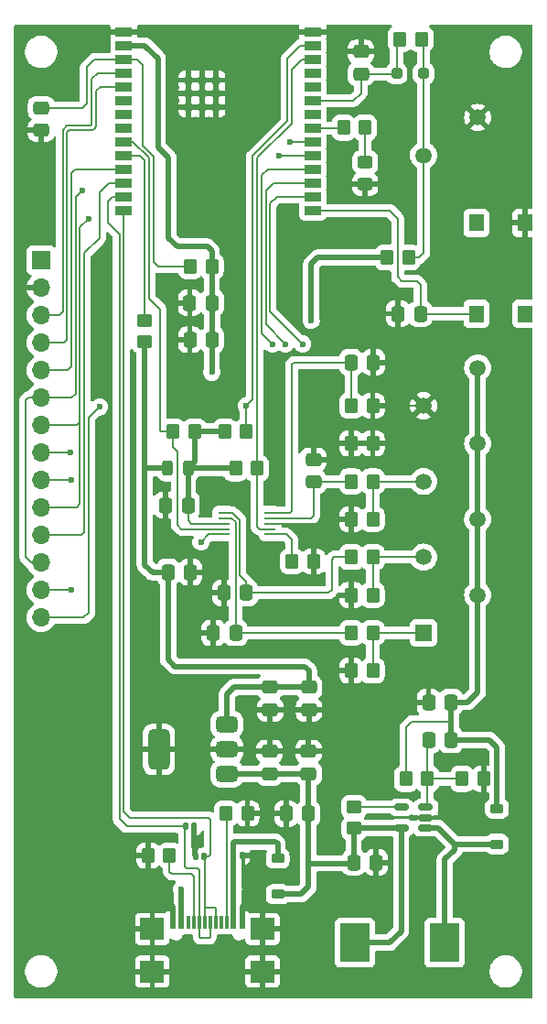
<source format=gtl>
%TF.GenerationSoftware,KiCad,Pcbnew,8.0.3*%
%TF.CreationDate,2024-07-07T00:38:38+02:00*%
%TF.ProjectId,tank_PCB,74616e6b-5f50-4434-922e-6b696361645f,rev?*%
%TF.SameCoordinates,Original*%
%TF.FileFunction,Copper,L1,Top*%
%TF.FilePolarity,Positive*%
%FSLAX46Y46*%
G04 Gerber Fmt 4.6, Leading zero omitted, Abs format (unit mm)*
G04 Created by KiCad (PCBNEW 8.0.3) date 2024-07-07 00:38:38*
%MOMM*%
%LPD*%
G01*
G04 APERTURE LIST*
G04 Aperture macros list*
%AMRoundRect*
0 Rectangle with rounded corners*
0 $1 Rounding radius*
0 $2 $3 $4 $5 $6 $7 $8 $9 X,Y pos of 4 corners*
0 Add a 4 corners polygon primitive as box body*
4,1,4,$2,$3,$4,$5,$6,$7,$8,$9,$2,$3,0*
0 Add four circle primitives for the rounded corners*
1,1,$1+$1,$2,$3*
1,1,$1+$1,$4,$5*
1,1,$1+$1,$6,$7*
1,1,$1+$1,$8,$9*
0 Add four rect primitives between the rounded corners*
20,1,$1+$1,$2,$3,$4,$5,0*
20,1,$1+$1,$4,$5,$6,$7,0*
20,1,$1+$1,$6,$7,$8,$9,0*
20,1,$1+$1,$8,$9,$2,$3,0*%
G04 Aperture macros list end*
%TA.AperFunction,SMDPad,CuDef*%
%ADD10RoundRect,0.250000X0.350000X0.450000X-0.350000X0.450000X-0.350000X-0.450000X0.350000X-0.450000X0*%
%TD*%
%TA.AperFunction,SMDPad,CuDef*%
%ADD11RoundRect,0.250000X-0.350000X-0.450000X0.350000X-0.450000X0.350000X0.450000X-0.350000X0.450000X0*%
%TD*%
%TA.AperFunction,SMDPad,CuDef*%
%ADD12RoundRect,0.250000X-0.475000X0.337500X-0.475000X-0.337500X0.475000X-0.337500X0.475000X0.337500X0*%
%TD*%
%TA.AperFunction,SMDPad,CuDef*%
%ADD13RoundRect,0.250000X-0.337500X-0.475000X0.337500X-0.475000X0.337500X0.475000X-0.337500X0.475000X0*%
%TD*%
%TA.AperFunction,SMDPad,CuDef*%
%ADD14RoundRect,0.250000X0.337500X0.475000X-0.337500X0.475000X-0.337500X-0.475000X0.337500X-0.475000X0*%
%TD*%
%TA.AperFunction,SMDPad,CuDef*%
%ADD15RoundRect,0.125000X0.125000X0.225000X-0.125000X0.225000X-0.125000X-0.225000X0.125000X-0.225000X0*%
%TD*%
%TA.AperFunction,SMDPad,CuDef*%
%ADD16R,2.700000X3.600000*%
%TD*%
%TA.AperFunction,SMDPad,CuDef*%
%ADD17RoundRect,0.225000X-0.375000X0.225000X-0.375000X-0.225000X0.375000X-0.225000X0.375000X0.225000X0*%
%TD*%
%TA.AperFunction,SMDPad,CuDef*%
%ADD18R,1.100000X0.250000*%
%TD*%
%TA.AperFunction,ComponentPad*%
%ADD19C,1.500000*%
%TD*%
%TA.AperFunction,SMDPad,CuDef*%
%ADD20RoundRect,0.250000X-0.250000X-0.250000X0.250000X-0.250000X0.250000X0.250000X-0.250000X0.250000X0*%
%TD*%
%TA.AperFunction,SMDPad,CuDef*%
%ADD21RoundRect,0.150000X0.512500X0.150000X-0.512500X0.150000X-0.512500X-0.150000X0.512500X-0.150000X0*%
%TD*%
%TA.AperFunction,SMDPad,CuDef*%
%ADD22R,1.400000X1.600000*%
%TD*%
%TA.AperFunction,SMDPad,CuDef*%
%ADD23RoundRect,0.250000X0.475000X-0.337500X0.475000X0.337500X-0.475000X0.337500X-0.475000X-0.337500X0*%
%TD*%
%TA.AperFunction,SMDPad,CuDef*%
%ADD24RoundRect,0.243750X-0.243750X-0.456250X0.243750X-0.456250X0.243750X0.456250X-0.243750X0.456250X0*%
%TD*%
%TA.AperFunction,SMDPad,CuDef*%
%ADD25RoundRect,0.125000X-0.125000X-0.225000X0.125000X-0.225000X0.125000X0.225000X-0.125000X0.225000X0*%
%TD*%
%TA.AperFunction,SMDPad,CuDef*%
%ADD26RoundRect,0.250000X-0.450000X0.350000X-0.450000X-0.350000X0.450000X-0.350000X0.450000X0.350000X0*%
%TD*%
%TA.AperFunction,SMDPad,CuDef*%
%ADD27RoundRect,0.225000X0.375000X-0.225000X0.375000X0.225000X-0.375000X0.225000X-0.375000X-0.225000X0*%
%TD*%
%TA.AperFunction,SMDPad,CuDef*%
%ADD28R,0.600000X1.150000*%
%TD*%
%TA.AperFunction,SMDPad,CuDef*%
%ADD29R,0.300000X1.150000*%
%TD*%
%TA.AperFunction,SMDPad,CuDef*%
%ADD30R,2.180000X2.000000*%
%TD*%
%TA.AperFunction,SMDPad,CuDef*%
%ADD31R,1.500000X0.900000*%
%TD*%
%TA.AperFunction,SMDPad,CuDef*%
%ADD32R,0.800000X0.800000*%
%TD*%
%TA.AperFunction,ComponentPad*%
%ADD33R,1.500000X1.500000*%
%TD*%
%TA.AperFunction,ComponentPad*%
%ADD34R,1.700000X1.700000*%
%TD*%
%TA.AperFunction,ComponentPad*%
%ADD35O,1.700000X1.700000*%
%TD*%
%TA.AperFunction,SMDPad,CuDef*%
%ADD36RoundRect,0.250000X0.450000X-0.325000X0.450000X0.325000X-0.450000X0.325000X-0.450000X-0.325000X0*%
%TD*%
%TA.AperFunction,SMDPad,CuDef*%
%ADD37RoundRect,0.250000X0.450000X-0.350000X0.450000X0.350000X-0.450000X0.350000X-0.450000X-0.350000X0*%
%TD*%
%TA.AperFunction,SMDPad,CuDef*%
%ADD38RoundRect,0.375000X0.625000X0.375000X-0.625000X0.375000X-0.625000X-0.375000X0.625000X-0.375000X0*%
%TD*%
%TA.AperFunction,SMDPad,CuDef*%
%ADD39RoundRect,0.500000X0.500000X1.400000X-0.500000X1.400000X-0.500000X-1.400000X0.500000X-1.400000X0*%
%TD*%
%TA.AperFunction,ViaPad*%
%ADD40C,0.600000*%
%TD*%
%TA.AperFunction,Conductor*%
%ADD41C,0.500000*%
%TD*%
%TA.AperFunction,Conductor*%
%ADD42C,0.200000*%
%TD*%
G04 APERTURE END LIST*
D10*
%TO.P,R11,1*%
%TO.N,Net-(J3-Pad1)*%
X93700000Y-150200000D03*
%TO.P,R11,2*%
%TO.N,GND*%
X91700000Y-150200000D03*
%TD*%
D11*
%TO.P,R19,1*%
%TO.N,Net-(U4-GPIO23)*%
X91000000Y-100000000D03*
%TO.P,R19,2*%
%TO.N,Net-(D7-A)*%
X93000000Y-100000000D03*
%TD*%
D12*
%TO.P,C10,1*%
%TO.N,Net-(U4-EN{slash}CHIP_PU)*%
X63000000Y-98162500D03*
%TO.P,C10,2*%
%TO.N,GND*%
X63000000Y-100237500D03*
%TD*%
%TO.P,C12,1*%
%TO.N,+3.3V*%
X87800000Y-151725000D03*
%TO.P,C12,2*%
%TO.N,GND*%
X87800000Y-153800000D03*
%TD*%
D13*
%TO.P,C16,1*%
%TO.N,A1*%
X91700000Y-121700000D03*
%TO.P,C16,2*%
%TO.N,GND*%
X93775000Y-121700000D03*
%TD*%
D14*
%TO.P,C5,1*%
%TO.N,+24V*%
X100937500Y-156600000D03*
%TO.P,C5,2*%
%TO.N,Net-(U3-FB)*%
X98862500Y-156600000D03*
%TD*%
D15*
%TO.P,D6,1,A1*%
%TO.N,GND*%
X77150000Y-164600000D03*
%TO.P,D6,2,A2*%
%TO.N,USB-*%
X76350000Y-164600000D03*
%TD*%
D11*
%TO.P,R13,1*%
%TO.N,+3.3V*%
X95000000Y-112000000D03*
%TO.P,R13,2*%
%TO.N,Net-(D2-A)*%
X97000000Y-112000000D03*
%TD*%
%TO.P,R22,1*%
%TO.N,A2*%
X91700000Y-139700000D03*
%TO.P,R22,2*%
%TO.N,Net-(J3-Pad3)*%
X93700000Y-139700000D03*
%TD*%
%TO.P,R7,1*%
%TO.N,+24V*%
X96762500Y-160200000D03*
%TO.P,R7,2*%
%TO.N,Net-(U3-FB)*%
X98762500Y-160200000D03*
%TD*%
D16*
%TO.P,L1,1,1*%
%TO.N,+5V*%
X92050000Y-175325000D03*
%TO.P,L1,2,2*%
%TO.N,Net-(D1-A)*%
X100350000Y-175325000D03*
%TD*%
D13*
%TO.P,C1,1*%
%TO.N,GND*%
X74525000Y-134900000D03*
%TO.P,C1,2*%
%TO.N,Net-(U1-VDD)*%
X76600000Y-134900000D03*
%TD*%
D10*
%TO.P,R10,1*%
%TO.N,Net-(J3-Pad3)*%
X93700000Y-143200000D03*
%TO.P,R10,2*%
%TO.N,GND*%
X91700000Y-143200000D03*
%TD*%
D17*
%TO.P,D1,1,K*%
%TO.N,+24V*%
X105200000Y-162925000D03*
%TO.P,D1,2,A*%
%TO.N,Net-(D1-A)*%
X105200000Y-166225000D03*
%TD*%
D10*
%TO.P,R15,1*%
%TO.N,GND*%
X82100000Y-163400000D03*
%TO.P,R15,2*%
%TO.N,Net-(J5-CC2)*%
X80100000Y-163400000D03*
%TD*%
D18*
%TO.P,U1,1,ADDR*%
%TO.N,Net-(U1-ADDR)*%
X84200000Y-137600000D03*
%TO.P,U1,2,ALERT/RDY*%
%TO.N,RDY*%
X84200000Y-137100000D03*
%TO.P,U1,3,GND*%
%TO.N,GND*%
X84200000Y-136600000D03*
%TO.P,U1,4,AIN0*%
%TO.N,A0*%
X84200000Y-136100000D03*
%TO.P,U1,5,AIN1*%
%TO.N,A1*%
X84200000Y-135600000D03*
%TO.P,U1,6,AIN2*%
%TO.N,A2*%
X79900000Y-135600000D03*
%TO.P,U1,7,AIN3*%
%TO.N,A3*%
X79900000Y-136100000D03*
%TO.P,U1,8,VDD*%
%TO.N,Net-(U1-VDD)*%
X79900000Y-136600000D03*
%TO.P,U1,9,SDA*%
%TO.N,SDA*%
X79900000Y-137100000D03*
%TO.P,U1,10,SCL*%
%TO.N,SCL*%
X79900000Y-137600000D03*
%TD*%
D19*
%TO.P,J2,1,1*%
%TO.N,GND*%
X103400000Y-99050000D03*
%TO.P,J2,2,2*%
%TO.N,Net-(D2-A)*%
X98400000Y-102550000D03*
%TD*%
D11*
%TO.P,R4,1*%
%TO.N,Net-(U1-VDD)*%
X81000000Y-131500000D03*
%TO.P,R4,2*%
%TO.N,RDY*%
X83000000Y-131500000D03*
%TD*%
%TO.P,R16,1*%
%TO.N,GND*%
X72900000Y-167300000D03*
%TO.P,R16,2*%
%TO.N,Net-(J5-CC1)*%
X74900000Y-167300000D03*
%TD*%
D10*
%TO.P,R8,1*%
%TO.N,GND*%
X93700000Y-129200000D03*
%TO.P,R8,2*%
X91700000Y-129200000D03*
%TD*%
D11*
%TO.P,R1,1*%
%TO.N,Net-(U1-VDD)*%
X80000000Y-128100000D03*
%TO.P,R1,2*%
%TO.N,SCL*%
X82000000Y-128100000D03*
%TD*%
D20*
%TO.P,D2,1,K*%
%TO.N,IRQ_METER*%
X95900000Y-95000000D03*
%TO.P,D2,2,A*%
%TO.N,Net-(D2-A)*%
X98400000Y-95000000D03*
%TD*%
D11*
%TO.P,R17,1*%
%TO.N,Net-(U4-EN{slash}CHIP_PU)*%
X76800000Y-112800000D03*
%TO.P,R17,2*%
%TO.N,+3.3V*%
X78800000Y-112800000D03*
%TD*%
%TO.P,R20,1*%
%TO.N,A1*%
X91700000Y-125700000D03*
%TO.P,R20,2*%
%TO.N,GND*%
X93700000Y-125700000D03*
%TD*%
D14*
%TO.P,C9,1*%
%TO.N,+3.3V*%
X78837500Y-116200000D03*
%TO.P,C9,2*%
%TO.N,GND*%
X76762500Y-116200000D03*
%TD*%
D21*
%TO.P,U3,1,SW*%
%TO.N,Net-(D1-A)*%
X98600000Y-164725000D03*
%TO.P,U3,2,GND*%
%TO.N,GND*%
X98600000Y-163775000D03*
%TO.P,U3,3,FB*%
%TO.N,Net-(U3-FB)*%
X98600000Y-162825000D03*
%TO.P,U3,4,EN*%
%TO.N,Net-(U3-EN)*%
X96325000Y-162825000D03*
%TO.P,U3,5,VIN*%
%TO.N,+5V*%
X96325000Y-164725000D03*
%TD*%
D10*
%TO.P,R9,1*%
%TO.N,Net-(J3-Pad5)*%
X93700000Y-136200000D03*
%TO.P,R9,2*%
%TO.N,GND*%
X91700000Y-136200000D03*
%TD*%
D22*
%TO.P,S1,1*%
%TO.N,Net-(U4-GPIO9)*%
X103300000Y-117200000D03*
%TO.P,S1,2*%
%TO.N,unconnected-(S1-Pad2)*%
X107800000Y-117200000D03*
%TO.P,S1,3*%
%TO.N,unconnected-(S1-Pad3)*%
X103300000Y-108800000D03*
%TO.P,S1,4*%
%TO.N,GND*%
X107800000Y-108800000D03*
%TD*%
D23*
%TO.P,C14,1*%
%TO.N,+5V*%
X84150000Y-159737500D03*
%TO.P,C14,2*%
%TO.N,GND*%
X84150000Y-157662500D03*
%TD*%
%TO.P,C17,1*%
%TO.N,A0*%
X88200000Y-132737500D03*
%TO.P,C17,2*%
%TO.N,GND*%
X88200000Y-130662500D03*
%TD*%
D24*
%TO.P,F1,1*%
%TO.N,+3.3V*%
X74725000Y-131500000D03*
%TO.P,F1,2*%
%TO.N,Net-(U1-VDD)*%
X76600000Y-131500000D03*
%TD*%
D13*
%TO.P,C3,1*%
%TO.N,+5V*%
X91925000Y-167925000D03*
%TO.P,C3,2*%
%TO.N,GND*%
X94000000Y-167925000D03*
%TD*%
D23*
%TO.P,C13,1*%
%TO.N,+5V*%
X87750000Y-159737500D03*
%TO.P,C13,2*%
%TO.N,GND*%
X87750000Y-157662500D03*
%TD*%
D12*
%TO.P,C11,1*%
%TO.N,+3.3V*%
X84200000Y-151725000D03*
%TO.P,C11,2*%
%TO.N,GND*%
X84200000Y-153800000D03*
%TD*%
D14*
%TO.P,C7,1*%
%TO.N,+5V*%
X87737500Y-163400000D03*
%TO.P,C7,2*%
%TO.N,GND*%
X85662500Y-163400000D03*
%TD*%
D23*
%TO.P,C6,1*%
%TO.N,IRQ_METER*%
X92600000Y-95037500D03*
%TO.P,C6,2*%
%TO.N,GND*%
X92600000Y-92962500D03*
%TD*%
D14*
%TO.P,C4,1*%
%TO.N,+24V*%
X100937500Y-153100000D03*
%TO.P,C4,2*%
%TO.N,GND*%
X98862500Y-153100000D03*
%TD*%
D25*
%TO.P,D5,1,A1*%
%TO.N,GND*%
X77300000Y-167400000D03*
%TO.P,D5,2,A2*%
%TO.N,USB+*%
X78100000Y-167400000D03*
%TD*%
D14*
%TO.P,C19,1*%
%TO.N,A3*%
X81000000Y-146700000D03*
%TO.P,C19,2*%
%TO.N,GND*%
X78925000Y-146700000D03*
%TD*%
D11*
%TO.P,R3,1*%
%TO.N,Net-(U1-ADDR)*%
X86200000Y-140100000D03*
%TO.P,R3,2*%
%TO.N,GND*%
X88200000Y-140100000D03*
%TD*%
D26*
%TO.P,R18,1*%
%TO.N,Net-(U4-GPIO8)*%
X72600000Y-117800000D03*
%TO.P,R18,2*%
%TO.N,+3.3V*%
X72600000Y-119800000D03*
%TD*%
D14*
%TO.P,C15,1*%
%TO.N,Net-(U4-GPIO9)*%
X98100000Y-117200000D03*
%TO.P,C15,2*%
%TO.N,GND*%
X96025000Y-117200000D03*
%TD*%
D27*
%TO.P,D3,1,K*%
%TO.N,+5V*%
X84900000Y-170850000D03*
%TO.P,D3,2,A*%
%TO.N,VBUS*%
X84900000Y-167550000D03*
%TD*%
D28*
%TO.P,J5,A1/B12,GND*%
%TO.N,GND*%
X75200000Y-173495000D03*
%TO.P,J5,A4/B9,VBUS*%
%TO.N,VBUS*%
X76000000Y-173495000D03*
D29*
%TO.P,J5,A5,CC1*%
%TO.N,Net-(J5-CC1)*%
X77150000Y-173495000D03*
%TO.P,J5,A6,DP1*%
%TO.N,USB+*%
X78150000Y-173495000D03*
%TO.P,J5,A7,DN1*%
%TO.N,USB-*%
X78650000Y-173495000D03*
%TO.P,J5,A8,SBU1*%
%TO.N,unconnected-(J5-SBU1-PadA8)*%
X79650000Y-173495000D03*
D28*
%TO.P,J5,B1/A12,GND*%
%TO.N,GND*%
X81600000Y-173495000D03*
%TO.P,J5,B4/A9,VBUS*%
%TO.N,VBUS*%
X80800000Y-173495000D03*
D29*
%TO.P,J5,B5,CC2*%
%TO.N,Net-(J5-CC2)*%
X80150000Y-173495000D03*
%TO.P,J5,B6,DP2*%
%TO.N,USB+*%
X79150000Y-173495000D03*
%TO.P,J5,B7,DN2*%
%TO.N,USB-*%
X77650000Y-173495000D03*
%TO.P,J5,B8,SBU2*%
%TO.N,unconnected-(J5-SBU2-PadB8)*%
X76650000Y-173495000D03*
D30*
%TO.P,J5,S1,GND*%
%TO.N,GND*%
X73290000Y-174070000D03*
%TO.P,J5,S2,GND*%
X83510000Y-174070000D03*
%TO.P,J5,S3,GND*%
X73290000Y-178000000D03*
%TO.P,J5,S4,GND*%
X83510000Y-178000000D03*
%TD*%
D31*
%TO.P,U4,1,GND*%
%TO.N,GND*%
X70650000Y-91140000D03*
%TO.P,U4,2,3V3*%
%TO.N,+3.3V*%
X70650000Y-92410000D03*
%TO.P,U4,3,EN/CHIP_PU*%
%TO.N,Net-(U4-EN{slash}CHIP_PU)*%
X70650000Y-93680000D03*
%TO.P,U4,4,MTMS/GPIO4/ADC1_CH4*%
%TO.N,TFT_CS*%
X70650000Y-94950000D03*
%TO.P,U4,5,MTDI/GPIO5/ADC1_CH5*%
%TO.N,TFT_RST*%
X70650000Y-96220000D03*
%TO.P,U4,6,MTCK/GPIO6/ADC1_CH6*%
%TO.N,unconnected-(U4-MTCK{slash}GPIO6{slash}ADC1_CH6-Pad6)*%
X70650000Y-97490000D03*
%TO.P,U4,7,MTDO/GPIO7*%
%TO.N,unconnected-(U4-MTDO{slash}GPIO7-Pad7)*%
X70650000Y-98760000D03*
%TO.P,U4,8,GPIO0/ADC1_CH0/XTAL_32K_P*%
%TO.N,unconnected-(U4-GPIO0{slash}ADC1_CH0{slash}XTAL_32K_P-Pad8)*%
X70650000Y-100030000D03*
%TO.P,U4,9,GPIO1/ADC1_CH1/XTAL_32K_N*%
%TO.N,SDA*%
X70650000Y-101300000D03*
%TO.P,U4,10,GPIO8*%
%TO.N,Net-(U4-GPIO8)*%
X70650000Y-102570000D03*
%TO.P,U4,11,GPIO10*%
%TO.N,TFT_DC*%
X70650000Y-103840000D03*
%TO.P,U4,12,GPIO11*%
%TO.N,TOUCH_CS*%
X70650000Y-105110000D03*
%TO.P,U4,13,GPIO12/USB_D-*%
%TO.N,USB-*%
X70650000Y-106380000D03*
%TO.P,U4,14,GPIO13/USB_D+*%
%TO.N,USB+*%
X70650000Y-107650000D03*
%TO.P,U4,15,GPIO9*%
%TO.N,Net-(U4-GPIO9)*%
X88150000Y-107650000D03*
%TO.P,U4,16,GPIO18*%
%TO.N,TOUCH_IRQ*%
X88150000Y-106380000D03*
%TO.P,U4,17,GPIO19*%
%TO.N,MISO*%
X88150000Y-105110000D03*
%TO.P,U4,18,GPIO20*%
%TO.N,BCK_LIGHT*%
X88150000Y-103840000D03*
%TO.P,U4,19,GPIO21*%
%TO.N,SCK*%
X88150000Y-102570000D03*
%TO.P,U4,20,GPIO22*%
%TO.N,MOSI*%
X88150000Y-101300000D03*
%TO.P,U4,21,GPIO23*%
%TO.N,Net-(U4-GPIO23)*%
X88150000Y-100030000D03*
%TO.P,U4,22,NC*%
%TO.N,unconnected-(U4-NC-Pad22)*%
X88150000Y-98760000D03*
%TO.P,U4,23,GPIO15*%
%TO.N,IRQ_METER*%
X88150000Y-97490000D03*
%TO.P,U4,24,U0RXD/GPIO17*%
%TO.N,unconnected-(U4-U0RXD{slash}GPIO17-Pad24)*%
X88150000Y-96220000D03*
%TO.P,U4,25,U0TXD/GPIO16*%
%TO.N,unconnected-(U4-U0TXD{slash}GPIO16-Pad25)*%
X88150000Y-94950000D03*
%TO.P,U4,26,GPIO3/ADC1_CH3*%
%TO.N,RDY*%
X88150000Y-93680000D03*
%TO.P,U4,27,GPIO2/ADC1_CH2*%
%TO.N,SCL*%
X88150000Y-92410000D03*
%TO.P,U4,28,GND*%
%TO.N,GND*%
X88150000Y-91140000D03*
D32*
%TO.P,U4,29,GND*%
X76645000Y-95610000D03*
X76645000Y-96860000D03*
X76645000Y-98110000D03*
X77895000Y-95610000D03*
X77895000Y-96860000D03*
X77895000Y-98110000D03*
X79145000Y-95610000D03*
X79145000Y-96860000D03*
X79145000Y-98110000D03*
%TD*%
D33*
%TO.P,J3,1,1*%
%TO.N,Net-(J3-Pad1)*%
X98400000Y-146700000D03*
D19*
%TO.P,J3,2,2*%
%TO.N,+24V*%
X103400000Y-143200000D03*
%TO.P,J3,3,3*%
%TO.N,Net-(J3-Pad3)*%
X98400000Y-139700000D03*
%TO.P,J3,4,4*%
%TO.N,+24V*%
X103400000Y-136200000D03*
%TO.P,J3,5,5*%
%TO.N,Net-(J3-Pad5)*%
X98400000Y-132700000D03*
%TO.P,J3,6,6*%
%TO.N,+24V*%
X103400000Y-129200000D03*
%TO.P,J3,7,7*%
%TO.N,GND*%
X98400000Y-125700000D03*
%TO.P,J3,8,8*%
%TO.N,+24V*%
X103400000Y-122200000D03*
%TD*%
D11*
%TO.P,R21,1*%
%TO.N,A0*%
X91700000Y-132700000D03*
%TO.P,R21,2*%
%TO.N,Net-(J3-Pad5)*%
X93700000Y-132700000D03*
%TD*%
D14*
%TO.P,C8,1*%
%TO.N,+3.3V*%
X78840000Y-119600000D03*
%TO.P,C8,2*%
%TO.N,GND*%
X76765000Y-119600000D03*
%TD*%
D15*
%TO.P,D4,1,A1*%
%TO.N,GND*%
X81600000Y-167300000D03*
%TO.P,D4,2,A2*%
%TO.N,VBUS*%
X80800000Y-167300000D03*
%TD*%
D34*
%TO.P,J1,1,Pin_1*%
%TO.N,+3.3V*%
X63000000Y-112260000D03*
D35*
%TO.P,J1,2,Pin_2*%
%TO.N,GND*%
X63000000Y-114800000D03*
%TO.P,J1,3,Pin_3*%
%TO.N,TFT_CS*%
X63000000Y-117340000D03*
%TO.P,J1,4,Pin_4*%
%TO.N,TFT_RST*%
X63000000Y-119880000D03*
%TO.P,J1,5,Pin_5*%
%TO.N,TFT_DC*%
X63000000Y-122420000D03*
%TO.P,J1,6,Pin_6*%
%TO.N,MOSI*%
X63000000Y-124960000D03*
%TO.P,J1,7,Pin_7*%
%TO.N,SCK*%
X63000000Y-127500000D03*
%TO.P,J1,8,Pin_8*%
%TO.N,BCK_LIGHT*%
X63000000Y-130040000D03*
%TO.P,J1,9,Pin_9*%
%TO.N,MISO*%
X63000000Y-132580000D03*
%TO.P,J1,10,Pin_10*%
%TO.N,SCK*%
X63000000Y-135120000D03*
%TO.P,J1,11,Pin_11*%
%TO.N,TOUCH_CS*%
X63000000Y-137660000D03*
%TO.P,J1,12,Pin_12*%
%TO.N,MOSI*%
X63000000Y-140200000D03*
%TO.P,J1,13,Pin_13*%
%TO.N,MISO*%
X63000000Y-142740000D03*
%TO.P,J1,14,Pin_14*%
%TO.N,TOUCH_IRQ*%
X63000000Y-145280000D03*
%TD*%
D36*
%TO.P,D7,1,K*%
%TO.N,GND*%
X93000000Y-105225000D03*
%TO.P,D7,2,A*%
%TO.N,Net-(D7-A)*%
X93000000Y-103175000D03*
%TD*%
D11*
%TO.P,R12,1*%
%TO.N,IRQ_METER*%
X96200000Y-91800000D03*
%TO.P,R12,2*%
%TO.N,Net-(D2-A)*%
X98200000Y-91800000D03*
%TD*%
D37*
%TO.P,R5,1*%
%TO.N,+5V*%
X91962500Y-164775000D03*
%TO.P,R5,2*%
%TO.N,Net-(U3-EN)*%
X91962500Y-162775000D03*
%TD*%
D10*
%TO.P,R2,1*%
%TO.N,Net-(U1-VDD)*%
X77200000Y-128100000D03*
%TO.P,R2,2*%
%TO.N,SDA*%
X75200000Y-128100000D03*
%TD*%
D11*
%TO.P,R6,1*%
%TO.N,Net-(U3-FB)*%
X101962500Y-160200000D03*
%TO.P,R6,2*%
%TO.N,GND*%
X103962500Y-160200000D03*
%TD*%
D38*
%TO.P,U5,1,IN*%
%TO.N,+5V*%
X80200000Y-159762500D03*
%TO.P,U5,2,GND*%
%TO.N,GND*%
X80200000Y-157462500D03*
D39*
X73900000Y-157462500D03*
D38*
%TO.P,U5,3,OUT*%
%TO.N,+3.3V*%
X80200000Y-155162500D03*
%TD*%
D14*
%TO.P,C18,1*%
%TO.N,A2*%
X82000000Y-143000000D03*
%TO.P,C18,2*%
%TO.N,GND*%
X79925000Y-143000000D03*
%TD*%
D11*
%TO.P,R23,1*%
%TO.N,A3*%
X91700000Y-146700000D03*
%TO.P,R23,2*%
%TO.N,Net-(J3-Pad1)*%
X93700000Y-146700000D03*
%TD*%
D13*
%TO.P,C2,1*%
%TO.N,+3.3V*%
X74762500Y-141100000D03*
%TO.P,C2,2*%
%TO.N,GND*%
X76837500Y-141100000D03*
%TD*%
D40*
%TO.N,GND*%
X97000000Y-108000000D03*
X74800000Y-171600000D03*
X69000000Y-129000000D03*
X85000000Y-133000000D03*
X82000000Y-171600000D03*
X69000000Y-112000000D03*
X90000000Y-166000000D03*
X81000000Y-121000000D03*
X67000000Y-166000000D03*
X79000000Y-108000000D03*
X66000000Y-96000000D03*
X84000000Y-145000000D03*
X77200000Y-166000000D03*
X79000000Y-133000000D03*
%TO.N,SCL*%
X77800000Y-138300000D03*
X82000000Y-125700000D03*
%TO.N,+3.3V*%
X78800000Y-122600000D03*
X88000000Y-117800000D03*
X72600000Y-122600000D03*
%TO.N,SCK*%
X67400000Y-108400000D03*
X85025000Y-102550000D03*
%TO.N,BCK_LIGHT*%
X65700000Y-130050000D03*
X84400000Y-120000000D03*
%TO.N,MOSI*%
X86000000Y-101300000D03*
X66800000Y-105800000D03*
%TO.N,MISO*%
X65800000Y-142740000D03*
X65800000Y-132580000D03*
X85600000Y-120000000D03*
%TO.N,TOUCH_IRQ*%
X87200000Y-120000000D03*
X68400000Y-125800000D03*
%TO.N,VBUS*%
X76000000Y-170400000D03*
X80800000Y-170400000D03*
%TD*%
D41*
%TO.N,GND*%
X77200000Y-167300000D02*
X77300000Y-167400000D01*
X77150000Y-165950000D02*
X77200000Y-166000000D01*
D42*
X93700000Y-125700000D02*
X93700000Y-129200000D01*
D41*
X75200000Y-173600000D02*
X75200000Y-172000000D01*
X77200000Y-166000000D02*
X77200000Y-167300000D01*
X81600000Y-173600000D02*
X81600000Y-172000000D01*
X75200000Y-172000000D02*
X74800000Y-171600000D01*
X81600000Y-172000000D02*
X82000000Y-171600000D01*
D42*
X89000000Y-136600000D02*
X89400000Y-136200000D01*
X93700000Y-125700000D02*
X98400000Y-125700000D01*
X84200000Y-136600000D02*
X89000000Y-136600000D01*
D41*
X77150000Y-164600000D02*
X77150000Y-165950000D01*
D42*
X89400000Y-136200000D02*
X91700000Y-136200000D01*
%TO.N,A2*%
X81400000Y-141400000D02*
X82000000Y-142000000D01*
X80700000Y-135600000D02*
X81400000Y-136300000D01*
X89600000Y-143000000D02*
X81837500Y-143000000D01*
X91700000Y-139700000D02*
X90100000Y-139700000D01*
X79900000Y-135600000D02*
X80700000Y-135600000D01*
X81400000Y-136300000D02*
X81400000Y-141400000D01*
X89900000Y-139900000D02*
X89900000Y-142700000D01*
X90100000Y-139700000D02*
X89900000Y-139900000D01*
X82000000Y-142000000D02*
X82000000Y-143000000D01*
X89900000Y-142700000D02*
X89600000Y-143000000D01*
%TO.N,SCL*%
X86990000Y-92410000D02*
X85800000Y-93600000D01*
X82000000Y-128100000D02*
X82000000Y-125700000D01*
X77800000Y-138300000D02*
X78500000Y-137600000D01*
X82600000Y-125100000D02*
X82000000Y-125700000D01*
X85800000Y-99400000D02*
X82600000Y-102600000D01*
X82600000Y-102600000D02*
X82600000Y-125100000D01*
X88150000Y-92410000D02*
X86990000Y-92410000D01*
X85800000Y-93600000D02*
X85800000Y-99400000D01*
X78500000Y-137600000D02*
X79900000Y-137600000D01*
%TO.N,A0*%
X84200000Y-136100000D02*
X88000000Y-136100000D01*
X88200000Y-132737500D02*
X91662500Y-132737500D01*
X88000000Y-136100000D02*
X88200000Y-135900000D01*
X91662500Y-132737500D02*
X91700000Y-132700000D01*
X88200000Y-135900000D02*
X88200000Y-132737500D01*
%TO.N,RDY*%
X86200000Y-94600000D02*
X87120000Y-93680000D01*
X83200000Y-137100000D02*
X83000000Y-136900000D01*
X83000000Y-131500000D02*
X83000000Y-102800000D01*
X86200000Y-99600000D02*
X86200000Y-94600000D01*
X83000000Y-102800000D02*
X86200000Y-99600000D01*
X84200000Y-137100000D02*
X83200000Y-137100000D01*
X83000000Y-136900000D02*
X83000000Y-131500000D01*
X87120000Y-93680000D02*
X88150000Y-93680000D01*
%TO.N,Net-(U1-ADDR)*%
X86200000Y-138100000D02*
X86200000Y-139600000D01*
X84200000Y-137600000D02*
X85700000Y-137600000D01*
X85700000Y-137600000D02*
X86200000Y-138100000D01*
%TO.N,Net-(U1-VDD)*%
X76900000Y-136600000D02*
X76600000Y-136300000D01*
D41*
X76600000Y-131500000D02*
X77200000Y-130900000D01*
X76600000Y-131500000D02*
X81000000Y-131500000D01*
D42*
X76600000Y-136300000D02*
X76600000Y-134900000D01*
D41*
X76600000Y-131500000D02*
X76600000Y-134900000D01*
X77200000Y-128100000D02*
X80000000Y-128100000D01*
D42*
X79900000Y-136600000D02*
X76900000Y-136600000D01*
D41*
X77200000Y-130900000D02*
X77200000Y-128100000D01*
D42*
%TO.N,A1*%
X84200000Y-135600000D02*
X86000000Y-135600000D01*
X86000000Y-135600000D02*
X86200000Y-135400000D01*
X91700000Y-125700000D02*
X91700000Y-121700000D01*
X86200000Y-121900000D02*
X86400000Y-121700000D01*
X91700000Y-121700000D02*
X86400000Y-121700000D01*
X86200000Y-135400000D02*
X86200000Y-121900000D01*
%TO.N,SDA*%
X74000000Y-128000000D02*
X74100000Y-128100000D01*
X70650000Y-101300000D02*
X71500000Y-101300000D01*
X75600000Y-136700000D02*
X75600000Y-129900000D01*
X74000000Y-116800000D02*
X74000000Y-128000000D01*
X73000000Y-102800000D02*
X73000000Y-115800000D01*
X74100000Y-128100000D02*
X75200000Y-128100000D01*
X71500000Y-101300000D02*
X73000000Y-102800000D01*
X73000000Y-115800000D02*
X74000000Y-116800000D01*
X75200000Y-128100000D02*
X75400000Y-127900000D01*
X75600000Y-129900000D02*
X75200000Y-129500000D01*
X75200000Y-129500000D02*
X75200000Y-128100000D01*
X76000000Y-137100000D02*
X75600000Y-136700000D01*
X79900000Y-137100000D02*
X76000000Y-137100000D01*
%TO.N,A3*%
X81100000Y-146700000D02*
X81000000Y-146800000D01*
X91600000Y-146800000D02*
X91700000Y-146700000D01*
X80950000Y-146750000D02*
X81000000Y-146800000D01*
X79900000Y-136100000D02*
X80634314Y-136100000D01*
X81000000Y-136465686D02*
X81000000Y-146700000D01*
X80634314Y-136100000D02*
X81000000Y-136465686D01*
X91700000Y-146700000D02*
X81000000Y-146700000D01*
D41*
%TO.N,+5V*%
X96325000Y-174275000D02*
X95275000Y-175325000D01*
X92012500Y-164725000D02*
X91962500Y-164775000D01*
X96325000Y-164725000D02*
X96325000Y-174275000D01*
X87750000Y-159737500D02*
X84150000Y-159737500D01*
X84150000Y-159737500D02*
X80225000Y-159737500D01*
X87737500Y-168000000D02*
X87737500Y-163400000D01*
X96325000Y-164725000D02*
X92012500Y-164725000D01*
X87737500Y-163400000D02*
X87737500Y-159750000D01*
X87737500Y-170162500D02*
X87737500Y-168000000D01*
X87050000Y-170850000D02*
X87737500Y-170162500D01*
X91925000Y-167925000D02*
X91850000Y-168000000D01*
X80225000Y-159737500D02*
X80200000Y-159762500D01*
X84900000Y-170850000D02*
X87050000Y-170850000D01*
X95275000Y-175325000D02*
X92050000Y-175325000D01*
X87737500Y-159750000D02*
X87750000Y-159737500D01*
X91925000Y-167925000D02*
X91925000Y-164812500D01*
X91850000Y-168000000D02*
X87737500Y-168000000D01*
X91925000Y-164812500D02*
X91962500Y-164775000D01*
%TO.N,+3.3V*%
X74762500Y-141100000D02*
X74762500Y-149162500D01*
X75600000Y-111000000D02*
X78400000Y-111000000D01*
X74800000Y-110200000D02*
X75600000Y-111000000D01*
X78800000Y-112800000D02*
X78800000Y-116162500D01*
X70650000Y-92410000D02*
X72610000Y-92410000D01*
X88000000Y-112600000D02*
X88000000Y-117800000D01*
X88600000Y-112000000D02*
X88000000Y-112600000D01*
X78800000Y-116162500D02*
X78837500Y-116200000D01*
X80200000Y-152362500D02*
X80837500Y-151725000D01*
X72600000Y-122600000D02*
X72600000Y-119800000D01*
X78837500Y-116200000D02*
X78837500Y-119597500D01*
X87800000Y-150200000D02*
X87800000Y-151725000D01*
X78800000Y-119640000D02*
X78840000Y-119600000D01*
X74762500Y-141100000D02*
X73300000Y-141100000D01*
X72600000Y-140400000D02*
X72600000Y-131500000D01*
X78837500Y-119597500D02*
X78840000Y-119600000D01*
X80200000Y-155162500D02*
X80200000Y-152362500D01*
X73300000Y-141100000D02*
X72600000Y-140400000D01*
X95000000Y-112000000D02*
X88600000Y-112000000D01*
X73800000Y-93600000D02*
X73800000Y-101800000D01*
X78400000Y-111000000D02*
X78800000Y-111400000D01*
X74762500Y-149162500D02*
X75400000Y-149800000D01*
X74800000Y-102800000D02*
X74800000Y-110200000D01*
X74725000Y-131500000D02*
X72600000Y-131500000D01*
X78800000Y-122600000D02*
X78800000Y-119640000D01*
X78800000Y-111400000D02*
X78800000Y-112800000D01*
X87400000Y-149800000D02*
X87800000Y-150200000D01*
X73800000Y-101800000D02*
X74800000Y-102800000D01*
X84200000Y-151725000D02*
X87800000Y-151725000D01*
X80837500Y-151725000D02*
X84200000Y-151725000D01*
X75400000Y-149800000D02*
X87400000Y-149800000D01*
X72610000Y-92410000D02*
X73800000Y-93600000D01*
X72600000Y-131500000D02*
X72600000Y-122600000D01*
%TO.N,Net-(D1-A)*%
X101250000Y-166225000D02*
X101250000Y-166750000D01*
X98600000Y-164725000D02*
X99750000Y-164725000D01*
X102600000Y-166225000D02*
X105200000Y-166225000D01*
X101250000Y-166225000D02*
X102600000Y-166225000D01*
X100350000Y-167650000D02*
X100350000Y-175325000D01*
X99750000Y-164725000D02*
X101250000Y-166225000D01*
X101250000Y-166750000D02*
X100350000Y-167650000D01*
D42*
%TO.N,Net-(U3-EN)*%
X91962500Y-162775000D02*
X96275000Y-162775000D01*
X96275000Y-162775000D02*
X96325000Y-162825000D01*
%TO.N,Net-(U3-FB)*%
X98762500Y-156700000D02*
X98862500Y-156600000D01*
X98762500Y-160200000D02*
X98762500Y-156700000D01*
X98762500Y-162662500D02*
X98600000Y-162825000D01*
X98762500Y-160200000D02*
X101962500Y-160200000D01*
X98762500Y-160200000D02*
X98762500Y-162662500D01*
%TO.N,Net-(D2-A)*%
X98400000Y-95000000D02*
X98400000Y-94800000D01*
X98400000Y-102550000D02*
X98400000Y-111600000D01*
X98400000Y-111600000D02*
X98000000Y-112000000D01*
X98000000Y-112000000D02*
X97000000Y-112000000D01*
X98400000Y-95000000D02*
X98400000Y-91600000D01*
X98400000Y-94800000D02*
X98600000Y-94600000D01*
X98400000Y-91600000D02*
X98200000Y-91400000D01*
X98400000Y-95000000D02*
X98400000Y-102550000D01*
D41*
%TO.N,+24V*%
X105200000Y-157300000D02*
X105200000Y-162925000D01*
X103400000Y-136200000D02*
X103400000Y-129200000D01*
X100937500Y-156600000D02*
X100937500Y-154900000D01*
X100937500Y-153100000D02*
X102500000Y-153100000D01*
X103400000Y-152200000D02*
X103400000Y-143200000D01*
D42*
X97300000Y-154900000D02*
X96762500Y-155437500D01*
D41*
X104500000Y-156600000D02*
X105200000Y-157300000D01*
D42*
X100937500Y-154900000D02*
X97300000Y-154900000D01*
D41*
X100937500Y-154900000D02*
X100937500Y-153100000D01*
X103400000Y-143200000D02*
X103400000Y-136200000D01*
D42*
X96762500Y-155437500D02*
X96762500Y-160200000D01*
D41*
X103400000Y-129200000D02*
X103400000Y-122200000D01*
X100937500Y-156600000D02*
X104500000Y-156600000D01*
X102500000Y-153100000D02*
X103400000Y-152200000D01*
D42*
%TO.N,IRQ_METER*%
X95900000Y-95000000D02*
X95900000Y-91700000D01*
X88150000Y-97490000D02*
X91910000Y-97490000D01*
X92600000Y-96800000D02*
X92600000Y-95037500D01*
X95862500Y-95037500D02*
X95900000Y-95000000D01*
X95900000Y-91700000D02*
X96200000Y-91400000D01*
X91910000Y-97490000D02*
X92600000Y-96800000D01*
X92600000Y-95037500D02*
X95862500Y-95037500D01*
%TO.N,SCK*%
X85055000Y-102570000D02*
X85075000Y-102550000D01*
X66280000Y-135120000D02*
X63000000Y-135120000D01*
X66600000Y-127200000D02*
X66600000Y-134800000D01*
X66300000Y-127500000D02*
X66600000Y-127200000D01*
X85025000Y-102600000D02*
X85050000Y-102575000D01*
X66600000Y-109200000D02*
X67400000Y-108400000D01*
X85025000Y-102550000D02*
X85025000Y-102600000D01*
X66600000Y-127200000D02*
X66600000Y-109200000D01*
X66600000Y-134800000D02*
X66280000Y-135120000D01*
X88150000Y-102570000D02*
X85055000Y-102570000D01*
X63000000Y-127500000D02*
X66300000Y-127500000D01*
X85075000Y-102550000D02*
X85025000Y-102550000D01*
%TO.N,BCK_LIGHT*%
X65700000Y-130050000D02*
X65710000Y-130040000D01*
X83400000Y-119000000D02*
X84400000Y-120000000D01*
X63000000Y-130040000D02*
X65690000Y-130040000D01*
X65715000Y-130040000D02*
X65725000Y-130050000D01*
X83960000Y-103840000D02*
X83400000Y-104400000D01*
X65710000Y-130040000D02*
X65715000Y-130040000D01*
X83400000Y-104400000D02*
X83400000Y-119000000D01*
X65690000Y-130040000D02*
X65700000Y-130050000D01*
X88150000Y-103840000D02*
X83960000Y-103840000D01*
%TO.N,TFT_CS*%
X63000000Y-117340000D02*
X64660000Y-117340000D01*
X65000000Y-117000000D02*
X65000000Y-100200000D01*
X67600000Y-99800000D02*
X67700000Y-99700000D01*
X67700000Y-95500000D02*
X68250000Y-94950000D01*
X68250000Y-94950000D02*
X70650000Y-94950000D01*
X67700000Y-99700000D02*
X67700000Y-95500000D01*
X65000000Y-100200000D02*
X65400000Y-99800000D01*
X64660000Y-117340000D02*
X65000000Y-117000000D01*
X65400000Y-99800000D02*
X67600000Y-99800000D01*
%TO.N,MOSI*%
X66200000Y-106400000D02*
X66200000Y-124600000D01*
X63000000Y-124960000D02*
X61797919Y-124960000D01*
X62100000Y-140200000D02*
X63000000Y-140200000D01*
X61600000Y-125157919D02*
X61600000Y-139700000D01*
X88150000Y-101300000D02*
X86000000Y-101300000D01*
X66200000Y-124600000D02*
X65840000Y-124960000D01*
X65840000Y-124960000D02*
X63000000Y-124960000D01*
X66800000Y-105800000D02*
X66200000Y-106400000D01*
X61797919Y-124960000D02*
X61600000Y-125157919D01*
X61600000Y-139700000D02*
X62100000Y-140200000D01*
%TO.N,MISO*%
X88150000Y-105110000D02*
X84490000Y-105110000D01*
X84490000Y-105110000D02*
X83800000Y-105800000D01*
X83800000Y-105800000D02*
X83800000Y-118200000D01*
X65800000Y-142740000D02*
X63000000Y-142740000D01*
X65800000Y-132580000D02*
X63000000Y-132580000D01*
X83800000Y-118200000D02*
X85600000Y-120000000D01*
%TO.N,TFT_DC*%
X65480000Y-122420000D02*
X65800000Y-122100000D01*
X66160000Y-103840000D02*
X70650000Y-103840000D01*
X63000000Y-122420000D02*
X65480000Y-122420000D01*
X65800000Y-122100000D02*
X65800000Y-104200000D01*
X65800000Y-104200000D02*
X66160000Y-103840000D01*
%TO.N,TFT_RST*%
X65400000Y-100400000D02*
X65600000Y-100200000D01*
X65600000Y-100200000D02*
X67765686Y-100200000D01*
X68100000Y-96600000D02*
X68480000Y-96220000D01*
X63000000Y-119880000D02*
X65120000Y-119880000D01*
X65400000Y-119600000D02*
X65400000Y-100400000D01*
X65120000Y-119880000D02*
X65400000Y-119600000D01*
X68480000Y-96220000D02*
X70650000Y-96220000D01*
X67900000Y-100100000D02*
X68100000Y-99900000D01*
X67865686Y-100100000D02*
X67900000Y-100100000D01*
X68100000Y-99900000D02*
X68100000Y-96600000D01*
X67765686Y-100200000D02*
X67865686Y-100100000D01*
%TO.N,TOUCH_IRQ*%
X68400000Y-125800000D02*
X67400000Y-126800000D01*
X84200000Y-107000000D02*
X84200000Y-117000000D01*
X67400000Y-126800000D02*
X67400000Y-144800000D01*
X67400000Y-144800000D02*
X66920000Y-145280000D01*
X84820000Y-106380000D02*
X84200000Y-107000000D01*
X84200000Y-117000000D02*
X87200000Y-120000000D01*
X88150000Y-106380000D02*
X84820000Y-106380000D01*
X66920000Y-145280000D02*
X63000000Y-145280000D01*
%TO.N,TOUCH_CS*%
X67000000Y-111600000D02*
X68400000Y-110200000D01*
X69290000Y-105110000D02*
X70650000Y-105110000D01*
X63000000Y-137660000D02*
X66740000Y-137660000D01*
X66740000Y-137660000D02*
X67000000Y-137400000D01*
X68400000Y-110200000D02*
X68400000Y-106000000D01*
X67000000Y-137400000D02*
X67000000Y-111600000D01*
X68400000Y-106000000D02*
X69290000Y-105110000D01*
%TO.N,Net-(U4-EN{slash}CHIP_PU)*%
X66837500Y-98162500D02*
X63000000Y-98162500D01*
X70650000Y-93680000D02*
X71880000Y-93680000D01*
X67200000Y-97800000D02*
X66837500Y-98162500D01*
X71880000Y-93680000D02*
X72400000Y-94200000D01*
X67200000Y-97800000D02*
X67200000Y-94400000D01*
X72400000Y-101634314D02*
X73400000Y-102634314D01*
X67200000Y-94400000D02*
X67920000Y-93680000D01*
X73400000Y-102634314D02*
X73400000Y-112400000D01*
X67920000Y-93680000D02*
X70650000Y-93680000D01*
X72400000Y-94200000D02*
X72400000Y-101634314D01*
X73400000Y-112400000D02*
X73800000Y-112800000D01*
X73800000Y-112800000D02*
X76800000Y-112800000D01*
D41*
%TO.N,VBUS*%
X80800000Y-167300000D02*
X80800000Y-166100000D01*
X80900000Y-166000000D02*
X84700000Y-166000000D01*
X84900000Y-166200000D02*
X84900000Y-167550000D01*
X80790750Y-167309250D02*
X80800000Y-167300000D01*
X80800000Y-166100000D02*
X80900000Y-166000000D01*
X80800000Y-170400000D02*
X80800000Y-173600000D01*
X84700000Y-166000000D02*
X84900000Y-166200000D01*
X76000000Y-173600000D02*
X76000000Y-170400000D01*
X80790750Y-170409250D02*
X80800000Y-170400000D01*
X80790750Y-170390750D02*
X80790750Y-167309250D01*
X80800000Y-170400000D02*
X80790750Y-170390750D01*
D42*
%TO.N,USB+*%
X70650000Y-163250000D02*
X71200000Y-163800000D01*
X79150000Y-172150000D02*
X79100000Y-172100000D01*
X79100000Y-172100000D02*
X78150000Y-172100000D01*
X78500000Y-167400000D02*
X78700000Y-167200000D01*
X78700000Y-167200000D02*
X78700000Y-164000000D01*
X78100000Y-167400000D02*
X78500000Y-167400000D01*
X78150000Y-172100000D02*
X78150000Y-167450000D01*
X78150000Y-167450000D02*
X78100000Y-167400000D01*
X70650000Y-107650000D02*
X70650000Y-163250000D01*
X78150000Y-173600000D02*
X78150000Y-172100000D01*
X71200000Y-163800000D02*
X78500000Y-163800000D01*
X78700000Y-164000000D02*
X78500000Y-163800000D01*
X79150000Y-173600000D02*
X79150000Y-172150000D01*
%TO.N,USB-*%
X77700000Y-174900000D02*
X78600000Y-174900000D01*
X70934314Y-164600000D02*
X76350000Y-164600000D01*
X76350000Y-164650000D02*
X76350000Y-164600000D01*
X69200000Y-108800000D02*
X69200000Y-106800000D01*
X77650000Y-173600000D02*
X77650000Y-174850000D01*
X77650000Y-168650000D02*
X77500000Y-168500000D01*
X70250000Y-109850000D02*
X69200000Y-108800000D01*
X78600000Y-174900000D02*
X78650000Y-174850000D01*
X69200000Y-106800000D02*
X69620000Y-106380000D01*
X77650000Y-173600000D02*
X77650000Y-168650000D01*
X70250000Y-109850000D02*
X70250000Y-163915686D01*
X70250000Y-163915686D02*
X70934314Y-164600000D01*
X77500000Y-168500000D02*
X76500000Y-168500000D01*
X76300000Y-164700000D02*
X76350000Y-164650000D01*
X69620000Y-106380000D02*
X70650000Y-106380000D01*
X77650000Y-174850000D02*
X77700000Y-174900000D01*
X76500000Y-168500000D02*
X76300000Y-168300000D01*
X78650000Y-174850000D02*
X78650000Y-173600000D01*
X76300000Y-168300000D02*
X76300000Y-164700000D01*
%TO.N,Net-(U4-GPIO8)*%
X72170000Y-102570000D02*
X72600000Y-103000000D01*
X72600000Y-103000000D02*
X72600000Y-117800000D01*
X70650000Y-102570000D02*
X72170000Y-102570000D01*
%TO.N,Net-(U4-GPIO9)*%
X96000000Y-108400000D02*
X96000000Y-113800000D01*
X97800000Y-114200000D02*
X98100000Y-114500000D01*
X95250000Y-107650000D02*
X96000000Y-108400000D01*
X96400000Y-114200000D02*
X97800000Y-114200000D01*
X96000000Y-113800000D02*
X96400000Y-114200000D01*
X98100000Y-114500000D02*
X98100000Y-117200000D01*
X88150000Y-107650000D02*
X95250000Y-107650000D01*
X103300000Y-117200000D02*
X98100000Y-117200000D01*
%TO.N,Net-(D7-A)*%
X93000000Y-100000000D02*
X93000000Y-103175000D01*
%TO.N,Net-(U4-GPIO23)*%
X88150000Y-100030000D02*
X90970000Y-100030000D01*
X90970000Y-100030000D02*
X91000000Y-100000000D01*
%TO.N,Net-(J5-CC1)*%
X75100000Y-169000000D02*
X74900000Y-168800000D01*
X77150000Y-169250000D02*
X76900000Y-169000000D01*
X74900000Y-168800000D02*
X74900000Y-167300000D01*
X77150000Y-173600000D02*
X77150000Y-169250000D01*
X76900000Y-169000000D02*
X75100000Y-169000000D01*
%TO.N,Net-(J5-CC2)*%
X80040750Y-163459250D02*
X80100000Y-163400000D01*
X80150000Y-163450000D02*
X80100000Y-163400000D01*
X80150000Y-173600000D02*
X80150000Y-163450000D01*
%TO.N,Net-(J3-Pad1)*%
X93700000Y-146700000D02*
X93700000Y-150200000D01*
X93700000Y-146700000D02*
X98400000Y-146700000D01*
%TO.N,Net-(J3-Pad3)*%
X93700000Y-139700000D02*
X98400000Y-139700000D01*
X93700000Y-139700000D02*
X93700000Y-143200000D01*
%TO.N,Net-(J3-Pad5)*%
X93700000Y-132700000D02*
X93700000Y-136200000D01*
X93700000Y-132700000D02*
X98400000Y-132700000D01*
%TD*%
%TA.AperFunction,Conductor*%
%TO.N,GND*%
G36*
X69344224Y-90520185D02*
G01*
X69389979Y-90572989D01*
X69400474Y-90637757D01*
X69400000Y-90642158D01*
X69400000Y-90890000D01*
X71900000Y-90890000D01*
X71900000Y-90642172D01*
X71899999Y-90642158D01*
X71899526Y-90637757D01*
X71911930Y-90568997D01*
X71959540Y-90517859D01*
X72022815Y-90500500D01*
X86777185Y-90500500D01*
X86844224Y-90520185D01*
X86889979Y-90572989D01*
X86900474Y-90637757D01*
X86900000Y-90642158D01*
X86900000Y-90890000D01*
X89400000Y-90890000D01*
X89400000Y-90642172D01*
X89399999Y-90642158D01*
X89399526Y-90637757D01*
X89411930Y-90568997D01*
X89459540Y-90517859D01*
X89522815Y-90500500D01*
X95360426Y-90500500D01*
X95427465Y-90520185D01*
X95473220Y-90572989D01*
X95483164Y-90642147D01*
X95454139Y-90705703D01*
X95425522Y-90730039D01*
X95381344Y-90757287D01*
X95257289Y-90881342D01*
X95165187Y-91030663D01*
X95165186Y-91030666D01*
X95110001Y-91197203D01*
X95110001Y-91197204D01*
X95110000Y-91197204D01*
X95099500Y-91299983D01*
X95099500Y-92300001D01*
X95099501Y-92300019D01*
X95110000Y-92402796D01*
X95110001Y-92402799D01*
X95133035Y-92472309D01*
X95165186Y-92569334D01*
X95214096Y-92648631D01*
X95257289Y-92718657D01*
X95263181Y-92724549D01*
X95296666Y-92785872D01*
X95299500Y-92812230D01*
X95299500Y-94015201D01*
X95279815Y-94082240D01*
X95240598Y-94120739D01*
X95181344Y-94157287D01*
X95057289Y-94281342D01*
X95036529Y-94315000D01*
X95009801Y-94358334D01*
X94997611Y-94378097D01*
X94945663Y-94424821D01*
X94892072Y-94437000D01*
X93863768Y-94437000D01*
X93796729Y-94417315D01*
X93758229Y-94378097D01*
X93747354Y-94360465D01*
X93667712Y-94231344D01*
X93543656Y-94107288D01*
X93540342Y-94105243D01*
X93538546Y-94103248D01*
X93537989Y-94102807D01*
X93538064Y-94102711D01*
X93493618Y-94053297D01*
X93482397Y-93984334D01*
X93510240Y-93920252D01*
X93540348Y-93894165D01*
X93543342Y-93892318D01*
X93667315Y-93768345D01*
X93759356Y-93619124D01*
X93759358Y-93619119D01*
X93814505Y-93452697D01*
X93814506Y-93452690D01*
X93824999Y-93349986D01*
X93825000Y-93349973D01*
X93825000Y-93212500D01*
X91375001Y-93212500D01*
X91375001Y-93349986D01*
X91385494Y-93452697D01*
X91440641Y-93619119D01*
X91440643Y-93619124D01*
X91532684Y-93768345D01*
X91656655Y-93892316D01*
X91656659Y-93892319D01*
X91659656Y-93894168D01*
X91661279Y-93895972D01*
X91662323Y-93896798D01*
X91662181Y-93896976D01*
X91706381Y-93946116D01*
X91717602Y-94015079D01*
X91689759Y-94079161D01*
X91659661Y-94105241D01*
X91656349Y-94107283D01*
X91656343Y-94107288D01*
X91532289Y-94231342D01*
X91440187Y-94380663D01*
X91440185Y-94380668D01*
X91423617Y-94430668D01*
X91385001Y-94547203D01*
X91385001Y-94547204D01*
X91385000Y-94547204D01*
X91374500Y-94649983D01*
X91374500Y-95425001D01*
X91374501Y-95425019D01*
X91385000Y-95527796D01*
X91385001Y-95527799D01*
X91440185Y-95694331D01*
X91440187Y-95694336D01*
X91455185Y-95718652D01*
X91532288Y-95843656D01*
X91656344Y-95967712D01*
X91805666Y-96059814D01*
X91914505Y-96095879D01*
X91971949Y-96135652D01*
X91998772Y-96200167D01*
X91999500Y-96213585D01*
X91999500Y-96499903D01*
X91979815Y-96566942D01*
X91963181Y-96587584D01*
X91697584Y-96853181D01*
X91636261Y-96886666D01*
X91609903Y-96889500D01*
X89520094Y-96889500D01*
X89453055Y-96869815D01*
X89407300Y-96817011D01*
X89396804Y-96752246D01*
X89400500Y-96717873D01*
X89400499Y-95722128D01*
X89394091Y-95662517D01*
X89381340Y-95628332D01*
X89376357Y-95558642D01*
X89381338Y-95541672D01*
X89394091Y-95507483D01*
X89400500Y-95447873D01*
X89400499Y-94452128D01*
X89394091Y-94392517D01*
X89381340Y-94358332D01*
X89376357Y-94288642D01*
X89381338Y-94271672D01*
X89394091Y-94237483D01*
X89400500Y-94177873D01*
X89400499Y-93182128D01*
X89394091Y-93122517D01*
X89381340Y-93088332D01*
X89376357Y-93018642D01*
X89381338Y-93001672D01*
X89394091Y-92967483D01*
X89400500Y-92907873D01*
X89400500Y-92575013D01*
X91375000Y-92575013D01*
X91375000Y-92712500D01*
X92350000Y-92712500D01*
X92850000Y-92712500D01*
X93824999Y-92712500D01*
X93824999Y-92575028D01*
X93824998Y-92575013D01*
X93814505Y-92472302D01*
X93759358Y-92305880D01*
X93759356Y-92305875D01*
X93667315Y-92156654D01*
X93543345Y-92032684D01*
X93394124Y-91940643D01*
X93394119Y-91940641D01*
X93227697Y-91885494D01*
X93227690Y-91885493D01*
X93124986Y-91875000D01*
X92850000Y-91875000D01*
X92850000Y-92712500D01*
X92350000Y-92712500D01*
X92350000Y-91875000D01*
X92075029Y-91875000D01*
X92075012Y-91875001D01*
X91972302Y-91885494D01*
X91805880Y-91940641D01*
X91805875Y-91940643D01*
X91656654Y-92032684D01*
X91532684Y-92156654D01*
X91440643Y-92305875D01*
X91440641Y-92305880D01*
X91385494Y-92472302D01*
X91385493Y-92472309D01*
X91375000Y-92575013D01*
X89400500Y-92575013D01*
X89400499Y-91912128D01*
X89394091Y-91852517D01*
X89381073Y-91817616D01*
X89376090Y-91747926D01*
X89381075Y-91730949D01*
X89393597Y-91697375D01*
X89393598Y-91697372D01*
X89399999Y-91637844D01*
X89400000Y-91637827D01*
X89400000Y-91390000D01*
X86900000Y-91390000D01*
X86900000Y-91637828D01*
X86906898Y-91701989D01*
X86894492Y-91770749D01*
X86846881Y-91821886D01*
X86815703Y-91835018D01*
X86758216Y-91850422D01*
X86758209Y-91850425D01*
X86708096Y-91879359D01*
X86708095Y-91879360D01*
X86697471Y-91885494D01*
X86621285Y-91929479D01*
X86621282Y-91929481D01*
X85319481Y-93231282D01*
X85319479Y-93231285D01*
X85277617Y-93303794D01*
X85277616Y-93303795D01*
X85240423Y-93368214D01*
X85240423Y-93368215D01*
X85199499Y-93520943D01*
X85199499Y-93520945D01*
X85199499Y-93689046D01*
X85199500Y-93689059D01*
X85199500Y-99099902D01*
X85179815Y-99166941D01*
X85163181Y-99187583D01*
X82119481Y-102231282D01*
X82119477Y-102231287D01*
X82104466Y-102257289D01*
X82092269Y-102278416D01*
X82040423Y-102368215D01*
X81999499Y-102520943D01*
X81999499Y-102520945D01*
X81999499Y-102689046D01*
X81999500Y-102689059D01*
X81999500Y-124783677D01*
X81979815Y-124850716D01*
X81927011Y-124896471D01*
X81889384Y-124906897D01*
X81820750Y-124914630D01*
X81650478Y-124974210D01*
X81497737Y-125070184D01*
X81370184Y-125197737D01*
X81274211Y-125350476D01*
X81214631Y-125520745D01*
X81214630Y-125520750D01*
X81194435Y-125699996D01*
X81194435Y-125700003D01*
X81214630Y-125879249D01*
X81214631Y-125879254D01*
X81274211Y-126049523D01*
X81323789Y-126128425D01*
X81368768Y-126200009D01*
X81370185Y-126202263D01*
X81372445Y-126205097D01*
X81373334Y-126207275D01*
X81373889Y-126208158D01*
X81373734Y-126208255D01*
X81398855Y-126269783D01*
X81399500Y-126282412D01*
X81399500Y-126854091D01*
X81379815Y-126921130D01*
X81335731Y-126959641D01*
X81336813Y-126961395D01*
X81330667Y-126965185D01*
X81330666Y-126965186D01*
X81254095Y-127012415D01*
X81181342Y-127057289D01*
X81087681Y-127150951D01*
X81026358Y-127184436D01*
X80956666Y-127179452D01*
X80912319Y-127150951D01*
X80818657Y-127057289D01*
X80818656Y-127057288D01*
X80669334Y-126965186D01*
X80502797Y-126910001D01*
X80502795Y-126910000D01*
X80400010Y-126899500D01*
X79599998Y-126899500D01*
X79599980Y-126899501D01*
X79497203Y-126910000D01*
X79497200Y-126910001D01*
X79330668Y-126965185D01*
X79330663Y-126965187D01*
X79181342Y-127057289D01*
X79057289Y-127181342D01*
X78989901Y-127290597D01*
X78937953Y-127337321D01*
X78884362Y-127349500D01*
X78315638Y-127349500D01*
X78248599Y-127329815D01*
X78210099Y-127290597D01*
X78142712Y-127181344D01*
X78018656Y-127057288D01*
X77869334Y-126965186D01*
X77702797Y-126910001D01*
X77702795Y-126910000D01*
X77600010Y-126899500D01*
X76799998Y-126899500D01*
X76799980Y-126899501D01*
X76697203Y-126910000D01*
X76697200Y-126910001D01*
X76530668Y-126965185D01*
X76530663Y-126965187D01*
X76381342Y-127057289D01*
X76287681Y-127150951D01*
X76226358Y-127184436D01*
X76156666Y-127179452D01*
X76112319Y-127150951D01*
X76018657Y-127057289D01*
X76018656Y-127057288D01*
X75869334Y-126965186D01*
X75702797Y-126910001D01*
X75702795Y-126910000D01*
X75600010Y-126899500D01*
X74799998Y-126899500D01*
X74799980Y-126899501D01*
X74737101Y-126905925D01*
X74668408Y-126893155D01*
X74617524Y-126845274D01*
X74600500Y-126782567D01*
X74600500Y-120124986D01*
X75677501Y-120124986D01*
X75687994Y-120227697D01*
X75743141Y-120394119D01*
X75743143Y-120394124D01*
X75835184Y-120543345D01*
X75959154Y-120667315D01*
X76108375Y-120759356D01*
X76108380Y-120759358D01*
X76274802Y-120814505D01*
X76274809Y-120814506D01*
X76377519Y-120824999D01*
X76514999Y-120824999D01*
X76515000Y-120824998D01*
X76515000Y-119850000D01*
X75677501Y-119850000D01*
X75677501Y-120124986D01*
X74600500Y-120124986D01*
X74600500Y-119075013D01*
X75677500Y-119075013D01*
X75677500Y-119350000D01*
X76515000Y-119350000D01*
X76515000Y-118375000D01*
X76377527Y-118375000D01*
X76377512Y-118375001D01*
X76274802Y-118385494D01*
X76108380Y-118440641D01*
X76108375Y-118440643D01*
X75959154Y-118532684D01*
X75835184Y-118656654D01*
X75743143Y-118805875D01*
X75743141Y-118805880D01*
X75687994Y-118972302D01*
X75687993Y-118972309D01*
X75677500Y-119075013D01*
X74600500Y-119075013D01*
X74600500Y-116889060D01*
X74600501Y-116889047D01*
X74600501Y-116724986D01*
X75675001Y-116724986D01*
X75685494Y-116827697D01*
X75740641Y-116994119D01*
X75740643Y-116994124D01*
X75832684Y-117143345D01*
X75956654Y-117267315D01*
X76105875Y-117359356D01*
X76105880Y-117359358D01*
X76272302Y-117414505D01*
X76272309Y-117414506D01*
X76375019Y-117424999D01*
X76512499Y-117424999D01*
X76512500Y-117424998D01*
X76512500Y-116450000D01*
X75675001Y-116450000D01*
X75675001Y-116724986D01*
X74600501Y-116724986D01*
X74600501Y-116720944D01*
X74597506Y-116709766D01*
X74559577Y-116568216D01*
X74502064Y-116468599D01*
X74480524Y-116431290D01*
X74480518Y-116431282D01*
X73724249Y-115675013D01*
X75675000Y-115675013D01*
X75675000Y-115950000D01*
X76512500Y-115950000D01*
X76512500Y-114975000D01*
X76375027Y-114975000D01*
X76375012Y-114975001D01*
X76272302Y-114985494D01*
X76105880Y-115040641D01*
X76105875Y-115040643D01*
X75956654Y-115132684D01*
X75832684Y-115256654D01*
X75740643Y-115405875D01*
X75740641Y-115405880D01*
X75685494Y-115572302D01*
X75685493Y-115572309D01*
X75675000Y-115675013D01*
X73724249Y-115675013D01*
X73636819Y-115587583D01*
X73603334Y-115526260D01*
X73600500Y-115499902D01*
X73600500Y-113524500D01*
X73620185Y-113457461D01*
X73672989Y-113411706D01*
X73724500Y-113400500D01*
X75619699Y-113400500D01*
X75686738Y-113420185D01*
X75732493Y-113472989D01*
X75737403Y-113485492D01*
X75765186Y-113569334D01*
X75857288Y-113718656D01*
X75981344Y-113842712D01*
X76130666Y-113934814D01*
X76297203Y-113989999D01*
X76399991Y-114000500D01*
X77200008Y-114000499D01*
X77200016Y-114000498D01*
X77200019Y-114000498D01*
X77256302Y-113994748D01*
X77302797Y-113989999D01*
X77469334Y-113934814D01*
X77618656Y-113842712D01*
X77712319Y-113749049D01*
X77773642Y-113715564D01*
X77843334Y-113720548D01*
X77887681Y-113749049D01*
X77981344Y-113842712D01*
X77990591Y-113848416D01*
X78037318Y-113900360D01*
X78049500Y-113953957D01*
X78049500Y-115062769D01*
X78029815Y-115129808D01*
X78013182Y-115150450D01*
X77907283Y-115256349D01*
X77905241Y-115259661D01*
X77903247Y-115261453D01*
X77902807Y-115262011D01*
X77902711Y-115261935D01*
X77853291Y-115306383D01*
X77784328Y-115317602D01*
X77720247Y-115289755D01*
X77694168Y-115259656D01*
X77692319Y-115256659D01*
X77692316Y-115256655D01*
X77568345Y-115132684D01*
X77419124Y-115040643D01*
X77419119Y-115040641D01*
X77252697Y-114985494D01*
X77252690Y-114985493D01*
X77149986Y-114975000D01*
X77012500Y-114975000D01*
X77012500Y-117424999D01*
X77149972Y-117424999D01*
X77149986Y-117424998D01*
X77252697Y-117414505D01*
X77419119Y-117359358D01*
X77419124Y-117359356D01*
X77568345Y-117267315D01*
X77692318Y-117143342D01*
X77694165Y-117140348D01*
X77695969Y-117138724D01*
X77696798Y-117137677D01*
X77696976Y-117137818D01*
X77746110Y-117093621D01*
X77815073Y-117082396D01*
X77879156Y-117110236D01*
X77905243Y-117140341D01*
X77907288Y-117143656D01*
X77907289Y-117143657D01*
X78031345Y-117267713D01*
X78037013Y-117272195D01*
X78035570Y-117274019D01*
X78074820Y-117317654D01*
X78087000Y-117371248D01*
X78087000Y-118430294D01*
X78067315Y-118497333D01*
X78038102Y-118526025D01*
X78039511Y-118527807D01*
X78033843Y-118532288D01*
X77909788Y-118656343D01*
X77909783Y-118656349D01*
X77907741Y-118659661D01*
X77905747Y-118661453D01*
X77905307Y-118662011D01*
X77905211Y-118661935D01*
X77855791Y-118706383D01*
X77786828Y-118717602D01*
X77722747Y-118689755D01*
X77696668Y-118659656D01*
X77694819Y-118656659D01*
X77694816Y-118656655D01*
X77570845Y-118532684D01*
X77421624Y-118440643D01*
X77421619Y-118440641D01*
X77255197Y-118385494D01*
X77255190Y-118385493D01*
X77152486Y-118375000D01*
X77015000Y-118375000D01*
X77015000Y-120824999D01*
X77152472Y-120824999D01*
X77152486Y-120824998D01*
X77255197Y-120814505D01*
X77421619Y-120759358D01*
X77421624Y-120759356D01*
X77570845Y-120667315D01*
X77694818Y-120543342D01*
X77696665Y-120540348D01*
X77698469Y-120538724D01*
X77699298Y-120537677D01*
X77699476Y-120537818D01*
X77748610Y-120493621D01*
X77817573Y-120482396D01*
X77881656Y-120510236D01*
X77907743Y-120540341D01*
X77909788Y-120543656D01*
X77909789Y-120543657D01*
X78013181Y-120647049D01*
X78046666Y-120708372D01*
X78049500Y-120734730D01*
X78049500Y-122300028D01*
X78042542Y-122340982D01*
X78014631Y-122420747D01*
X77994435Y-122599996D01*
X77994435Y-122600003D01*
X78014630Y-122779249D01*
X78014631Y-122779254D01*
X78074211Y-122949523D01*
X78118809Y-123020500D01*
X78170184Y-123102262D01*
X78297738Y-123229816D01*
X78450478Y-123325789D01*
X78620745Y-123385368D01*
X78620750Y-123385369D01*
X78799996Y-123405565D01*
X78800000Y-123405565D01*
X78800004Y-123405565D01*
X78979249Y-123385369D01*
X78979252Y-123385368D01*
X78979255Y-123385368D01*
X79149522Y-123325789D01*
X79302262Y-123229816D01*
X79429816Y-123102262D01*
X79525789Y-122949522D01*
X79585368Y-122779255D01*
X79586669Y-122767712D01*
X79605565Y-122600003D01*
X79605565Y-122599996D01*
X79585368Y-122420747D01*
X79585368Y-122420745D01*
X79557458Y-122340982D01*
X79550500Y-122300028D01*
X79550500Y-120795919D01*
X79570185Y-120728880D01*
X79609406Y-120690379D01*
X79646154Y-120667713D01*
X79646153Y-120667713D01*
X79646156Y-120667712D01*
X79770212Y-120543656D01*
X79862314Y-120394334D01*
X79917499Y-120227797D01*
X79928000Y-120125009D01*
X79927999Y-119074992D01*
X79917499Y-118972203D01*
X79862314Y-118805666D01*
X79770212Y-118656344D01*
X79646156Y-118532288D01*
X79640489Y-118527807D01*
X79641410Y-118526642D01*
X79600177Y-118480797D01*
X79588000Y-118427210D01*
X79588000Y-117371248D01*
X79607685Y-117304209D01*
X79638996Y-117273471D01*
X79637987Y-117272195D01*
X79643654Y-117267713D01*
X79643653Y-117267713D01*
X79643656Y-117267712D01*
X79767712Y-117143656D01*
X79859814Y-116994334D01*
X79914999Y-116827797D01*
X79925500Y-116725009D01*
X79925499Y-115674992D01*
X79914999Y-115572203D01*
X79859814Y-115405666D01*
X79767712Y-115256344D01*
X79643656Y-115132288D01*
X79643653Y-115132285D01*
X79609401Y-115111158D01*
X79562678Y-115059210D01*
X79550500Y-115005621D01*
X79550500Y-113953957D01*
X79570185Y-113886918D01*
X79609407Y-113848416D01*
X79618656Y-113842712D01*
X79742712Y-113718656D01*
X79834814Y-113569334D01*
X79889999Y-113402797D01*
X79900500Y-113300009D01*
X79900499Y-112299992D01*
X79889999Y-112197203D01*
X79834814Y-112030666D01*
X79742712Y-111881344D01*
X79618656Y-111757288D01*
X79618655Y-111757287D01*
X79609402Y-111751580D01*
X79562678Y-111699632D01*
X79550500Y-111646042D01*
X79550500Y-111326079D01*
X79521659Y-111181092D01*
X79521658Y-111181091D01*
X79521658Y-111181087D01*
X79516098Y-111167664D01*
X79465087Y-111044511D01*
X79465080Y-111044498D01*
X79382952Y-110921585D01*
X79370867Y-110909500D01*
X79278416Y-110817049D01*
X79188378Y-110727011D01*
X78878421Y-110417052D01*
X78878414Y-110417046D01*
X78804729Y-110367812D01*
X78804729Y-110367813D01*
X78755491Y-110334913D01*
X78618917Y-110278343D01*
X78618907Y-110278340D01*
X78473920Y-110249500D01*
X78473918Y-110249500D01*
X75962230Y-110249500D01*
X75895191Y-110229815D01*
X75874549Y-110213181D01*
X75586819Y-109925451D01*
X75553334Y-109864128D01*
X75550500Y-109837770D01*
X75550500Y-102726081D01*
X75544882Y-102697838D01*
X75536173Y-102654058D01*
X75521659Y-102581088D01*
X75467408Y-102450117D01*
X75465765Y-102445525D01*
X75465084Y-102444505D01*
X75394064Y-102338216D01*
X75394064Y-102338215D01*
X75382953Y-102321586D01*
X75382950Y-102321583D01*
X74586819Y-101525451D01*
X74553334Y-101464128D01*
X74550500Y-101437770D01*
X74550500Y-98557844D01*
X75745000Y-98557844D01*
X75751401Y-98617372D01*
X75751403Y-98617379D01*
X75801645Y-98752086D01*
X75801649Y-98752093D01*
X75887809Y-98867187D01*
X75887812Y-98867190D01*
X76002906Y-98953350D01*
X76002913Y-98953354D01*
X76137620Y-99003596D01*
X76137627Y-99003598D01*
X76197155Y-99009999D01*
X76197172Y-99010000D01*
X76395000Y-99010000D01*
X76895000Y-99010000D01*
X77092828Y-99010000D01*
X77092844Y-99009999D01*
X77152371Y-99003598D01*
X77226666Y-98975888D01*
X77296358Y-98970904D01*
X77313334Y-98975888D01*
X77387628Y-99003598D01*
X77387627Y-99003598D01*
X77447155Y-99009999D01*
X77447172Y-99010000D01*
X77645000Y-99010000D01*
X78145000Y-99010000D01*
X78342828Y-99010000D01*
X78342844Y-99009999D01*
X78402371Y-99003598D01*
X78476666Y-98975888D01*
X78546358Y-98970904D01*
X78563334Y-98975888D01*
X78637628Y-99003598D01*
X78637627Y-99003598D01*
X78697155Y-99009999D01*
X78697172Y-99010000D01*
X78895000Y-99010000D01*
X79395000Y-99010000D01*
X79592828Y-99010000D01*
X79592844Y-99009999D01*
X79652372Y-99003598D01*
X79652379Y-99003596D01*
X79787086Y-98953354D01*
X79787093Y-98953350D01*
X79902187Y-98867190D01*
X79902190Y-98867187D01*
X79988350Y-98752093D01*
X79988354Y-98752086D01*
X80038596Y-98617379D01*
X80038598Y-98617372D01*
X80044999Y-98557844D01*
X80045000Y-98557827D01*
X80045000Y-98360000D01*
X79395000Y-98360000D01*
X79395000Y-99010000D01*
X78895000Y-99010000D01*
X78895000Y-98360000D01*
X78145000Y-98360000D01*
X78145000Y-99010000D01*
X77645000Y-99010000D01*
X77645000Y-98360000D01*
X76895000Y-98360000D01*
X76895000Y-99010000D01*
X76395000Y-99010000D01*
X76395000Y-98360000D01*
X75745000Y-98360000D01*
X75745000Y-98557844D01*
X74550500Y-98557844D01*
X74550500Y-97307844D01*
X75745000Y-97307844D01*
X75751401Y-97367372D01*
X75751403Y-97367382D01*
X75779110Y-97441668D01*
X75784094Y-97511359D01*
X75779110Y-97528332D01*
X75751403Y-97602617D01*
X75751401Y-97602627D01*
X75745000Y-97662155D01*
X75745000Y-97860000D01*
X76395000Y-97860000D01*
X76895000Y-97860000D01*
X77645000Y-97860000D01*
X78145000Y-97860000D01*
X78895000Y-97860000D01*
X79395000Y-97860000D01*
X80045000Y-97860000D01*
X80045000Y-97662172D01*
X80044999Y-97662155D01*
X80038598Y-97602628D01*
X80010888Y-97528334D01*
X80005904Y-97458642D01*
X80010888Y-97441666D01*
X80038598Y-97367371D01*
X80044999Y-97307844D01*
X80045000Y-97307827D01*
X80045000Y-97110000D01*
X79395000Y-97110000D01*
X79395000Y-97860000D01*
X78895000Y-97860000D01*
X78895000Y-97110000D01*
X78145000Y-97110000D01*
X78145000Y-97860000D01*
X77645000Y-97860000D01*
X77645000Y-97110000D01*
X76895000Y-97110000D01*
X76895000Y-97860000D01*
X76395000Y-97860000D01*
X76395000Y-97110000D01*
X75745000Y-97110000D01*
X75745000Y-97307844D01*
X74550500Y-97307844D01*
X74550500Y-96057844D01*
X75745000Y-96057844D01*
X75751401Y-96117372D01*
X75751403Y-96117382D01*
X75779110Y-96191668D01*
X75784094Y-96261359D01*
X75779110Y-96278332D01*
X75751403Y-96352617D01*
X75751401Y-96352627D01*
X75745000Y-96412155D01*
X75745000Y-96610000D01*
X76395000Y-96610000D01*
X76895000Y-96610000D01*
X77645000Y-96610000D01*
X78145000Y-96610000D01*
X78895000Y-96610000D01*
X79395000Y-96610000D01*
X80045000Y-96610000D01*
X80045000Y-96412172D01*
X80044999Y-96412155D01*
X80038598Y-96352628D01*
X80010888Y-96278334D01*
X80005904Y-96208642D01*
X80010888Y-96191666D01*
X80038598Y-96117371D01*
X80044999Y-96057844D01*
X80045000Y-96057827D01*
X80045000Y-95860000D01*
X79395000Y-95860000D01*
X79395000Y-96610000D01*
X78895000Y-96610000D01*
X78895000Y-95860000D01*
X78145000Y-95860000D01*
X78145000Y-96610000D01*
X77645000Y-96610000D01*
X77645000Y-95860000D01*
X76895000Y-95860000D01*
X76895000Y-96610000D01*
X76395000Y-96610000D01*
X76395000Y-95860000D01*
X75745000Y-95860000D01*
X75745000Y-96057844D01*
X74550500Y-96057844D01*
X74550500Y-95162155D01*
X75745000Y-95162155D01*
X75745000Y-95360000D01*
X76395000Y-95360000D01*
X76895000Y-95360000D01*
X77645000Y-95360000D01*
X78145000Y-95360000D01*
X78895000Y-95360000D01*
X79395000Y-95360000D01*
X80045000Y-95360000D01*
X80045000Y-95162172D01*
X80044999Y-95162155D01*
X80038598Y-95102627D01*
X80038596Y-95102620D01*
X79988354Y-94967913D01*
X79988350Y-94967906D01*
X79902190Y-94852812D01*
X79902187Y-94852809D01*
X79787093Y-94766649D01*
X79787086Y-94766645D01*
X79652379Y-94716403D01*
X79652372Y-94716401D01*
X79592844Y-94710000D01*
X79395000Y-94710000D01*
X79395000Y-95360000D01*
X78895000Y-95360000D01*
X78895000Y-94710000D01*
X78697155Y-94710000D01*
X78637627Y-94716401D01*
X78637617Y-94716403D01*
X78563332Y-94744110D01*
X78493641Y-94749094D01*
X78476668Y-94744110D01*
X78402382Y-94716403D01*
X78402372Y-94716401D01*
X78342844Y-94710000D01*
X78145000Y-94710000D01*
X78145000Y-95360000D01*
X77645000Y-95360000D01*
X77645000Y-94710000D01*
X77447155Y-94710000D01*
X77387627Y-94716401D01*
X77387617Y-94716403D01*
X77313332Y-94744110D01*
X77243641Y-94749094D01*
X77226668Y-94744110D01*
X77152382Y-94716403D01*
X77152372Y-94716401D01*
X77092844Y-94710000D01*
X76895000Y-94710000D01*
X76895000Y-95360000D01*
X76395000Y-95360000D01*
X76395000Y-94710000D01*
X76197155Y-94710000D01*
X76137627Y-94716401D01*
X76137620Y-94716403D01*
X76002913Y-94766645D01*
X76002906Y-94766649D01*
X75887812Y-94852809D01*
X75887809Y-94852812D01*
X75801649Y-94967906D01*
X75801645Y-94967913D01*
X75751403Y-95102620D01*
X75751401Y-95102627D01*
X75745000Y-95162155D01*
X74550500Y-95162155D01*
X74550500Y-93526079D01*
X74521659Y-93381092D01*
X74521658Y-93381091D01*
X74521658Y-93381087D01*
X74489643Y-93303795D01*
X74465087Y-93244511D01*
X74465080Y-93244498D01*
X74382952Y-93121585D01*
X74340866Y-93079499D01*
X74278416Y-93017049D01*
X73981915Y-92720548D01*
X73088421Y-91827052D01*
X73088420Y-91827051D01*
X73074302Y-91817618D01*
X73001114Y-91768716D01*
X72965495Y-91744916D01*
X72965493Y-91744915D01*
X72965490Y-91744913D01*
X72828917Y-91688343D01*
X72828907Y-91688340D01*
X72683920Y-91659500D01*
X72683918Y-91659500D01*
X72024000Y-91659500D01*
X71956961Y-91639815D01*
X71911206Y-91587011D01*
X71900000Y-91535500D01*
X71900000Y-91390000D01*
X69400000Y-91390000D01*
X69400000Y-91637844D01*
X69406401Y-91697372D01*
X69406403Y-91697379D01*
X69418925Y-91730952D01*
X69423909Y-91800643D01*
X69418925Y-91817617D01*
X69405909Y-91852514D01*
X69405908Y-91852516D01*
X69402363Y-91885494D01*
X69399501Y-91912123D01*
X69399500Y-91912135D01*
X69399500Y-92907870D01*
X69399501Y-92907876D01*
X69403196Y-92942247D01*
X69390789Y-93011006D01*
X69343178Y-93062143D01*
X69279906Y-93079500D01*
X68006670Y-93079500D01*
X68006654Y-93079499D01*
X67999058Y-93079499D01*
X67840943Y-93079499D01*
X67764579Y-93099961D01*
X67688214Y-93120423D01*
X67688209Y-93120426D01*
X67551290Y-93199475D01*
X67551282Y-93199481D01*
X66719481Y-94031282D01*
X66719480Y-94031284D01*
X66675600Y-94107288D01*
X66669361Y-94118094D01*
X66669359Y-94118096D01*
X66640425Y-94168209D01*
X66640424Y-94168210D01*
X66637835Y-94177873D01*
X66599499Y-94320943D01*
X66599499Y-94320945D01*
X66599499Y-94489046D01*
X66599500Y-94489059D01*
X66599500Y-97438000D01*
X66579815Y-97505039D01*
X66527011Y-97550794D01*
X66475500Y-97562000D01*
X64263768Y-97562000D01*
X64196729Y-97542315D01*
X64158229Y-97503097D01*
X64067712Y-97356344D01*
X63943656Y-97232288D01*
X63794334Y-97140186D01*
X63627797Y-97085001D01*
X63627795Y-97085000D01*
X63525010Y-97074500D01*
X62474998Y-97074500D01*
X62474980Y-97074501D01*
X62372203Y-97085000D01*
X62372200Y-97085001D01*
X62205668Y-97140185D01*
X62205663Y-97140187D01*
X62056342Y-97232289D01*
X61932289Y-97356342D01*
X61840187Y-97505663D01*
X61840185Y-97505668D01*
X61828042Y-97542315D01*
X61785001Y-97672203D01*
X61785001Y-97672204D01*
X61785000Y-97672204D01*
X61774500Y-97774983D01*
X61774500Y-98550001D01*
X61774501Y-98550019D01*
X61785000Y-98652796D01*
X61785001Y-98652799D01*
X61840185Y-98819331D01*
X61840187Y-98819336D01*
X61848063Y-98832105D01*
X61932288Y-98968656D01*
X62056344Y-99092712D01*
X62059628Y-99094737D01*
X62059653Y-99094753D01*
X62061445Y-99096746D01*
X62062011Y-99097193D01*
X62061934Y-99097289D01*
X62106379Y-99146699D01*
X62117603Y-99215661D01*
X62089761Y-99279744D01*
X62059665Y-99305826D01*
X62056660Y-99307679D01*
X62056655Y-99307683D01*
X61932684Y-99431654D01*
X61840643Y-99580875D01*
X61840641Y-99580880D01*
X61785494Y-99747302D01*
X61785493Y-99747309D01*
X61775000Y-99850013D01*
X61775000Y-99987500D01*
X63126000Y-99987500D01*
X63193039Y-100007185D01*
X63238794Y-100059989D01*
X63250000Y-100111500D01*
X63250000Y-101324999D01*
X63524972Y-101324999D01*
X63524986Y-101324998D01*
X63627697Y-101314505D01*
X63794119Y-101259358D01*
X63794124Y-101259356D01*
X63943345Y-101167315D01*
X64067315Y-101043345D01*
X64159356Y-100894124D01*
X64162408Y-100887579D01*
X64164815Y-100888701D01*
X64197561Y-100841400D01*
X64262076Y-100814573D01*
X64330852Y-100826884D01*
X64382055Y-100874424D01*
X64399500Y-100937844D01*
X64399500Y-110948428D01*
X64379815Y-111015467D01*
X64327011Y-111061222D01*
X64257853Y-111071166D01*
X64201189Y-111047695D01*
X64158138Y-111015467D01*
X64092331Y-110966204D01*
X64092329Y-110966203D01*
X64092328Y-110966202D01*
X63957482Y-110915908D01*
X63957483Y-110915908D01*
X63897883Y-110909501D01*
X63897881Y-110909500D01*
X63897873Y-110909500D01*
X63897864Y-110909500D01*
X62102129Y-110909500D01*
X62102123Y-110909501D01*
X62042516Y-110915908D01*
X61907671Y-110966202D01*
X61907664Y-110966206D01*
X61792455Y-111052452D01*
X61792452Y-111052455D01*
X61706206Y-111167664D01*
X61706202Y-111167671D01*
X61655908Y-111302517D01*
X61649501Y-111362116D01*
X61649500Y-111362135D01*
X61649500Y-113157870D01*
X61649501Y-113157876D01*
X61655908Y-113217483D01*
X61706202Y-113352328D01*
X61706206Y-113352335D01*
X61792452Y-113467544D01*
X61792455Y-113467547D01*
X61907664Y-113553793D01*
X61907671Y-113553797D01*
X61949334Y-113569336D01*
X62039598Y-113603002D01*
X62095531Y-113644873D01*
X62119949Y-113710337D01*
X62105098Y-113778610D01*
X62083947Y-113806865D01*
X61961886Y-113928926D01*
X61826400Y-114122420D01*
X61826399Y-114122422D01*
X61726570Y-114336507D01*
X61726567Y-114336513D01*
X61669364Y-114549999D01*
X61669364Y-114550000D01*
X62566988Y-114550000D01*
X62534075Y-114607007D01*
X62500000Y-114734174D01*
X62500000Y-114865826D01*
X62534075Y-114992993D01*
X62566988Y-115050000D01*
X61669364Y-115050000D01*
X61726567Y-115263486D01*
X61726570Y-115263492D01*
X61826399Y-115477578D01*
X61961894Y-115671082D01*
X62128917Y-115838105D01*
X62314595Y-115968119D01*
X62358219Y-116022696D01*
X62365412Y-116092195D01*
X62333890Y-116154549D01*
X62314595Y-116171269D01*
X62128594Y-116301508D01*
X61961505Y-116468597D01*
X61825965Y-116662169D01*
X61825964Y-116662171D01*
X61726098Y-116876335D01*
X61726094Y-116876344D01*
X61664938Y-117104586D01*
X61664936Y-117104596D01*
X61644341Y-117339999D01*
X61644341Y-117340000D01*
X61664936Y-117575403D01*
X61664938Y-117575413D01*
X61726094Y-117803655D01*
X61726096Y-117803659D01*
X61726097Y-117803663D01*
X61789906Y-117940501D01*
X61825965Y-118017830D01*
X61825967Y-118017834D01*
X61961501Y-118211395D01*
X61961506Y-118211402D01*
X62128597Y-118378493D01*
X62128603Y-118378498D01*
X62314158Y-118508425D01*
X62357783Y-118563002D01*
X62364977Y-118632500D01*
X62333454Y-118694855D01*
X62314158Y-118711575D01*
X62128597Y-118841505D01*
X61961505Y-119008597D01*
X61825965Y-119202169D01*
X61825964Y-119202171D01*
X61726098Y-119416335D01*
X61726094Y-119416344D01*
X61664938Y-119644586D01*
X61664936Y-119644596D01*
X61644341Y-119879999D01*
X61644341Y-119880000D01*
X61664936Y-120115403D01*
X61664938Y-120115413D01*
X61726094Y-120343655D01*
X61726096Y-120343659D01*
X61726097Y-120343663D01*
X61816633Y-120537818D01*
X61825965Y-120557830D01*
X61825967Y-120557834D01*
X61878378Y-120632684D01*
X61955419Y-120742710D01*
X61961501Y-120751395D01*
X61961506Y-120751402D01*
X62128597Y-120918493D01*
X62128603Y-120918498D01*
X62314158Y-121048425D01*
X62357783Y-121103002D01*
X62364977Y-121172500D01*
X62333454Y-121234855D01*
X62314158Y-121251575D01*
X62128597Y-121381505D01*
X61961505Y-121548597D01*
X61825965Y-121742169D01*
X61825964Y-121742171D01*
X61726098Y-121956335D01*
X61726094Y-121956344D01*
X61664938Y-122184586D01*
X61664936Y-122184596D01*
X61644341Y-122419999D01*
X61644341Y-122420000D01*
X61664936Y-122655403D01*
X61664938Y-122655413D01*
X61726094Y-122883655D01*
X61726096Y-122883659D01*
X61726097Y-122883663D01*
X61789906Y-123020501D01*
X61825965Y-123097830D01*
X61825967Y-123097834D01*
X61961501Y-123291395D01*
X61961506Y-123291402D01*
X62128597Y-123458493D01*
X62128603Y-123458498D01*
X62314158Y-123588425D01*
X62357783Y-123643002D01*
X62364977Y-123712500D01*
X62333454Y-123774855D01*
X62314158Y-123791575D01*
X62128597Y-123921505D01*
X61961505Y-124088597D01*
X61825965Y-124282169D01*
X61825962Y-124282174D01*
X61823289Y-124287908D01*
X61777115Y-124340345D01*
X61726468Y-124354997D01*
X61726921Y-124358438D01*
X61718864Y-124359498D01*
X61566133Y-124400423D01*
X61566128Y-124400426D01*
X61429209Y-124479475D01*
X61429201Y-124479481D01*
X61119481Y-124789201D01*
X61119477Y-124789206D01*
X61073863Y-124868214D01*
X61073863Y-124868215D01*
X61040423Y-124926133D01*
X61039151Y-124930880D01*
X60999499Y-125078862D01*
X60999499Y-125078864D01*
X60999499Y-125246965D01*
X60999500Y-125246978D01*
X60999500Y-139613330D01*
X60999499Y-139613348D01*
X60999499Y-139779054D01*
X60999498Y-139779054D01*
X61036723Y-139917979D01*
X61040423Y-139931785D01*
X61059365Y-139964592D01*
X61067715Y-139979055D01*
X61067717Y-139979058D01*
X61119479Y-140068714D01*
X61119481Y-140068717D01*
X61231285Y-140180521D01*
X61720832Y-140670069D01*
X61745533Y-140705345D01*
X61825964Y-140877829D01*
X61825965Y-140877831D01*
X61961501Y-141071395D01*
X61961506Y-141071402D01*
X62128597Y-141238493D01*
X62128603Y-141238498D01*
X62314158Y-141368425D01*
X62357783Y-141423002D01*
X62364977Y-141492500D01*
X62333454Y-141554855D01*
X62314158Y-141571575D01*
X62128597Y-141701505D01*
X61961505Y-141868597D01*
X61825965Y-142062169D01*
X61825964Y-142062171D01*
X61726098Y-142276335D01*
X61726094Y-142276344D01*
X61664938Y-142504586D01*
X61664936Y-142504596D01*
X61644341Y-142739999D01*
X61644341Y-142740000D01*
X61664936Y-142975403D01*
X61664938Y-142975413D01*
X61726094Y-143203655D01*
X61726096Y-143203659D01*
X61726097Y-143203663D01*
X61798304Y-143358511D01*
X61825965Y-143417830D01*
X61825967Y-143417834D01*
X61961501Y-143611395D01*
X61961506Y-143611402D01*
X62128597Y-143778493D01*
X62128603Y-143778498D01*
X62314158Y-143908425D01*
X62357783Y-143963002D01*
X62364977Y-144032500D01*
X62333454Y-144094855D01*
X62314158Y-144111575D01*
X62128597Y-144241505D01*
X61961505Y-144408597D01*
X61825965Y-144602169D01*
X61825964Y-144602171D01*
X61726098Y-144816335D01*
X61726094Y-144816344D01*
X61664938Y-145044586D01*
X61664936Y-145044596D01*
X61644341Y-145279999D01*
X61644341Y-145280000D01*
X61664936Y-145515403D01*
X61664938Y-145515413D01*
X61726094Y-145743655D01*
X61726096Y-145743659D01*
X61726097Y-145743663D01*
X61801738Y-145905875D01*
X61825965Y-145957830D01*
X61825967Y-145957834D01*
X61874406Y-146027011D01*
X61961505Y-146151401D01*
X62128599Y-146318495D01*
X62225384Y-146386265D01*
X62322165Y-146454032D01*
X62322167Y-146454033D01*
X62322170Y-146454035D01*
X62536337Y-146553903D01*
X62764592Y-146615063D01*
X62952918Y-146631539D01*
X62999999Y-146635659D01*
X63000000Y-146635659D01*
X63000001Y-146635659D01*
X63039234Y-146632226D01*
X63235408Y-146615063D01*
X63463663Y-146553903D01*
X63677830Y-146454035D01*
X63871401Y-146318495D01*
X64038495Y-146151401D01*
X64174035Y-145957830D01*
X64176707Y-145952097D01*
X64222878Y-145899658D01*
X64289091Y-145880500D01*
X66833331Y-145880500D01*
X66833347Y-145880501D01*
X66840943Y-145880501D01*
X66999054Y-145880501D01*
X66999057Y-145880501D01*
X67151785Y-145839577D01*
X67201904Y-145810639D01*
X67288716Y-145760520D01*
X67400520Y-145648716D01*
X67400521Y-145648714D01*
X67880520Y-145168716D01*
X67959577Y-145031784D01*
X68000501Y-144879057D01*
X68000501Y-144720942D01*
X68000501Y-144713347D01*
X68000500Y-144713329D01*
X68000500Y-127100096D01*
X68020185Y-127033057D01*
X68036815Y-127012419D01*
X68418535Y-126630698D01*
X68479856Y-126597215D01*
X68492311Y-126595163D01*
X68579255Y-126585368D01*
X68749522Y-126525789D01*
X68902262Y-126429816D01*
X69029816Y-126302262D01*
X69125789Y-126149522D01*
X69185368Y-125979255D01*
X69185369Y-125979249D01*
X69205565Y-125800003D01*
X69205565Y-125799996D01*
X69185369Y-125620750D01*
X69185368Y-125620745D01*
X69125788Y-125450476D01*
X69062955Y-125350478D01*
X69029816Y-125297738D01*
X68902262Y-125170184D01*
X68898882Y-125168060D01*
X68749523Y-125074211D01*
X68579254Y-125014631D01*
X68579249Y-125014630D01*
X68400004Y-124994435D01*
X68399996Y-124994435D01*
X68220750Y-125014630D01*
X68220745Y-125014631D01*
X68050476Y-125074211D01*
X67897737Y-125170184D01*
X67812181Y-125255741D01*
X67750858Y-125289226D01*
X67681166Y-125284242D01*
X67625233Y-125242370D01*
X67600816Y-125176906D01*
X67600500Y-125168060D01*
X67600500Y-111900096D01*
X67620185Y-111833057D01*
X67636814Y-111812419D01*
X68768713Y-110680521D01*
X68768716Y-110680520D01*
X68880520Y-110568716D01*
X68930639Y-110481904D01*
X68959577Y-110431785D01*
X69000501Y-110279057D01*
X69000501Y-110120943D01*
X69000501Y-110113348D01*
X69000500Y-110113330D01*
X69000500Y-109749097D01*
X69020185Y-109682058D01*
X69072989Y-109636303D01*
X69142147Y-109626359D01*
X69205703Y-109655384D01*
X69212181Y-109661416D01*
X69613181Y-110062416D01*
X69646666Y-110123739D01*
X69649500Y-110150097D01*
X69649500Y-163829016D01*
X69649499Y-163829034D01*
X69649499Y-163994740D01*
X69649498Y-163994740D01*
X69688970Y-164142051D01*
X69690423Y-164147471D01*
X69705241Y-164173135D01*
X69716159Y-164192046D01*
X69716161Y-164192049D01*
X69769479Y-164284400D01*
X69769481Y-164284403D01*
X69888349Y-164403271D01*
X69888355Y-164403276D01*
X70449453Y-164964374D01*
X70449463Y-164964385D01*
X70453793Y-164968715D01*
X70453794Y-164968716D01*
X70565598Y-165080520D01*
X70565600Y-165080521D01*
X70565604Y-165080524D01*
X70652155Y-165130494D01*
X70652156Y-165130494D01*
X70702529Y-165159577D01*
X70855257Y-165200500D01*
X71013371Y-165200500D01*
X75575500Y-165200500D01*
X75642539Y-165220185D01*
X75688294Y-165272989D01*
X75699500Y-165324500D01*
X75699500Y-166036598D01*
X75679815Y-166103637D01*
X75627011Y-166149392D01*
X75557853Y-166159336D01*
X75536497Y-166154304D01*
X75402799Y-166110001D01*
X75402795Y-166110000D01*
X75300010Y-166099500D01*
X74499998Y-166099500D01*
X74499980Y-166099501D01*
X74397203Y-166110000D01*
X74397200Y-166110001D01*
X74230668Y-166165185D01*
X74230663Y-166165187D01*
X74081345Y-166257287D01*
X73987327Y-166351305D01*
X73926003Y-166384789D01*
X73856312Y-166379805D01*
X73811965Y-166351304D01*
X73718345Y-166257684D01*
X73569124Y-166165643D01*
X73569119Y-166165641D01*
X73402697Y-166110494D01*
X73402690Y-166110493D01*
X73299986Y-166100000D01*
X73150000Y-166100000D01*
X73150000Y-168499999D01*
X73299972Y-168499999D01*
X73299986Y-168499998D01*
X73402697Y-168489505D01*
X73569119Y-168434358D01*
X73569124Y-168434356D01*
X73718342Y-168342317D01*
X73811964Y-168248695D01*
X73873287Y-168215210D01*
X73942979Y-168220194D01*
X73987327Y-168248695D01*
X74081344Y-168342712D01*
X74230666Y-168434814D01*
X74230667Y-168434814D01*
X74236813Y-168438605D01*
X74235706Y-168440399D01*
X74280337Y-168479687D01*
X74299500Y-168545908D01*
X74299500Y-168713330D01*
X74299499Y-168713348D01*
X74299499Y-168879054D01*
X74299498Y-168879054D01*
X74299499Y-168879057D01*
X74340423Y-169031785D01*
X74340424Y-169031786D01*
X74356468Y-169059577D01*
X74356469Y-169059578D01*
X74419475Y-169168709D01*
X74419481Y-169168717D01*
X74548720Y-169297956D01*
X74548725Y-169297960D01*
X74731284Y-169480520D01*
X74731286Y-169480521D01*
X74731290Y-169480524D01*
X74868209Y-169559573D01*
X74868216Y-169559577D01*
X75020943Y-169600501D01*
X75020945Y-169600501D01*
X75186654Y-169600501D01*
X75186670Y-169600500D01*
X75368060Y-169600500D01*
X75435099Y-169620185D01*
X75480854Y-169672989D01*
X75490798Y-169742147D01*
X75461773Y-169805703D01*
X75455741Y-169812181D01*
X75370184Y-169897737D01*
X75274211Y-170050476D01*
X75214631Y-170220745D01*
X75214630Y-170220750D01*
X75194435Y-170399996D01*
X75194435Y-170400003D01*
X75214630Y-170579249D01*
X75214631Y-170579254D01*
X75242542Y-170659017D01*
X75249500Y-170699972D01*
X75249500Y-172673271D01*
X75241682Y-172716604D01*
X75205908Y-172812517D01*
X75199501Y-172872116D01*
X75199501Y-172872123D01*
X75199500Y-172872135D01*
X75199500Y-173621000D01*
X75179815Y-173688039D01*
X75127011Y-173733794D01*
X75075500Y-173745000D01*
X75074000Y-173745000D01*
X75006961Y-173725315D01*
X74961206Y-173672511D01*
X74950000Y-173621000D01*
X74950000Y-172420000D01*
X74852155Y-172420000D01*
X74792627Y-172426401D01*
X74792620Y-172426403D01*
X74657913Y-172476645D01*
X74657906Y-172476649D01*
X74559029Y-172550668D01*
X74493565Y-172575085D01*
X74471465Y-172574691D01*
X74427830Y-172570000D01*
X73540000Y-172570000D01*
X73540000Y-175570000D01*
X74427828Y-175570000D01*
X74427844Y-175569999D01*
X74487372Y-175563598D01*
X74487379Y-175563596D01*
X74622086Y-175513354D01*
X74622093Y-175513350D01*
X74737187Y-175427190D01*
X74737190Y-175427187D01*
X74823350Y-175312093D01*
X74823354Y-175312086D01*
X74873596Y-175177379D01*
X74873598Y-175177372D01*
X74879999Y-175117844D01*
X74880000Y-175117827D01*
X74880000Y-175053242D01*
X74899685Y-174986203D01*
X74952489Y-174940448D01*
X75021647Y-174930504D01*
X75085203Y-174959529D01*
X75091681Y-174965561D01*
X75156635Y-175030515D01*
X75287865Y-175106281D01*
X75434234Y-175145500D01*
X75434236Y-175145500D01*
X75585764Y-175145500D01*
X75585766Y-175145500D01*
X75732135Y-175106281D01*
X75863365Y-175030515D01*
X75970515Y-174923365D01*
X76046281Y-174792135D01*
X76081041Y-174662404D01*
X76117406Y-174602745D01*
X76180253Y-174572216D01*
X76200816Y-174570499D01*
X76347872Y-174570499D01*
X76347885Y-174570498D01*
X76386744Y-174566320D01*
X76413252Y-174566320D01*
X76452127Y-174570500D01*
X76847872Y-174570499D01*
X76847873Y-174570498D01*
X76847885Y-174570498D01*
X76886744Y-174566320D01*
X76913252Y-174566320D01*
X76938759Y-174569062D01*
X77003308Y-174595801D01*
X77043155Y-174653194D01*
X77049500Y-174692351D01*
X77049500Y-174763330D01*
X77049499Y-174763348D01*
X77049499Y-174929054D01*
X77049498Y-174929054D01*
X77090423Y-175081785D01*
X77104566Y-175106281D01*
X77104565Y-175106281D01*
X77104566Y-175106282D01*
X77169475Y-175218709D01*
X77169479Y-175218714D01*
X77169480Y-175218716D01*
X77219480Y-175268716D01*
X77281284Y-175330520D01*
X77331284Y-175380520D01*
X77331286Y-175380521D01*
X77331290Y-175380524D01*
X77468209Y-175459573D01*
X77468212Y-175459575D01*
X77468216Y-175459577D01*
X77620943Y-175500501D01*
X77620945Y-175500501D01*
X77786654Y-175500501D01*
X77786670Y-175500500D01*
X78513331Y-175500500D01*
X78513347Y-175500501D01*
X78520943Y-175500501D01*
X78679054Y-175500501D01*
X78679057Y-175500501D01*
X78831785Y-175459577D01*
X78918387Y-175409577D01*
X78968716Y-175380520D01*
X79080520Y-175268716D01*
X79130520Y-175218716D01*
X79209577Y-175081784D01*
X79250501Y-174929057D01*
X79250501Y-174770942D01*
X79250501Y-174763339D01*
X79250500Y-174763329D01*
X79250500Y-174692351D01*
X79270185Y-174625312D01*
X79322989Y-174579557D01*
X79361243Y-174569062D01*
X79386744Y-174566320D01*
X79413252Y-174566320D01*
X79452127Y-174570500D01*
X79847872Y-174570499D01*
X79847873Y-174570498D01*
X79847885Y-174570498D01*
X79886744Y-174566320D01*
X79913252Y-174566320D01*
X79952127Y-174570500D01*
X80347872Y-174570499D01*
X80347873Y-174570498D01*
X80347885Y-174570498D01*
X80386744Y-174566320D01*
X80413252Y-174566320D01*
X80452127Y-174570500D01*
X80599184Y-174570499D01*
X80666223Y-174590183D01*
X80711978Y-174642987D01*
X80718959Y-174662406D01*
X80753719Y-174792136D01*
X80791602Y-174857750D01*
X80829485Y-174923365D01*
X80936635Y-175030515D01*
X81067865Y-175106281D01*
X81214234Y-175145500D01*
X81214236Y-175145500D01*
X81365764Y-175145500D01*
X81365766Y-175145500D01*
X81512135Y-175106281D01*
X81643365Y-175030515D01*
X81708319Y-174965561D01*
X81769642Y-174932076D01*
X81839334Y-174937060D01*
X81895267Y-174978932D01*
X81919684Y-175044396D01*
X81920000Y-175053242D01*
X81920000Y-175117844D01*
X81926401Y-175177372D01*
X81926403Y-175177379D01*
X81976645Y-175312086D01*
X81976649Y-175312093D01*
X82062809Y-175427187D01*
X82062812Y-175427190D01*
X82177906Y-175513350D01*
X82177913Y-175513354D01*
X82312620Y-175563596D01*
X82312627Y-175563598D01*
X82372155Y-175569999D01*
X82372172Y-175570000D01*
X83260000Y-175570000D01*
X83760000Y-175570000D01*
X84647828Y-175570000D01*
X84647844Y-175569999D01*
X84707372Y-175563598D01*
X84707379Y-175563596D01*
X84842086Y-175513354D01*
X84842093Y-175513350D01*
X84957187Y-175427190D01*
X84957190Y-175427187D01*
X85043350Y-175312093D01*
X85043354Y-175312086D01*
X85093596Y-175177379D01*
X85093598Y-175177372D01*
X85099999Y-175117844D01*
X85100000Y-175117827D01*
X85100000Y-174320000D01*
X83760000Y-174320000D01*
X83760000Y-175570000D01*
X83260000Y-175570000D01*
X83260000Y-173820000D01*
X83760000Y-173820000D01*
X85100000Y-173820000D01*
X85100000Y-173022172D01*
X85099999Y-173022155D01*
X85093598Y-172962627D01*
X85093596Y-172962620D01*
X85043354Y-172827913D01*
X85043350Y-172827906D01*
X84957190Y-172712812D01*
X84957187Y-172712809D01*
X84842093Y-172626649D01*
X84842086Y-172626645D01*
X84707379Y-172576403D01*
X84707372Y-172576401D01*
X84647844Y-172570000D01*
X83760000Y-172570000D01*
X83760000Y-173820000D01*
X83260000Y-173820000D01*
X83260000Y-172570000D01*
X82372155Y-172570000D01*
X82328535Y-172574691D01*
X82259775Y-172562286D01*
X82240967Y-172550668D01*
X82142089Y-172476647D01*
X82142086Y-172476645D01*
X82007379Y-172426403D01*
X82007372Y-172426401D01*
X81947844Y-172420000D01*
X81850000Y-172420000D01*
X81850000Y-173621000D01*
X81830315Y-173688039D01*
X81777511Y-173733794D01*
X81726000Y-173745000D01*
X81724499Y-173745000D01*
X81657460Y-173725315D01*
X81611705Y-173672511D01*
X81600499Y-173621000D01*
X81600499Y-172872129D01*
X81600498Y-172872123D01*
X81600497Y-172872116D01*
X81594091Y-172812517D01*
X81558318Y-172716604D01*
X81550500Y-172673271D01*
X81550500Y-170699972D01*
X81557458Y-170659017D01*
X81585368Y-170579254D01*
X81585369Y-170579249D01*
X81605565Y-170400003D01*
X81605565Y-170399996D01*
X81587134Y-170236418D01*
X81585368Y-170220745D01*
X81548208Y-170114546D01*
X81541250Y-170073592D01*
X81541250Y-168139525D01*
X81850000Y-168139525D01*
X81975185Y-168103156D01*
X81975191Y-168103154D01*
X82111108Y-168022773D01*
X82111116Y-168022767D01*
X82222767Y-167911116D01*
X82222773Y-167911108D01*
X82303155Y-167775188D01*
X82303156Y-167775185D01*
X82347210Y-167623553D01*
X82347211Y-167623547D01*
X82349999Y-167588118D01*
X82350000Y-167588105D01*
X82350000Y-167550000D01*
X81850000Y-167550000D01*
X81850000Y-168139525D01*
X81541250Y-168139525D01*
X81541250Y-167663506D01*
X81546173Y-167628912D01*
X81547709Y-167623627D01*
X81550500Y-167588163D01*
X81550500Y-167320943D01*
X81550500Y-167174000D01*
X81570185Y-167106961D01*
X81622989Y-167061206D01*
X81674500Y-167050000D01*
X82350000Y-167050000D01*
X82350000Y-167011894D01*
X82349999Y-167011881D01*
X82347211Y-166976452D01*
X82327642Y-166909094D01*
X82327842Y-166839225D01*
X82365785Y-166780555D01*
X82429423Y-166751712D01*
X82446719Y-166750500D01*
X83804772Y-166750500D01*
X83871811Y-166770185D01*
X83917566Y-166822989D01*
X83927510Y-166892147D01*
X83910310Y-166939598D01*
X83862999Y-167016298D01*
X83862996Y-167016305D01*
X83809651Y-167177290D01*
X83799500Y-167276647D01*
X83799500Y-167823337D01*
X83799501Y-167823355D01*
X83809650Y-167922707D01*
X83809651Y-167922710D01*
X83862996Y-168083694D01*
X83863001Y-168083705D01*
X83952029Y-168228040D01*
X83952032Y-168228044D01*
X84071955Y-168347967D01*
X84071959Y-168347970D01*
X84216294Y-168436998D01*
X84216297Y-168436999D01*
X84216303Y-168437003D01*
X84377292Y-168490349D01*
X84476655Y-168500500D01*
X85323344Y-168500499D01*
X85323352Y-168500498D01*
X85323355Y-168500498D01*
X85377760Y-168494940D01*
X85422708Y-168490349D01*
X85583697Y-168437003D01*
X85728044Y-168347968D01*
X85847968Y-168228044D01*
X85937003Y-168083697D01*
X85990349Y-167922708D01*
X86000500Y-167823345D01*
X86000499Y-167276656D01*
X85990349Y-167177292D01*
X85937003Y-167016303D01*
X85936999Y-167016297D01*
X85936998Y-167016294D01*
X85847970Y-166871959D01*
X85847969Y-166871958D01*
X85847968Y-166871956D01*
X85728044Y-166752032D01*
X85709399Y-166740531D01*
X85662677Y-166688582D01*
X85650500Y-166634995D01*
X85650500Y-166126081D01*
X85650499Y-166126080D01*
X85640124Y-166073918D01*
X85621659Y-165981088D01*
X85580237Y-165881087D01*
X85565084Y-165844505D01*
X85522710Y-165781087D01*
X85522710Y-165781086D01*
X85482950Y-165721581D01*
X85178421Y-165417052D01*
X85178414Y-165417046D01*
X85090070Y-165358017D01*
X85089971Y-165357952D01*
X85055495Y-165334916D01*
X85055494Y-165334915D01*
X85055492Y-165334914D01*
X84918917Y-165278343D01*
X84918907Y-165278340D01*
X84773920Y-165249500D01*
X84773918Y-165249500D01*
X80973917Y-165249500D01*
X80874500Y-165249500D01*
X80807461Y-165229815D01*
X80761706Y-165177011D01*
X80750500Y-165125500D01*
X80750500Y-164615638D01*
X80770185Y-164548599D01*
X80809401Y-164510100D01*
X80918656Y-164442712D01*
X81012675Y-164348692D01*
X81073994Y-164315210D01*
X81143686Y-164320194D01*
X81188034Y-164348695D01*
X81281654Y-164442315D01*
X81430875Y-164534356D01*
X81430880Y-164534358D01*
X81597302Y-164589505D01*
X81597309Y-164589506D01*
X81700019Y-164599999D01*
X81849999Y-164599999D01*
X82350000Y-164599999D01*
X82499972Y-164599999D01*
X82499986Y-164599998D01*
X82602697Y-164589505D01*
X82769119Y-164534358D01*
X82769124Y-164534356D01*
X82918345Y-164442315D01*
X83042315Y-164318345D01*
X83134356Y-164169124D01*
X83134358Y-164169119D01*
X83189505Y-164002697D01*
X83189506Y-164002690D01*
X83197445Y-163924986D01*
X84575001Y-163924986D01*
X84585494Y-164027697D01*
X84640641Y-164194119D01*
X84640643Y-164194124D01*
X84732684Y-164343345D01*
X84856654Y-164467315D01*
X85005875Y-164559356D01*
X85005880Y-164559358D01*
X85172302Y-164614505D01*
X85172309Y-164614506D01*
X85275019Y-164624999D01*
X85412499Y-164624999D01*
X85412500Y-164624998D01*
X85412500Y-163650000D01*
X84575001Y-163650000D01*
X84575001Y-163924986D01*
X83197445Y-163924986D01*
X83199999Y-163899986D01*
X83200000Y-163899973D01*
X83200000Y-163650000D01*
X82350000Y-163650000D01*
X82350000Y-164599999D01*
X81849999Y-164599999D01*
X81850000Y-164599998D01*
X81850000Y-163150000D01*
X82350000Y-163150000D01*
X83199999Y-163150000D01*
X83199999Y-162900028D01*
X83199998Y-162900013D01*
X83197444Y-162875013D01*
X84575000Y-162875013D01*
X84575000Y-163150000D01*
X85412500Y-163150000D01*
X85412500Y-162175000D01*
X85275027Y-162175000D01*
X85275012Y-162175001D01*
X85172302Y-162185494D01*
X85005880Y-162240641D01*
X85005875Y-162240643D01*
X84856654Y-162332684D01*
X84732684Y-162456654D01*
X84640643Y-162605875D01*
X84640641Y-162605880D01*
X84585494Y-162772302D01*
X84585493Y-162772309D01*
X84575000Y-162875013D01*
X83197444Y-162875013D01*
X83189505Y-162797302D01*
X83134358Y-162630880D01*
X83134356Y-162630875D01*
X83042315Y-162481654D01*
X82918345Y-162357684D01*
X82769124Y-162265643D01*
X82769119Y-162265641D01*
X82602697Y-162210494D01*
X82602690Y-162210493D01*
X82499986Y-162200000D01*
X82350000Y-162200000D01*
X82350000Y-163150000D01*
X81850000Y-163150000D01*
X81850000Y-162200000D01*
X81700027Y-162200000D01*
X81700012Y-162200001D01*
X81597302Y-162210494D01*
X81430880Y-162265641D01*
X81430875Y-162265643D01*
X81281657Y-162357682D01*
X81188034Y-162451305D01*
X81126710Y-162484789D01*
X81057019Y-162479805D01*
X81012672Y-162451304D01*
X80918657Y-162357289D01*
X80918656Y-162357288D01*
X80797137Y-162282335D01*
X80769336Y-162265187D01*
X80769331Y-162265185D01*
X80767862Y-162264698D01*
X80602797Y-162210001D01*
X80602795Y-162210000D01*
X80500010Y-162199500D01*
X79699998Y-162199500D01*
X79699980Y-162199501D01*
X79597203Y-162210000D01*
X79597200Y-162210001D01*
X79430668Y-162265185D01*
X79430663Y-162265187D01*
X79281342Y-162357289D01*
X79157289Y-162481342D01*
X79065187Y-162630663D01*
X79065185Y-162630668D01*
X79037349Y-162714670D01*
X79010001Y-162797203D01*
X79010001Y-162797204D01*
X79010000Y-162797204D01*
X78999500Y-162899983D01*
X78999500Y-163180214D01*
X78979815Y-163247253D01*
X78927011Y-163293008D01*
X78857853Y-163302952D01*
X78813501Y-163287602D01*
X78757934Y-163255520D01*
X78757934Y-163255519D01*
X78757929Y-163255518D01*
X78743615Y-163247253D01*
X78731786Y-163240423D01*
X78693603Y-163230192D01*
X78579057Y-163199499D01*
X78420943Y-163199499D01*
X78413347Y-163199499D01*
X78413331Y-163199500D01*
X71500097Y-163199500D01*
X71433058Y-163179815D01*
X71412416Y-163163181D01*
X71286819Y-163037584D01*
X71253334Y-162976261D01*
X71250500Y-162949903D01*
X71250500Y-158920500D01*
X72400000Y-158920500D01*
X72410608Y-159039825D01*
X72410609Y-159039828D01*
X72466557Y-159235361D01*
X72560721Y-159415629D01*
X72689246Y-159573253D01*
X72846870Y-159701778D01*
X73027138Y-159795942D01*
X73222671Y-159851890D01*
X73222674Y-159851891D01*
X73341999Y-159862499D01*
X73342002Y-159862500D01*
X73650000Y-159862500D01*
X74150000Y-159862500D01*
X74457998Y-159862500D01*
X74458000Y-159862499D01*
X74577325Y-159851891D01*
X74577328Y-159851890D01*
X74772861Y-159795942D01*
X74953129Y-159701778D01*
X75110753Y-159573253D01*
X75239278Y-159415629D01*
X75293734Y-159311379D01*
X78699500Y-159311379D01*
X78699500Y-160213622D01*
X78699501Y-160213625D01*
X78702399Y-160256386D01*
X78702399Y-160256387D01*
X78748360Y-160441196D01*
X78832967Y-160611792D01*
X78832969Y-160611795D01*
X78952277Y-160760221D01*
X78952278Y-160760222D01*
X79100704Y-160879530D01*
X79100707Y-160879532D01*
X79271302Y-160964139D01*
X79271303Y-160964139D01*
X79271307Y-160964141D01*
X79456111Y-161010100D01*
X79498877Y-161013000D01*
X80901122Y-161012999D01*
X80943889Y-161010100D01*
X81128693Y-160964141D01*
X81299296Y-160879530D01*
X81447722Y-160760222D01*
X81567030Y-160611796D01*
X81594253Y-160556903D01*
X81641673Y-160505593D01*
X81705341Y-160488000D01*
X82978752Y-160488000D01*
X83045791Y-160507685D01*
X83076531Y-160538997D01*
X83077807Y-160537989D01*
X83082288Y-160543656D01*
X83206344Y-160667712D01*
X83355666Y-160759814D01*
X83522203Y-160814999D01*
X83624991Y-160825500D01*
X84675008Y-160825499D01*
X84675016Y-160825498D01*
X84675019Y-160825498D01*
X84731302Y-160819748D01*
X84777797Y-160814999D01*
X84944334Y-160759814D01*
X85093656Y-160667712D01*
X85217712Y-160543656D01*
X85217715Y-160543650D01*
X85222193Y-160537989D01*
X85224015Y-160539430D01*
X85267665Y-160500175D01*
X85321248Y-160488000D01*
X86578752Y-160488000D01*
X86645791Y-160507685D01*
X86676531Y-160538997D01*
X86677807Y-160537989D01*
X86682288Y-160543656D01*
X86806344Y-160667712D01*
X86928097Y-160742809D01*
X86974821Y-160794755D01*
X86987000Y-160848347D01*
X86987000Y-162228752D01*
X86967315Y-162295791D01*
X86936002Y-162326531D01*
X86937011Y-162327807D01*
X86931343Y-162332288D01*
X86807288Y-162456343D01*
X86807283Y-162456349D01*
X86805241Y-162459661D01*
X86803247Y-162461453D01*
X86802807Y-162462011D01*
X86802711Y-162461935D01*
X86753291Y-162506383D01*
X86684328Y-162517602D01*
X86620247Y-162489755D01*
X86594168Y-162459656D01*
X86592319Y-162456659D01*
X86592316Y-162456655D01*
X86468345Y-162332684D01*
X86319124Y-162240643D01*
X86319119Y-162240641D01*
X86152697Y-162185494D01*
X86152690Y-162185493D01*
X86049986Y-162175000D01*
X85912500Y-162175000D01*
X85912500Y-164624999D01*
X86049972Y-164624999D01*
X86049986Y-164624998D01*
X86152697Y-164614505D01*
X86319119Y-164559358D01*
X86319124Y-164559356D01*
X86468345Y-164467315D01*
X86592318Y-164343342D01*
X86594165Y-164340348D01*
X86595969Y-164338724D01*
X86596798Y-164337677D01*
X86596976Y-164337818D01*
X86646110Y-164293621D01*
X86715073Y-164282396D01*
X86779156Y-164310236D01*
X86805243Y-164340341D01*
X86807288Y-164343656D01*
X86807289Y-164343657D01*
X86931345Y-164467713D01*
X86937013Y-164472195D01*
X86935570Y-164474019D01*
X86974820Y-164517654D01*
X86987000Y-164571248D01*
X86987000Y-169800270D01*
X86967315Y-169867309D01*
X86950681Y-169887951D01*
X86775451Y-170063181D01*
X86714128Y-170096666D01*
X86687770Y-170099500D01*
X85826874Y-170099500D01*
X85759835Y-170079815D01*
X85739193Y-170063181D01*
X85728044Y-170052032D01*
X85728040Y-170052029D01*
X85583705Y-169963001D01*
X85583699Y-169962998D01*
X85583697Y-169962997D01*
X85583694Y-169962996D01*
X85422709Y-169909651D01*
X85323346Y-169899500D01*
X84476662Y-169899500D01*
X84476644Y-169899501D01*
X84377292Y-169909650D01*
X84377289Y-169909651D01*
X84216305Y-169962996D01*
X84216294Y-169963001D01*
X84071959Y-170052029D01*
X84071955Y-170052032D01*
X83952032Y-170171955D01*
X83952029Y-170171959D01*
X83863001Y-170316294D01*
X83862996Y-170316305D01*
X83809651Y-170477290D01*
X83799500Y-170576647D01*
X83799500Y-171123337D01*
X83799501Y-171123355D01*
X83809650Y-171222707D01*
X83809651Y-171222710D01*
X83862996Y-171383694D01*
X83863001Y-171383705D01*
X83952029Y-171528040D01*
X83952032Y-171528044D01*
X84071955Y-171647967D01*
X84071959Y-171647970D01*
X84216294Y-171736998D01*
X84216297Y-171736999D01*
X84216303Y-171737003D01*
X84377292Y-171790349D01*
X84476655Y-171800500D01*
X85323344Y-171800499D01*
X85323352Y-171800498D01*
X85323355Y-171800498D01*
X85377760Y-171794940D01*
X85422708Y-171790349D01*
X85583697Y-171737003D01*
X85728044Y-171647968D01*
X85739193Y-171636819D01*
X85800516Y-171603334D01*
X85826874Y-171600500D01*
X87123920Y-171600500D01*
X87221462Y-171581096D01*
X87268913Y-171571658D01*
X87405495Y-171515084D01*
X87454729Y-171482186D01*
X87528416Y-171432952D01*
X88320452Y-170640916D01*
X88321914Y-170638726D01*
X88376642Y-170556820D01*
X88376643Y-170556818D01*
X88402584Y-170517995D01*
X88459158Y-170381413D01*
X88472109Y-170316305D01*
X88488000Y-170236420D01*
X88488000Y-168874500D01*
X88507685Y-168807461D01*
X88560489Y-168761706D01*
X88612000Y-168750500D01*
X90852702Y-168750500D01*
X90919741Y-168770185D01*
X90958239Y-168809401D01*
X90994788Y-168868656D01*
X91118844Y-168992712D01*
X91268166Y-169084814D01*
X91434703Y-169139999D01*
X91537491Y-169150500D01*
X92312508Y-169150499D01*
X92312516Y-169150498D01*
X92312519Y-169150498D01*
X92368802Y-169144748D01*
X92415297Y-169139999D01*
X92581834Y-169084814D01*
X92731156Y-168992712D01*
X92855212Y-168868656D01*
X92857252Y-168865347D01*
X92859245Y-168863555D01*
X92859693Y-168862989D01*
X92859789Y-168863065D01*
X92909194Y-168818623D01*
X92978156Y-168807395D01*
X93042240Y-168835234D01*
X93068329Y-168865339D01*
X93070181Y-168868341D01*
X93070183Y-168868344D01*
X93194154Y-168992315D01*
X93343375Y-169084356D01*
X93343380Y-169084358D01*
X93509802Y-169139505D01*
X93509809Y-169139506D01*
X93612519Y-169149999D01*
X93749999Y-169149999D01*
X94250000Y-169149999D01*
X94387472Y-169149999D01*
X94387486Y-169149998D01*
X94490197Y-169139505D01*
X94656619Y-169084358D01*
X94656624Y-169084356D01*
X94805845Y-168992315D01*
X94929815Y-168868345D01*
X95021856Y-168719124D01*
X95021858Y-168719119D01*
X95077005Y-168552697D01*
X95077006Y-168552690D01*
X95087499Y-168449986D01*
X95087500Y-168449973D01*
X95087500Y-168175000D01*
X94250000Y-168175000D01*
X94250000Y-169149999D01*
X93749999Y-169149999D01*
X93750000Y-169149998D01*
X93750000Y-167675000D01*
X94250000Y-167675000D01*
X95087499Y-167675000D01*
X95087499Y-167400028D01*
X95087498Y-167400013D01*
X95077005Y-167297302D01*
X95021858Y-167130880D01*
X95021856Y-167130875D01*
X94929815Y-166981654D01*
X94805845Y-166857684D01*
X94656624Y-166765643D01*
X94656619Y-166765641D01*
X94490197Y-166710494D01*
X94490190Y-166710493D01*
X94387486Y-166700000D01*
X94250000Y-166700000D01*
X94250000Y-167675000D01*
X93750000Y-167675000D01*
X93750000Y-166700000D01*
X93612527Y-166700000D01*
X93612512Y-166700001D01*
X93509802Y-166710494D01*
X93343380Y-166765641D01*
X93343375Y-166765643D01*
X93194154Y-166857684D01*
X93070183Y-166981655D01*
X93070179Y-166981660D01*
X93068326Y-166984665D01*
X93066518Y-166986290D01*
X93065702Y-166987323D01*
X93065525Y-166987183D01*
X93016374Y-167031385D01*
X92947411Y-167042601D01*
X92883331Y-167014752D01*
X92857253Y-166984653D01*
X92857237Y-166984628D01*
X92855212Y-166981344D01*
X92731156Y-166857288D01*
X92725489Y-166852807D01*
X92726930Y-166850984D01*
X92687675Y-166807335D01*
X92675500Y-166753752D01*
X92675500Y-165913767D01*
X92695185Y-165846728D01*
X92734401Y-165808230D01*
X92881156Y-165717712D01*
X93005212Y-165593656D01*
X93041759Y-165534402D01*
X93093707Y-165487679D01*
X93147298Y-165475500D01*
X95450500Y-165475500D01*
X95517539Y-165495185D01*
X95563294Y-165547989D01*
X95574500Y-165599500D01*
X95574500Y-173912770D01*
X95554815Y-173979809D01*
X95538181Y-174000451D01*
X95000451Y-174538181D01*
X94939128Y-174571666D01*
X94912770Y-174574500D01*
X94024499Y-174574500D01*
X93957460Y-174554815D01*
X93911705Y-174502011D01*
X93900499Y-174450500D01*
X93900499Y-173477129D01*
X93900498Y-173477123D01*
X93900497Y-173477116D01*
X93894091Y-173417517D01*
X93843796Y-173282669D01*
X93843795Y-173282668D01*
X93843793Y-173282664D01*
X93757547Y-173167455D01*
X93757544Y-173167452D01*
X93642335Y-173081206D01*
X93642328Y-173081202D01*
X93507482Y-173030908D01*
X93507483Y-173030908D01*
X93447883Y-173024501D01*
X93447881Y-173024500D01*
X93447873Y-173024500D01*
X93447864Y-173024500D01*
X90652129Y-173024500D01*
X90652123Y-173024501D01*
X90592516Y-173030908D01*
X90457671Y-173081202D01*
X90457664Y-173081206D01*
X90342455Y-173167452D01*
X90342452Y-173167455D01*
X90256206Y-173282664D01*
X90256202Y-173282671D01*
X90205908Y-173417517D01*
X90199501Y-173477116D01*
X90199501Y-173477123D01*
X90199500Y-173477135D01*
X90199500Y-177172870D01*
X90199501Y-177172876D01*
X90205908Y-177232483D01*
X90256202Y-177367328D01*
X90256206Y-177367335D01*
X90342452Y-177482544D01*
X90342455Y-177482547D01*
X90457664Y-177568793D01*
X90457671Y-177568797D01*
X90592517Y-177619091D01*
X90592516Y-177619091D01*
X90599444Y-177619835D01*
X90652127Y-177625500D01*
X93447872Y-177625499D01*
X93507483Y-177619091D01*
X93642331Y-177568796D01*
X93757546Y-177482546D01*
X93843796Y-177367331D01*
X93894091Y-177232483D01*
X93900500Y-177172873D01*
X93900500Y-176199500D01*
X93920185Y-176132461D01*
X93972989Y-176086706D01*
X94024500Y-176075500D01*
X95348920Y-176075500D01*
X95446462Y-176056096D01*
X95493913Y-176046658D01*
X95630495Y-175990084D01*
X95679729Y-175957186D01*
X95753416Y-175907952D01*
X96907951Y-174753416D01*
X96990084Y-174630495D01*
X97046658Y-174493913D01*
X97075500Y-174348918D01*
X97075500Y-174201083D01*
X97075500Y-165560718D01*
X97095185Y-165493679D01*
X97136380Y-165453986D01*
X97239358Y-165393085D01*
X97239357Y-165393085D01*
X97239365Y-165393081D01*
X97355581Y-165276865D01*
X97355767Y-165276549D01*
X97355977Y-165276353D01*
X97360361Y-165270702D01*
X97361272Y-165271409D01*
X97406836Y-165228866D01*
X97475577Y-165216362D01*
X97540167Y-165243006D01*
X97564355Y-165270921D01*
X97564639Y-165270702D01*
X97568679Y-165275911D01*
X97569232Y-165276548D01*
X97569419Y-165276865D01*
X97569421Y-165276867D01*
X97569423Y-165276870D01*
X97685629Y-165393076D01*
X97685633Y-165393079D01*
X97685635Y-165393081D01*
X97827102Y-165476744D01*
X97849499Y-165483251D01*
X97984926Y-165522597D01*
X97984929Y-165522597D01*
X97984931Y-165522598D01*
X98021806Y-165525500D01*
X98021814Y-165525500D01*
X99178186Y-165525500D01*
X99178194Y-165525500D01*
X99215069Y-165522598D01*
X99354765Y-165482012D01*
X99424633Y-165482211D01*
X99477037Y-165513405D01*
X100000231Y-166036598D01*
X100363451Y-166399818D01*
X100396936Y-166461141D01*
X100391952Y-166530833D01*
X100363451Y-166575180D01*
X99767050Y-167171581D01*
X99767047Y-167171585D01*
X99734067Y-167220942D01*
X99734068Y-167220943D01*
X99684914Y-167294508D01*
X99628343Y-167431082D01*
X99628340Y-167431092D01*
X99599500Y-167576079D01*
X99599500Y-172900500D01*
X99579815Y-172967539D01*
X99527011Y-173013294D01*
X99475500Y-173024500D01*
X98952129Y-173024500D01*
X98952123Y-173024501D01*
X98892516Y-173030908D01*
X98757671Y-173081202D01*
X98757664Y-173081206D01*
X98642455Y-173167452D01*
X98642452Y-173167455D01*
X98556206Y-173282664D01*
X98556202Y-173282671D01*
X98505908Y-173417517D01*
X98499501Y-173477116D01*
X98499501Y-173477123D01*
X98499500Y-173477135D01*
X98499500Y-177172870D01*
X98499501Y-177172876D01*
X98505908Y-177232483D01*
X98556202Y-177367328D01*
X98556206Y-177367335D01*
X98642452Y-177482544D01*
X98642455Y-177482547D01*
X98757664Y-177568793D01*
X98757671Y-177568797D01*
X98892517Y-177619091D01*
X98892516Y-177619091D01*
X98899444Y-177619835D01*
X98952127Y-177625500D01*
X101747872Y-177625499D01*
X101807483Y-177619091D01*
X101942331Y-177568796D01*
X102057546Y-177482546D01*
X102143796Y-177367331D01*
X102194091Y-177232483D01*
X102200500Y-177172873D01*
X102200499Y-173477128D01*
X102194091Y-173417517D01*
X102143796Y-173282669D01*
X102143795Y-173282668D01*
X102143793Y-173282664D01*
X102057547Y-173167455D01*
X102057544Y-173167452D01*
X101942335Y-173081206D01*
X101942328Y-173081202D01*
X101807482Y-173030908D01*
X101807483Y-173030908D01*
X101747883Y-173024501D01*
X101747881Y-173024500D01*
X101747873Y-173024500D01*
X101747865Y-173024500D01*
X101224500Y-173024500D01*
X101157461Y-173004815D01*
X101111706Y-172952011D01*
X101100500Y-172900500D01*
X101100500Y-168012229D01*
X101120185Y-167945190D01*
X101136819Y-167924548D01*
X101832948Y-167228419D01*
X101832951Y-167228416D01*
X101915084Y-167105495D01*
X101937223Y-167052046D01*
X101981064Y-166997644D01*
X102047358Y-166975579D01*
X102051784Y-166975500D01*
X102526082Y-166975500D01*
X104273126Y-166975500D01*
X104340165Y-166995185D01*
X104360807Y-167011819D01*
X104371955Y-167022967D01*
X104371959Y-167022970D01*
X104516294Y-167111998D01*
X104516297Y-167111999D01*
X104516303Y-167112003D01*
X104677292Y-167165349D01*
X104776655Y-167175500D01*
X105623344Y-167175499D01*
X105623352Y-167175498D01*
X105623355Y-167175498D01*
X105677760Y-167169940D01*
X105722708Y-167165349D01*
X105883697Y-167112003D01*
X106028044Y-167022968D01*
X106147968Y-166903044D01*
X106237003Y-166758697D01*
X106290349Y-166597708D01*
X106300500Y-166498345D01*
X106300499Y-165951656D01*
X106290349Y-165852292D01*
X106237003Y-165691303D01*
X106236999Y-165691297D01*
X106236998Y-165691294D01*
X106147970Y-165546959D01*
X106147967Y-165546955D01*
X106028044Y-165427032D01*
X106028040Y-165427029D01*
X105883705Y-165338001D01*
X105883699Y-165337998D01*
X105883697Y-165337997D01*
X105874393Y-165334914D01*
X105722709Y-165284651D01*
X105623346Y-165274500D01*
X104776662Y-165274500D01*
X104776644Y-165274501D01*
X104677292Y-165284650D01*
X104677289Y-165284651D01*
X104516305Y-165337996D01*
X104516294Y-165338001D01*
X104371959Y-165427029D01*
X104371955Y-165427032D01*
X104360807Y-165438181D01*
X104299484Y-165471666D01*
X104273126Y-165474500D01*
X101612229Y-165474500D01*
X101545190Y-165454815D01*
X101524548Y-165438181D01*
X100228421Y-164142052D01*
X100228420Y-164142051D01*
X100113229Y-164065084D01*
X100113228Y-164065083D01*
X100105497Y-164059917D01*
X100105487Y-164059912D01*
X99968917Y-164003343D01*
X99968907Y-164003340D01*
X99823920Y-163974500D01*
X99823918Y-163974500D01*
X99394828Y-163974500D01*
X99360233Y-163969576D01*
X99215073Y-163927402D01*
X99215067Y-163927401D01*
X99178201Y-163924500D01*
X99178194Y-163924500D01*
X98021806Y-163924500D01*
X98021798Y-163924500D01*
X97984932Y-163927401D01*
X97984926Y-163927402D01*
X97827106Y-163973254D01*
X97827103Y-163973255D01*
X97768806Y-164007732D01*
X97705685Y-164025000D01*
X97440204Y-164025000D01*
X97415940Y-164051248D01*
X97355979Y-164087114D01*
X97286145Y-164084869D01*
X97246487Y-164060468D01*
X97245531Y-164061702D01*
X97239362Y-164056917D01*
X97156194Y-164007732D01*
X97097898Y-163973256D01*
X97097897Y-163973255D01*
X97097896Y-163973255D01*
X97097893Y-163973254D01*
X96940073Y-163927402D01*
X96940067Y-163927401D01*
X96903201Y-163924500D01*
X96903194Y-163924500D01*
X95746806Y-163924500D01*
X95746798Y-163924500D01*
X95709932Y-163927401D01*
X95709926Y-163927402D01*
X95564767Y-163969576D01*
X95530172Y-163974500D01*
X93074731Y-163974500D01*
X93007692Y-163954815D01*
X92987050Y-163938181D01*
X92911549Y-163862680D01*
X92878064Y-163801357D01*
X92883048Y-163731665D01*
X92911545Y-163687322D01*
X93005212Y-163593656D01*
X93097314Y-163444334D01*
X93097315Y-163444331D01*
X93101105Y-163438187D01*
X93102899Y-163439293D01*
X93142187Y-163394663D01*
X93208408Y-163375500D01*
X95241691Y-163375500D01*
X95308730Y-163395185D01*
X95329372Y-163411819D01*
X95410629Y-163493076D01*
X95410633Y-163493079D01*
X95410635Y-163493081D01*
X95552102Y-163576744D01*
X95593724Y-163588836D01*
X95709926Y-163622597D01*
X95709929Y-163622597D01*
X95709931Y-163622598D01*
X95746806Y-163625500D01*
X95746814Y-163625500D01*
X96903186Y-163625500D01*
X96903194Y-163625500D01*
X96940069Y-163622598D01*
X96940071Y-163622597D01*
X96940073Y-163622597D01*
X96981691Y-163610505D01*
X97097898Y-163576744D01*
X97239365Y-163493081D01*
X97239370Y-163493075D01*
X97245531Y-163488298D01*
X97246839Y-163489984D01*
X97298509Y-163461761D01*
X97368201Y-163466735D01*
X97415941Y-163498752D01*
X97440204Y-163525000D01*
X97705685Y-163525000D01*
X97768806Y-163542268D01*
X97827102Y-163576744D01*
X97868724Y-163588836D01*
X97984926Y-163622597D01*
X97984929Y-163622597D01*
X97984931Y-163622598D01*
X98021806Y-163625500D01*
X98021814Y-163625500D01*
X99178186Y-163625500D01*
X99178194Y-163625500D01*
X99215069Y-163622598D01*
X99215071Y-163622597D01*
X99215073Y-163622597D01*
X99256691Y-163610505D01*
X99372898Y-163576744D01*
X99431194Y-163542268D01*
X99494315Y-163525000D01*
X99759795Y-163525000D01*
X99759795Y-163524998D01*
X99759600Y-163522511D01*
X99759599Y-163522505D01*
X99713783Y-163364806D01*
X99713781Y-163364801D01*
X99713078Y-163363612D01*
X99712810Y-163362558D01*
X99710684Y-163357644D01*
X99711476Y-163357300D01*
X99695895Y-163295888D01*
X99711509Y-163242714D01*
X99711146Y-163242557D01*
X99712420Y-163239612D01*
X99713079Y-163237369D01*
X99714242Y-163235401D01*
X99714244Y-163235398D01*
X99760098Y-163077569D01*
X99763000Y-163040694D01*
X99763000Y-162609306D01*
X99760098Y-162572431D01*
X99754246Y-162552290D01*
X99714245Y-162414606D01*
X99714244Y-162414603D01*
X99714244Y-162414602D01*
X99630581Y-162273135D01*
X99630579Y-162273133D01*
X99630576Y-162273129D01*
X99514370Y-162156923D01*
X99514367Y-162156921D01*
X99514365Y-162156919D01*
X99427701Y-162105666D01*
X99423878Y-162103405D01*
X99376195Y-162052335D01*
X99363000Y-161996673D01*
X99363000Y-161445908D01*
X99382685Y-161378869D01*
X99426771Y-161340363D01*
X99425687Y-161338605D01*
X99431832Y-161334814D01*
X99431834Y-161334814D01*
X99581156Y-161242712D01*
X99705212Y-161118656D01*
X99797314Y-160969334D01*
X99825095Y-160885495D01*
X99864868Y-160828051D01*
X99929384Y-160801228D01*
X99942801Y-160800500D01*
X100782199Y-160800500D01*
X100849238Y-160820185D01*
X100894993Y-160872989D01*
X100899905Y-160885496D01*
X100927685Y-160969331D01*
X100927687Y-160969336D01*
X100954618Y-161012998D01*
X101019788Y-161118656D01*
X101143844Y-161242712D01*
X101293166Y-161334814D01*
X101459703Y-161389999D01*
X101562491Y-161400500D01*
X102362508Y-161400499D01*
X102362516Y-161400498D01*
X102362519Y-161400498D01*
X102418802Y-161394748D01*
X102465297Y-161389999D01*
X102631834Y-161334814D01*
X102781156Y-161242712D01*
X102875175Y-161148692D01*
X102936494Y-161115210D01*
X103006186Y-161120194D01*
X103050534Y-161148695D01*
X103144154Y-161242315D01*
X103293375Y-161334356D01*
X103293380Y-161334358D01*
X103459802Y-161389505D01*
X103459809Y-161389506D01*
X103562519Y-161399999D01*
X103712499Y-161399999D01*
X103712500Y-161399998D01*
X103712500Y-159000000D01*
X103562527Y-159000000D01*
X103562512Y-159000001D01*
X103459802Y-159010494D01*
X103293380Y-159065641D01*
X103293375Y-159065643D01*
X103144157Y-159157682D01*
X103050534Y-159251305D01*
X102989210Y-159284789D01*
X102919519Y-159279805D01*
X102875172Y-159251304D01*
X102781157Y-159157289D01*
X102781156Y-159157288D01*
X102662016Y-159083802D01*
X102631836Y-159065187D01*
X102631831Y-159065185D01*
X102630362Y-159064698D01*
X102465297Y-159010001D01*
X102465295Y-159010000D01*
X102362510Y-158999500D01*
X101562498Y-158999500D01*
X101562480Y-158999501D01*
X101459703Y-159010000D01*
X101459700Y-159010001D01*
X101293168Y-159065185D01*
X101293163Y-159065187D01*
X101143842Y-159157289D01*
X101019789Y-159281342D01*
X100927687Y-159430663D01*
X100927685Y-159430668D01*
X100899905Y-159514504D01*
X100860132Y-159571949D01*
X100795616Y-159598772D01*
X100782199Y-159599500D01*
X99942801Y-159599500D01*
X99875762Y-159579815D01*
X99830007Y-159527011D01*
X99825095Y-159514504D01*
X99797314Y-159430666D01*
X99705212Y-159281344D01*
X99581156Y-159157288D01*
X99431834Y-159065186D01*
X99431832Y-159065185D01*
X99425687Y-159061395D01*
X99426790Y-159059605D01*
X99382149Y-159020290D01*
X99363000Y-158954091D01*
X99363000Y-157901158D01*
X99382685Y-157834119D01*
X99435489Y-157788364D01*
X99447984Y-157783456D01*
X99519334Y-157759814D01*
X99668656Y-157667712D01*
X99792712Y-157543656D01*
X99794461Y-157540819D01*
X99796169Y-157539283D01*
X99797193Y-157537989D01*
X99797414Y-157538163D01*
X99846406Y-157494096D01*
X99915368Y-157482872D01*
X99979451Y-157510713D01*
X100005537Y-157540817D01*
X100007288Y-157543656D01*
X100131344Y-157667712D01*
X100280666Y-157759814D01*
X100447203Y-157814999D01*
X100549991Y-157825500D01*
X101325008Y-157825499D01*
X101325016Y-157825498D01*
X101325019Y-157825498D01*
X101381302Y-157819748D01*
X101427797Y-157814999D01*
X101594334Y-157759814D01*
X101743656Y-157667712D01*
X101867712Y-157543656D01*
X101950519Y-157409402D01*
X102002467Y-157362679D01*
X102056058Y-157350500D01*
X104137770Y-157350500D01*
X104204809Y-157370185D01*
X104225451Y-157386819D01*
X104413181Y-157574548D01*
X104446666Y-157635871D01*
X104449500Y-157662229D01*
X104449500Y-158876000D01*
X104429815Y-158943039D01*
X104377011Y-158988794D01*
X104325500Y-159000000D01*
X104212500Y-159000000D01*
X104212500Y-161399999D01*
X104325500Y-161399999D01*
X104392539Y-161419684D01*
X104438294Y-161472488D01*
X104449500Y-161523999D01*
X104449500Y-162009995D01*
X104429815Y-162077034D01*
X104390600Y-162115532D01*
X104371954Y-162127033D01*
X104252029Y-162246959D01*
X104163001Y-162391294D01*
X104162996Y-162391305D01*
X104109651Y-162552290D01*
X104099500Y-162651647D01*
X104099500Y-163198337D01*
X104099501Y-163198355D01*
X104109650Y-163297707D01*
X104109651Y-163297710D01*
X104162996Y-163458694D01*
X104163001Y-163458705D01*
X104252029Y-163603040D01*
X104252032Y-163603044D01*
X104371955Y-163722967D01*
X104371959Y-163722970D01*
X104516294Y-163811998D01*
X104516297Y-163811999D01*
X104516303Y-163812003D01*
X104677292Y-163865349D01*
X104776655Y-163875500D01*
X105623344Y-163875499D01*
X105623352Y-163875498D01*
X105623355Y-163875498D01*
X105677760Y-163869940D01*
X105722708Y-163865349D01*
X105883697Y-163812003D01*
X106028044Y-163722968D01*
X106147968Y-163603044D01*
X106237003Y-163458697D01*
X106290349Y-163297708D01*
X106300500Y-163198345D01*
X106300499Y-162651656D01*
X106295822Y-162605875D01*
X106290349Y-162552292D01*
X106290348Y-162552289D01*
X106266839Y-162481344D01*
X106237003Y-162391303D01*
X106236999Y-162391297D01*
X106236998Y-162391294D01*
X106147970Y-162246959D01*
X106147969Y-162246958D01*
X106147968Y-162246956D01*
X106028044Y-162127032D01*
X106009399Y-162115531D01*
X105962677Y-162063582D01*
X105950500Y-162009995D01*
X105950500Y-157226079D01*
X105921659Y-157081092D01*
X105921658Y-157081091D01*
X105921658Y-157081087D01*
X105892794Y-157011403D01*
X105865087Y-156944511D01*
X105865080Y-156944498D01*
X105782952Y-156821585D01*
X105745343Y-156783976D01*
X105678416Y-156717049D01*
X105536367Y-156575000D01*
X104978421Y-156017052D01*
X104978414Y-156017046D01*
X104904729Y-155967812D01*
X104904729Y-155967813D01*
X104855491Y-155934913D01*
X104718917Y-155878343D01*
X104718907Y-155878340D01*
X104573920Y-155849500D01*
X104573918Y-155849500D01*
X102056058Y-155849500D01*
X101989019Y-155829815D01*
X101950519Y-155790597D01*
X101867712Y-155656344D01*
X101743656Y-155532288D01*
X101737989Y-155527807D01*
X101739430Y-155525984D01*
X101700175Y-155482335D01*
X101688000Y-155428752D01*
X101688000Y-154271248D01*
X101707685Y-154204209D01*
X101738996Y-154173471D01*
X101737987Y-154172195D01*
X101743654Y-154167713D01*
X101743653Y-154167713D01*
X101743656Y-154167712D01*
X101867712Y-154043656D01*
X101950519Y-153909402D01*
X102002467Y-153862679D01*
X102056058Y-153850500D01*
X102573920Y-153850500D01*
X102671462Y-153831096D01*
X102718913Y-153821658D01*
X102855495Y-153765084D01*
X102911299Y-153727797D01*
X102978416Y-153682952D01*
X103982951Y-152678416D01*
X104065084Y-152555495D01*
X104121658Y-152418913D01*
X104131096Y-152371462D01*
X104150500Y-152273920D01*
X104150500Y-144265624D01*
X104170185Y-144198585D01*
X104203378Y-144164048D01*
X104203432Y-144164009D01*
X104206877Y-144161598D01*
X104361598Y-144006877D01*
X104487102Y-143827639D01*
X104579575Y-143629330D01*
X104636207Y-143417977D01*
X104652805Y-143228254D01*
X104655277Y-143200002D01*
X104655277Y-143199997D01*
X104651569Y-143157618D01*
X104636207Y-142982023D01*
X104579575Y-142770670D01*
X104487102Y-142572362D01*
X104487100Y-142572359D01*
X104487099Y-142572357D01*
X104361599Y-142393124D01*
X104293473Y-142324998D01*
X104206877Y-142238402D01*
X104203374Y-142235949D01*
X104159751Y-142181372D01*
X104150500Y-142134376D01*
X104150500Y-137265624D01*
X104170185Y-137198585D01*
X104203378Y-137164048D01*
X104203432Y-137164009D01*
X104206877Y-137161598D01*
X104361598Y-137006877D01*
X104487102Y-136827639D01*
X104579575Y-136629330D01*
X104636207Y-136417977D01*
X104655277Y-136200000D01*
X104636207Y-135982023D01*
X104591493Y-135815149D01*
X104579577Y-135770677D01*
X104579576Y-135770676D01*
X104579575Y-135770670D01*
X104487102Y-135572362D01*
X104487100Y-135572359D01*
X104487099Y-135572357D01*
X104361599Y-135393124D01*
X104289413Y-135320938D01*
X104206877Y-135238402D01*
X104203374Y-135235949D01*
X104159751Y-135181372D01*
X104150500Y-135134376D01*
X104150500Y-130265624D01*
X104170185Y-130198585D01*
X104203378Y-130164048D01*
X104203432Y-130164009D01*
X104206877Y-130161598D01*
X104361598Y-130006877D01*
X104487102Y-129827639D01*
X104579575Y-129629330D01*
X104636207Y-129417977D01*
X104655277Y-129200000D01*
X104636207Y-128982023D01*
X104579575Y-128770670D01*
X104487102Y-128572362D01*
X104487100Y-128572359D01*
X104487099Y-128572357D01*
X104361599Y-128393124D01*
X104337191Y-128368716D01*
X104206877Y-128238402D01*
X104203374Y-128235949D01*
X104159751Y-128181372D01*
X104150500Y-128134376D01*
X104150500Y-123265624D01*
X104170185Y-123198585D01*
X104203378Y-123164048D01*
X104203432Y-123164009D01*
X104206877Y-123161598D01*
X104361598Y-123006877D01*
X104487102Y-122827639D01*
X104579575Y-122629330D01*
X104636207Y-122417977D01*
X104655277Y-122200000D01*
X104653929Y-122184596D01*
X104651569Y-122157618D01*
X104636207Y-121982023D01*
X104579575Y-121770670D01*
X104487102Y-121572362D01*
X104487100Y-121572359D01*
X104487099Y-121572357D01*
X104361599Y-121393124D01*
X104349976Y-121381501D01*
X104206877Y-121238402D01*
X104027639Y-121112898D01*
X104027640Y-121112898D01*
X104027638Y-121112897D01*
X103889376Y-121048425D01*
X103829330Y-121020425D01*
X103829326Y-121020424D01*
X103829322Y-121020422D01*
X103617977Y-120963793D01*
X103400002Y-120944723D01*
X103399998Y-120944723D01*
X103254682Y-120957436D01*
X103182023Y-120963793D01*
X103182020Y-120963793D01*
X102970677Y-121020422D01*
X102970668Y-121020426D01*
X102772361Y-121112898D01*
X102772357Y-121112900D01*
X102593121Y-121238402D01*
X102438402Y-121393121D01*
X102312900Y-121572357D01*
X102312898Y-121572361D01*
X102220426Y-121770668D01*
X102220422Y-121770677D01*
X102163793Y-121982020D01*
X102163793Y-121982023D01*
X102159025Y-122036517D01*
X102146071Y-122184596D01*
X102144723Y-122200000D01*
X102155903Y-122327797D01*
X102163793Y-122417975D01*
X102163793Y-122417979D01*
X102220422Y-122629322D01*
X102220424Y-122629326D01*
X102220425Y-122629330D01*
X102232588Y-122655413D01*
X102312897Y-122827638D01*
X102335108Y-122859358D01*
X102438402Y-123006877D01*
X102523624Y-123092099D01*
X102593123Y-123161598D01*
X102596622Y-123164048D01*
X102640248Y-123218625D01*
X102649500Y-123265624D01*
X102649500Y-128134376D01*
X102629815Y-128201415D01*
X102596625Y-128235950D01*
X102593125Y-128238400D01*
X102438400Y-128393124D01*
X102312900Y-128572357D01*
X102312898Y-128572361D01*
X102220426Y-128770668D01*
X102220422Y-128770677D01*
X102163793Y-128982020D01*
X102163793Y-128982024D01*
X102144723Y-129199997D01*
X102144723Y-129200002D01*
X102152597Y-129289998D01*
X102163386Y-129413330D01*
X102163793Y-129417975D01*
X102163793Y-129417979D01*
X102220422Y-129629322D01*
X102220424Y-129629326D01*
X102220425Y-129629330D01*
X102266661Y-129728484D01*
X102312897Y-129827638D01*
X102341658Y-129868712D01*
X102438402Y-130006877D01*
X102516953Y-130085428D01*
X102593123Y-130161598D01*
X102596622Y-130164048D01*
X102640248Y-130218625D01*
X102649500Y-130265624D01*
X102649500Y-135134376D01*
X102629815Y-135201415D01*
X102596625Y-135235950D01*
X102593125Y-135238400D01*
X102438400Y-135393124D01*
X102312900Y-135572357D01*
X102312898Y-135572361D01*
X102220426Y-135770668D01*
X102220422Y-135770677D01*
X102163793Y-135982020D01*
X102163793Y-135982023D01*
X102162819Y-135993154D01*
X102144723Y-136199997D01*
X102144723Y-136200002D01*
X102150735Y-136268716D01*
X102161345Y-136390000D01*
X102163793Y-136417975D01*
X102163793Y-136417979D01*
X102220422Y-136629322D01*
X102220424Y-136629326D01*
X102220425Y-136629330D01*
X102253612Y-136700500D01*
X102312897Y-136827638D01*
X102312898Y-136827639D01*
X102438402Y-137006877D01*
X102546735Y-137115210D01*
X102593123Y-137161598D01*
X102596622Y-137164048D01*
X102640248Y-137218625D01*
X102649500Y-137265624D01*
X102649500Y-142134376D01*
X102629815Y-142201415D01*
X102596625Y-142235950D01*
X102593125Y-142238400D01*
X102438400Y-142393124D01*
X102312900Y-142572357D01*
X102312898Y-142572361D01*
X102220426Y-142770668D01*
X102220422Y-142770677D01*
X102163793Y-142982020D01*
X102163793Y-142982024D01*
X102144723Y-143199997D01*
X102144723Y-143200002D01*
X102148420Y-143242262D01*
X102163780Y-143417834D01*
X102163793Y-143417975D01*
X102163793Y-143417979D01*
X102220422Y-143629322D01*
X102220424Y-143629326D01*
X102220425Y-143629330D01*
X102266661Y-143728484D01*
X102312897Y-143827638D01*
X102312898Y-143827639D01*
X102438402Y-144006877D01*
X102526380Y-144094855D01*
X102593123Y-144161598D01*
X102596622Y-144164048D01*
X102640248Y-144218625D01*
X102649500Y-144265624D01*
X102649500Y-151837770D01*
X102629815Y-151904809D01*
X102613181Y-151925451D01*
X102225451Y-152313181D01*
X102164128Y-152346666D01*
X102137770Y-152349500D01*
X102056058Y-152349500D01*
X101989019Y-152329815D01*
X101950519Y-152290597D01*
X101867712Y-152156344D01*
X101743656Y-152032288D01*
X101650888Y-151975069D01*
X101594336Y-151940187D01*
X101594331Y-151940185D01*
X101592862Y-151939698D01*
X101427797Y-151885001D01*
X101427795Y-151885000D01*
X101325010Y-151874500D01*
X100549998Y-151874500D01*
X100549980Y-151874501D01*
X100447203Y-151885000D01*
X100447200Y-151885001D01*
X100280668Y-151940185D01*
X100280663Y-151940187D01*
X100131342Y-152032289D01*
X100007288Y-152156343D01*
X100007283Y-152156349D01*
X100005241Y-152159661D01*
X100003247Y-152161453D01*
X100002807Y-152162011D01*
X100002711Y-152161935D01*
X99953291Y-152206383D01*
X99884328Y-152217602D01*
X99820247Y-152189755D01*
X99794168Y-152159656D01*
X99792319Y-152156659D01*
X99792316Y-152156655D01*
X99668345Y-152032684D01*
X99519124Y-151940643D01*
X99519119Y-151940641D01*
X99352697Y-151885494D01*
X99352690Y-151885493D01*
X99249986Y-151875000D01*
X99112500Y-151875000D01*
X99112500Y-153226000D01*
X99092815Y-153293039D01*
X99040011Y-153338794D01*
X98988500Y-153350000D01*
X97775001Y-153350000D01*
X97775001Y-153624986D01*
X97785494Y-153727697D01*
X97840641Y-153894119D01*
X97840643Y-153894124D01*
X97932684Y-154043345D01*
X97977158Y-154087819D01*
X98010643Y-154149142D01*
X98005659Y-154218834D01*
X97963787Y-154274767D01*
X97898323Y-154299184D01*
X97889477Y-154299500D01*
X97386670Y-154299500D01*
X97386654Y-154299499D01*
X97379058Y-154299499D01*
X97220943Y-154299499D01*
X97080736Y-154337067D01*
X97068211Y-154340424D01*
X96931287Y-154419477D01*
X96931282Y-154419481D01*
X96386717Y-154964046D01*
X96386714Y-154964048D01*
X96386715Y-154964049D01*
X96281978Y-155068786D01*
X96281975Y-155068790D01*
X96245607Y-155131783D01*
X96245607Y-155131785D01*
X96202923Y-155205714D01*
X96202923Y-155205715D01*
X96161999Y-155358443D01*
X96161999Y-155358445D01*
X96161999Y-155526546D01*
X96162000Y-155526559D01*
X96162000Y-158954091D01*
X96142315Y-159021130D01*
X96098231Y-159059641D01*
X96099313Y-159061395D01*
X96093167Y-159065185D01*
X96093166Y-159065186D01*
X95994919Y-159125784D01*
X95943842Y-159157289D01*
X95819789Y-159281342D01*
X95727687Y-159430663D01*
X95727686Y-159430666D01*
X95672501Y-159597203D01*
X95672501Y-159597204D01*
X95672500Y-159597204D01*
X95662000Y-159699983D01*
X95662000Y-160700001D01*
X95662001Y-160700019D01*
X95672500Y-160802796D01*
X95672501Y-160802799D01*
X95727685Y-160969331D01*
X95727687Y-160969336D01*
X95754618Y-161012998D01*
X95819788Y-161118656D01*
X95943844Y-161242712D01*
X96093166Y-161334814D01*
X96259703Y-161389999D01*
X96362491Y-161400500D01*
X97162508Y-161400499D01*
X97162516Y-161400498D01*
X97162519Y-161400498D01*
X97218802Y-161394748D01*
X97265297Y-161389999D01*
X97431834Y-161334814D01*
X97581156Y-161242712D01*
X97674819Y-161149049D01*
X97736142Y-161115564D01*
X97805834Y-161120548D01*
X97850181Y-161149049D01*
X97943844Y-161242712D01*
X98093166Y-161334814D01*
X98093167Y-161334814D01*
X98099313Y-161338605D01*
X98098206Y-161340399D01*
X98142837Y-161379687D01*
X98162000Y-161445908D01*
X98162000Y-161900500D01*
X98142315Y-161967539D01*
X98089511Y-162013294D01*
X98038000Y-162024500D01*
X98021798Y-162024500D01*
X97984932Y-162027401D01*
X97984926Y-162027402D01*
X97827106Y-162073254D01*
X97827103Y-162073255D01*
X97685637Y-162156917D01*
X97685629Y-162156923D01*
X97569423Y-162273129D01*
X97569414Y-162273140D01*
X97569229Y-162273455D01*
X97569019Y-162273650D01*
X97564639Y-162279298D01*
X97563727Y-162278591D01*
X97518157Y-162321136D01*
X97449415Y-162333637D01*
X97384827Y-162306988D01*
X97360643Y-162279078D01*
X97360361Y-162279298D01*
X97356323Y-162274092D01*
X97355771Y-162273455D01*
X97355585Y-162273140D01*
X97355576Y-162273129D01*
X97239370Y-162156923D01*
X97239362Y-162156917D01*
X97097896Y-162073255D01*
X97097893Y-162073254D01*
X96940073Y-162027402D01*
X96940067Y-162027401D01*
X96903201Y-162024500D01*
X96903194Y-162024500D01*
X95746806Y-162024500D01*
X95746798Y-162024500D01*
X95709932Y-162027401D01*
X95709926Y-162027402D01*
X95552106Y-162073254D01*
X95552103Y-162073255D01*
X95410105Y-162157232D01*
X95346984Y-162174500D01*
X93208408Y-162174500D01*
X93141369Y-162154815D01*
X93102863Y-162110728D01*
X93101105Y-162111813D01*
X93080990Y-162079201D01*
X93005212Y-161956344D01*
X92881156Y-161832288D01*
X92731834Y-161740186D01*
X92565297Y-161685001D01*
X92565295Y-161685000D01*
X92462510Y-161674500D01*
X91462498Y-161674500D01*
X91462480Y-161674501D01*
X91359703Y-161685000D01*
X91359700Y-161685001D01*
X91193168Y-161740185D01*
X91193163Y-161740187D01*
X91043842Y-161832289D01*
X90919789Y-161956342D01*
X90827687Y-162105663D01*
X90827685Y-162105668D01*
X90810703Y-162156917D01*
X90772501Y-162272203D01*
X90772501Y-162272204D01*
X90772500Y-162272204D01*
X90762000Y-162374983D01*
X90762000Y-163175001D01*
X90762001Y-163175019D01*
X90772500Y-163277796D01*
X90772501Y-163277799D01*
X90823362Y-163431284D01*
X90827686Y-163444334D01*
X90909357Y-163576745D01*
X90919789Y-163593657D01*
X91013451Y-163687319D01*
X91046936Y-163748642D01*
X91041952Y-163818334D01*
X91013451Y-163862681D01*
X90919789Y-163956342D01*
X90827687Y-164105663D01*
X90827686Y-164105666D01*
X90772501Y-164272203D01*
X90772501Y-164272204D01*
X90772500Y-164272204D01*
X90762000Y-164374983D01*
X90762000Y-165175001D01*
X90762001Y-165175019D01*
X90772500Y-165277796D01*
X90772501Y-165277799D01*
X90827685Y-165444331D01*
X90827687Y-165444336D01*
X90847677Y-165476745D01*
X90919788Y-165593656D01*
X91043844Y-165717712D01*
X91115596Y-165761968D01*
X91162321Y-165813915D01*
X91174500Y-165867507D01*
X91174500Y-166753752D01*
X91154815Y-166820791D01*
X91123502Y-166851531D01*
X91124511Y-166852807D01*
X91118843Y-166857288D01*
X90994789Y-166981342D01*
X90902687Y-167130663D01*
X90902684Y-167130671D01*
X90891472Y-167164506D01*
X90851699Y-167221950D01*
X90787183Y-167248772D01*
X90773767Y-167249500D01*
X88612000Y-167249500D01*
X88544961Y-167229815D01*
X88499206Y-167177011D01*
X88488000Y-167125500D01*
X88488000Y-164571248D01*
X88507685Y-164504209D01*
X88538996Y-164473471D01*
X88537987Y-164472195D01*
X88543654Y-164467713D01*
X88543653Y-164467713D01*
X88543656Y-164467712D01*
X88667712Y-164343656D01*
X88759814Y-164194334D01*
X88814999Y-164027797D01*
X88825500Y-163925009D01*
X88825499Y-162874992D01*
X88814999Y-162772203D01*
X88759814Y-162605666D01*
X88667712Y-162456344D01*
X88543656Y-162332288D01*
X88537989Y-162327807D01*
X88539430Y-162325984D01*
X88500175Y-162282335D01*
X88488000Y-162228752D01*
X88488000Y-160863767D01*
X88507685Y-160796728D01*
X88546901Y-160758230D01*
X88693656Y-160667712D01*
X88817712Y-160543656D01*
X88909814Y-160394334D01*
X88964999Y-160227797D01*
X88975500Y-160125009D01*
X88975499Y-159349992D01*
X88971554Y-159311377D01*
X88964999Y-159247203D01*
X88964998Y-159247200D01*
X88961075Y-159235361D01*
X88909814Y-159080666D01*
X88817712Y-158931344D01*
X88693656Y-158807288D01*
X88690342Y-158805243D01*
X88688546Y-158803248D01*
X88687989Y-158802807D01*
X88688064Y-158802711D01*
X88643618Y-158753297D01*
X88632397Y-158684334D01*
X88660240Y-158620252D01*
X88690348Y-158594165D01*
X88693342Y-158592318D01*
X88817315Y-158468345D01*
X88909356Y-158319124D01*
X88909358Y-158319119D01*
X88964505Y-158152697D01*
X88964506Y-158152690D01*
X88974999Y-158049986D01*
X88975000Y-158049973D01*
X88975000Y-157912500D01*
X86525001Y-157912500D01*
X86525001Y-158049986D01*
X86535494Y-158152697D01*
X86590641Y-158319119D01*
X86590643Y-158319124D01*
X86682684Y-158468345D01*
X86806655Y-158592316D01*
X86806659Y-158592319D01*
X86809656Y-158594168D01*
X86811279Y-158595972D01*
X86812323Y-158596798D01*
X86812181Y-158596976D01*
X86856381Y-158646116D01*
X86867602Y-158715079D01*
X86839759Y-158779161D01*
X86809661Y-158805241D01*
X86806349Y-158807283D01*
X86806343Y-158807288D01*
X86682288Y-158931343D01*
X86677807Y-158937011D01*
X86675984Y-158935569D01*
X86632335Y-158974825D01*
X86578752Y-158987000D01*
X85321248Y-158987000D01*
X85254209Y-158967315D01*
X85223468Y-158936002D01*
X85222193Y-158937011D01*
X85217711Y-158931343D01*
X85093657Y-158807289D01*
X85093656Y-158807288D01*
X85090342Y-158805243D01*
X85088546Y-158803248D01*
X85087989Y-158802807D01*
X85088064Y-158802711D01*
X85043618Y-158753297D01*
X85032397Y-158684334D01*
X85060240Y-158620252D01*
X85090348Y-158594165D01*
X85093342Y-158592318D01*
X85217315Y-158468345D01*
X85309356Y-158319124D01*
X85309358Y-158319119D01*
X85364505Y-158152697D01*
X85364506Y-158152690D01*
X85374999Y-158049986D01*
X85375000Y-158049973D01*
X85375000Y-157912500D01*
X82925001Y-157912500D01*
X82925001Y-158049986D01*
X82935494Y-158152697D01*
X82990641Y-158319119D01*
X82990643Y-158319124D01*
X83082684Y-158468345D01*
X83206655Y-158592316D01*
X83206659Y-158592319D01*
X83209656Y-158594168D01*
X83211279Y-158595972D01*
X83212323Y-158596798D01*
X83212181Y-158596976D01*
X83256381Y-158646116D01*
X83267602Y-158715079D01*
X83239759Y-158779161D01*
X83209661Y-158805241D01*
X83206349Y-158807283D01*
X83206343Y-158807288D01*
X83082288Y-158931343D01*
X83077807Y-158937011D01*
X83075984Y-158935569D01*
X83032335Y-158974825D01*
X82978752Y-158987000D01*
X81680543Y-158987000D01*
X81613504Y-158967315D01*
X81569455Y-158918094D01*
X81567030Y-158913204D01*
X81537125Y-158876000D01*
X81447724Y-158764780D01*
X81447722Y-158764778D01*
X81378112Y-158708824D01*
X81338196Y-158651485D01*
X81335616Y-158581663D01*
X81371194Y-158521530D01*
X81378115Y-158515533D01*
X81447366Y-158459867D01*
X81447367Y-158459866D01*
X81566607Y-158311525D01*
X81566609Y-158311522D01*
X81651168Y-158141023D01*
X81697102Y-157956324D01*
X81700000Y-157913596D01*
X81700000Y-157712500D01*
X78700000Y-157712500D01*
X78700000Y-157913596D01*
X78702897Y-157956324D01*
X78748831Y-158141023D01*
X78833390Y-158311522D01*
X78833392Y-158311525D01*
X78952630Y-158459864D01*
X79021884Y-158515531D01*
X79061803Y-158572875D01*
X79064383Y-158642697D01*
X79028805Y-158702829D01*
X79021885Y-158708826D01*
X78952276Y-158764780D01*
X78832969Y-158913204D01*
X78832967Y-158913207D01*
X78748360Y-159083802D01*
X78702400Y-159268607D01*
X78699500Y-159311379D01*
X75293734Y-159311379D01*
X75333442Y-159235361D01*
X75389390Y-159039828D01*
X75389391Y-159039825D01*
X75399999Y-158920500D01*
X75400000Y-158920498D01*
X75400000Y-157712500D01*
X74150000Y-157712500D01*
X74150000Y-159862500D01*
X73650000Y-159862500D01*
X73650000Y-157712500D01*
X72400000Y-157712500D01*
X72400000Y-158920500D01*
X71250500Y-158920500D01*
X71250500Y-157275013D01*
X82925000Y-157275013D01*
X82925000Y-157412500D01*
X83900000Y-157412500D01*
X84400000Y-157412500D01*
X85374999Y-157412500D01*
X85374999Y-157275028D01*
X85374998Y-157275013D01*
X86525000Y-157275013D01*
X86525000Y-157412500D01*
X87500000Y-157412500D01*
X88000000Y-157412500D01*
X88974999Y-157412500D01*
X88974999Y-157275028D01*
X88974998Y-157275013D01*
X88964505Y-157172302D01*
X88909358Y-157005880D01*
X88909356Y-157005875D01*
X88817315Y-156856654D01*
X88693345Y-156732684D01*
X88544124Y-156640643D01*
X88544119Y-156640641D01*
X88377697Y-156585494D01*
X88377690Y-156585493D01*
X88274986Y-156575000D01*
X88000000Y-156575000D01*
X88000000Y-157412500D01*
X87500000Y-157412500D01*
X87500000Y-156575000D01*
X87225029Y-156575000D01*
X87225012Y-156575001D01*
X87122302Y-156585494D01*
X86955880Y-156640641D01*
X86955875Y-156640643D01*
X86806654Y-156732684D01*
X86682684Y-156856654D01*
X86590643Y-157005875D01*
X86590641Y-157005880D01*
X86535494Y-157172302D01*
X86535493Y-157172309D01*
X86525000Y-157275013D01*
X85374998Y-157275013D01*
X85364505Y-157172302D01*
X85309358Y-157005880D01*
X85309356Y-157005875D01*
X85217315Y-156856654D01*
X85093345Y-156732684D01*
X84944124Y-156640643D01*
X84944119Y-156640641D01*
X84777697Y-156585494D01*
X84777690Y-156585493D01*
X84674986Y-156575000D01*
X84400000Y-156575000D01*
X84400000Y-157412500D01*
X83900000Y-157412500D01*
X83900000Y-156575000D01*
X83625029Y-156575000D01*
X83625012Y-156575001D01*
X83522302Y-156585494D01*
X83355880Y-156640641D01*
X83355875Y-156640643D01*
X83206654Y-156732684D01*
X83082684Y-156856654D01*
X82990643Y-157005875D01*
X82990641Y-157005880D01*
X82935494Y-157172302D01*
X82935493Y-157172309D01*
X82925000Y-157275013D01*
X71250500Y-157275013D01*
X71250500Y-156004499D01*
X72400000Y-156004499D01*
X72400000Y-157212500D01*
X73650000Y-157212500D01*
X74150000Y-157212500D01*
X75400000Y-157212500D01*
X75400000Y-156004502D01*
X75399999Y-156004499D01*
X75389391Y-155885174D01*
X75389390Y-155885171D01*
X75333442Y-155689638D01*
X75239278Y-155509370D01*
X75110753Y-155351746D01*
X74953129Y-155223221D01*
X74772861Y-155129057D01*
X74577328Y-155073109D01*
X74577325Y-155073108D01*
X74458000Y-155062500D01*
X74150000Y-155062500D01*
X74150000Y-157212500D01*
X73650000Y-157212500D01*
X73650000Y-155062500D01*
X73341999Y-155062500D01*
X73222674Y-155073108D01*
X73222671Y-155073109D01*
X73027138Y-155129057D01*
X72846870Y-155223221D01*
X72689246Y-155351746D01*
X72560721Y-155509370D01*
X72466557Y-155689638D01*
X72410609Y-155885171D01*
X72410608Y-155885174D01*
X72400000Y-156004499D01*
X71250500Y-156004499D01*
X71250500Y-120558510D01*
X71270185Y-120491471D01*
X71322989Y-120445716D01*
X71392147Y-120435772D01*
X71455703Y-120464797D01*
X71480037Y-120493412D01*
X71557288Y-120618656D01*
X71681344Y-120742712D01*
X71790597Y-120810099D01*
X71837321Y-120862047D01*
X71849500Y-120915638D01*
X71849500Y-122300028D01*
X71842542Y-122340982D01*
X71814631Y-122420747D01*
X71794435Y-122599996D01*
X71794435Y-122600003D01*
X71814630Y-122779249D01*
X71814631Y-122779254D01*
X71842542Y-122859017D01*
X71849500Y-122899972D01*
X71849500Y-131426082D01*
X71849500Y-140473918D01*
X71849500Y-140473920D01*
X71849499Y-140473920D01*
X71878340Y-140618907D01*
X71878343Y-140618917D01*
X71914143Y-140705345D01*
X71934916Y-140755495D01*
X71955052Y-140785631D01*
X71964986Y-140800499D01*
X72017049Y-140878418D01*
X72017052Y-140878421D01*
X72561635Y-141423002D01*
X72717048Y-141578415D01*
X72717049Y-141578416D01*
X72769917Y-141631284D01*
X72821585Y-141682952D01*
X72944498Y-141765080D01*
X72944511Y-141765087D01*
X73057360Y-141811830D01*
X73081087Y-141821658D01*
X73081091Y-141821658D01*
X73081092Y-141821659D01*
X73226079Y-141850500D01*
X73226082Y-141850500D01*
X73643942Y-141850500D01*
X73710981Y-141870185D01*
X73749479Y-141909401D01*
X73832288Y-142043656D01*
X73832289Y-142043657D01*
X73956345Y-142167713D01*
X73962013Y-142172195D01*
X73960570Y-142174019D01*
X73999820Y-142217654D01*
X74012000Y-142271248D01*
X74012000Y-149236418D01*
X74012000Y-149236420D01*
X74011999Y-149236420D01*
X74040840Y-149381407D01*
X74040843Y-149381417D01*
X74097414Y-149517992D01*
X74130312Y-149567227D01*
X74130313Y-149567230D01*
X74179546Y-149640914D01*
X74179552Y-149640921D01*
X74817049Y-150278416D01*
X74921584Y-150382951D01*
X74921585Y-150382952D01*
X75044498Y-150465080D01*
X75044511Y-150465087D01*
X75181082Y-150521656D01*
X75181087Y-150521658D01*
X75181091Y-150521658D01*
X75181092Y-150521659D01*
X75326079Y-150550500D01*
X75326082Y-150550500D01*
X83215160Y-150550500D01*
X83282199Y-150570185D01*
X83327954Y-150622989D01*
X83337898Y-150692147D01*
X83308873Y-150755703D01*
X83280256Y-150780039D01*
X83256344Y-150794787D01*
X83132288Y-150918843D01*
X83127807Y-150924511D01*
X83125984Y-150923069D01*
X83082335Y-150962325D01*
X83028752Y-150974500D01*
X80763580Y-150974500D01*
X80618592Y-151003340D01*
X80618582Y-151003343D01*
X80482011Y-151059912D01*
X80481998Y-151059919D01*
X80359084Y-151142048D01*
X80359080Y-151142051D01*
X79617050Y-151884080D01*
X79617044Y-151884088D01*
X79567812Y-151957768D01*
X79567813Y-151957769D01*
X79534921Y-152006996D01*
X79534914Y-152007008D01*
X79478342Y-152143586D01*
X79478340Y-152143592D01*
X79449500Y-152288579D01*
X79449500Y-153819604D01*
X79429815Y-153886643D01*
X79377011Y-153932398D01*
X79355427Y-153939938D01*
X79271310Y-153960857D01*
X79271303Y-153960860D01*
X79100707Y-154045467D01*
X79100704Y-154045469D01*
X78952278Y-154164777D01*
X78952277Y-154164778D01*
X78832969Y-154313204D01*
X78832967Y-154313207D01*
X78748360Y-154483802D01*
X78702400Y-154668607D01*
X78699500Y-154711379D01*
X78699500Y-155613622D01*
X78699501Y-155613625D01*
X78702399Y-155656386D01*
X78702399Y-155656387D01*
X78732933Y-155779166D01*
X78745529Y-155829815D01*
X78748360Y-155841196D01*
X78832967Y-156011792D01*
X78832969Y-156011795D01*
X78952277Y-156160221D01*
X78952278Y-156160222D01*
X79021884Y-156216173D01*
X79061803Y-156273516D01*
X79064383Y-156343338D01*
X79028804Y-156403471D01*
X79021885Y-156409467D01*
X78952631Y-156465135D01*
X78833392Y-156613474D01*
X78833390Y-156613477D01*
X78748831Y-156783976D01*
X78702897Y-156968675D01*
X78700000Y-157011403D01*
X78700000Y-157212500D01*
X81700000Y-157212500D01*
X81700000Y-157011403D01*
X81697102Y-156968675D01*
X81651168Y-156783976D01*
X81566609Y-156613477D01*
X81566607Y-156613474D01*
X81447367Y-156465133D01*
X81447366Y-156465132D01*
X81378115Y-156409467D01*
X81338196Y-156352124D01*
X81335616Y-156282302D01*
X81371194Y-156222169D01*
X81378089Y-156216194D01*
X81447722Y-156160222D01*
X81567030Y-156011796D01*
X81651641Y-155841193D01*
X81697600Y-155656389D01*
X81700500Y-155613623D01*
X81700499Y-154711378D01*
X81697600Y-154668611D01*
X81651641Y-154483807D01*
X81638157Y-154456619D01*
X81567032Y-154313207D01*
X81567030Y-154313204D01*
X81465975Y-154187486D01*
X82975001Y-154187486D01*
X82985494Y-154290197D01*
X83040641Y-154456619D01*
X83040643Y-154456624D01*
X83132684Y-154605845D01*
X83256654Y-154729815D01*
X83405875Y-154821856D01*
X83405880Y-154821858D01*
X83572302Y-154877005D01*
X83572309Y-154877006D01*
X83675019Y-154887499D01*
X83949999Y-154887499D01*
X84450000Y-154887499D01*
X84724972Y-154887499D01*
X84724986Y-154887498D01*
X84827697Y-154877005D01*
X84994119Y-154821858D01*
X84994124Y-154821856D01*
X85143345Y-154729815D01*
X85267315Y-154605845D01*
X85359356Y-154456624D01*
X85359358Y-154456619D01*
X85414505Y-154290197D01*
X85414506Y-154290190D01*
X85424999Y-154187486D01*
X86575001Y-154187486D01*
X86585494Y-154290197D01*
X86640641Y-154456619D01*
X86640643Y-154456624D01*
X86732684Y-154605845D01*
X86856654Y-154729815D01*
X87005875Y-154821856D01*
X87005880Y-154821858D01*
X87172302Y-154877005D01*
X87172309Y-154877006D01*
X87275019Y-154887499D01*
X87549999Y-154887499D01*
X88050000Y-154887499D01*
X88324972Y-154887499D01*
X88324986Y-154887498D01*
X88427697Y-154877005D01*
X88594119Y-154821858D01*
X88594124Y-154821856D01*
X88743345Y-154729815D01*
X88867315Y-154605845D01*
X88959356Y-154456624D01*
X88959358Y-154456619D01*
X89014505Y-154290197D01*
X89014506Y-154290190D01*
X89024999Y-154187486D01*
X89025000Y-154187473D01*
X89025000Y-154050000D01*
X88050000Y-154050000D01*
X88050000Y-154887499D01*
X87549999Y-154887499D01*
X87550000Y-154887498D01*
X87550000Y-154050000D01*
X86575001Y-154050000D01*
X86575001Y-154187486D01*
X85424999Y-154187486D01*
X85425000Y-154187473D01*
X85425000Y-154050000D01*
X84450000Y-154050000D01*
X84450000Y-154887499D01*
X83949999Y-154887499D01*
X83950000Y-154887498D01*
X83950000Y-154050000D01*
X82975001Y-154050000D01*
X82975001Y-154187486D01*
X81465975Y-154187486D01*
X81447722Y-154164778D01*
X81447721Y-154164777D01*
X81299295Y-154045469D01*
X81299292Y-154045467D01*
X81128696Y-153960860D01*
X81128689Y-153960857D01*
X81044573Y-153939938D01*
X80984266Y-153904656D01*
X80952608Y-153842370D01*
X80950500Y-153819604D01*
X80950500Y-152724729D01*
X80970185Y-152657690D01*
X80986819Y-152637048D01*
X81112048Y-152511819D01*
X81173371Y-152478334D01*
X81199729Y-152475500D01*
X83028752Y-152475500D01*
X83095791Y-152495185D01*
X83126531Y-152526497D01*
X83127807Y-152525489D01*
X83132288Y-152531156D01*
X83256344Y-152655212D01*
X83259628Y-152657237D01*
X83259653Y-152657253D01*
X83261445Y-152659246D01*
X83262011Y-152659693D01*
X83261934Y-152659789D01*
X83306379Y-152709199D01*
X83317603Y-152778161D01*
X83289761Y-152842244D01*
X83259665Y-152868326D01*
X83256660Y-152870179D01*
X83256655Y-152870183D01*
X83132684Y-152994154D01*
X83040643Y-153143375D01*
X83040641Y-153143380D01*
X82985494Y-153309802D01*
X82985493Y-153309809D01*
X82975000Y-153412513D01*
X82975000Y-153550000D01*
X85424999Y-153550000D01*
X85424999Y-153412528D01*
X85424998Y-153412513D01*
X85414505Y-153309802D01*
X85359358Y-153143380D01*
X85359356Y-153143375D01*
X85267315Y-152994154D01*
X85143344Y-152870183D01*
X85143341Y-152870181D01*
X85140339Y-152868329D01*
X85138713Y-152866521D01*
X85137677Y-152865702D01*
X85137817Y-152865524D01*
X85093617Y-152816380D01*
X85082397Y-152747417D01*
X85110243Y-152683336D01*
X85140344Y-152657254D01*
X85143656Y-152655212D01*
X85267712Y-152531156D01*
X85267715Y-152531150D01*
X85272193Y-152525489D01*
X85274015Y-152526930D01*
X85317665Y-152487675D01*
X85371248Y-152475500D01*
X86628752Y-152475500D01*
X86695791Y-152495185D01*
X86726531Y-152526497D01*
X86727807Y-152525489D01*
X86732288Y-152531156D01*
X86856344Y-152655212D01*
X86859628Y-152657237D01*
X86859653Y-152657253D01*
X86861445Y-152659246D01*
X86862011Y-152659693D01*
X86861934Y-152659789D01*
X86906379Y-152709199D01*
X86917603Y-152778161D01*
X86889761Y-152842244D01*
X86859665Y-152868326D01*
X86856660Y-152870179D01*
X86856655Y-152870183D01*
X86732684Y-152994154D01*
X86640643Y-153143375D01*
X86640641Y-153143380D01*
X86585494Y-153309802D01*
X86585493Y-153309809D01*
X86575000Y-153412513D01*
X86575000Y-153550000D01*
X89024999Y-153550000D01*
X89024999Y-153412528D01*
X89024998Y-153412513D01*
X89014505Y-153309802D01*
X88959358Y-153143380D01*
X88959356Y-153143375D01*
X88867315Y-152994154D01*
X88743344Y-152870183D01*
X88743341Y-152870181D01*
X88740339Y-152868329D01*
X88738713Y-152866521D01*
X88737677Y-152865702D01*
X88737817Y-152865524D01*
X88693617Y-152816380D01*
X88682397Y-152747417D01*
X88710243Y-152683336D01*
X88740344Y-152657254D01*
X88743656Y-152655212D01*
X88823855Y-152575013D01*
X97775000Y-152575013D01*
X97775000Y-152850000D01*
X98612500Y-152850000D01*
X98612500Y-151875000D01*
X98475027Y-151875000D01*
X98475012Y-151875001D01*
X98372302Y-151885494D01*
X98205880Y-151940641D01*
X98205875Y-151940643D01*
X98056654Y-152032684D01*
X97932684Y-152156654D01*
X97840643Y-152305875D01*
X97840641Y-152305880D01*
X97785494Y-152472302D01*
X97785493Y-152472309D01*
X97775000Y-152575013D01*
X88823855Y-152575013D01*
X88867712Y-152531156D01*
X88959814Y-152381834D01*
X89014999Y-152215297D01*
X89025500Y-152112509D01*
X89025499Y-151337492D01*
X89025225Y-151334814D01*
X89014999Y-151234703D01*
X89014998Y-151234700D01*
X88959814Y-151068166D01*
X88867712Y-150918844D01*
X88743656Y-150794788D01*
X88609402Y-150711980D01*
X88598614Y-150699986D01*
X90600001Y-150699986D01*
X90610494Y-150802697D01*
X90665641Y-150969119D01*
X90665643Y-150969124D01*
X90757684Y-151118345D01*
X90881654Y-151242315D01*
X91030875Y-151334356D01*
X91030880Y-151334358D01*
X91197302Y-151389505D01*
X91197309Y-151389506D01*
X91300019Y-151399999D01*
X91449999Y-151399999D01*
X91450000Y-151399998D01*
X91450000Y-150450000D01*
X90600001Y-150450000D01*
X90600001Y-150699986D01*
X88598614Y-150699986D01*
X88562679Y-150660033D01*
X88550500Y-150606442D01*
X88550500Y-150126079D01*
X88521659Y-149981092D01*
X88521658Y-149981091D01*
X88521658Y-149981087D01*
X88521656Y-149981082D01*
X88465087Y-149844511D01*
X88465080Y-149844498D01*
X88382952Y-149721585D01*
X88361380Y-149700013D01*
X90600000Y-149700013D01*
X90600000Y-149950000D01*
X91450000Y-149950000D01*
X91450000Y-149000000D01*
X91300027Y-149000000D01*
X91300012Y-149000001D01*
X91197302Y-149010494D01*
X91030880Y-149065641D01*
X91030875Y-149065643D01*
X90881654Y-149157684D01*
X90757684Y-149281654D01*
X90665643Y-149430875D01*
X90665641Y-149430880D01*
X90610494Y-149597302D01*
X90610493Y-149597309D01*
X90600000Y-149700013D01*
X88361380Y-149700013D01*
X88361347Y-149699980D01*
X88278416Y-149617049D01*
X88179359Y-149517992D01*
X87878421Y-149217052D01*
X87878420Y-149217051D01*
X87788977Y-149157288D01*
X87788976Y-149157287D01*
X87755500Y-149134919D01*
X87755488Y-149134912D01*
X87618917Y-149078343D01*
X87618907Y-149078340D01*
X87473920Y-149049500D01*
X87473918Y-149049500D01*
X75762229Y-149049500D01*
X75695190Y-149029815D01*
X75674553Y-149013185D01*
X75549317Y-148887949D01*
X75515834Y-148826628D01*
X75513000Y-148800270D01*
X75513000Y-147224986D01*
X77837501Y-147224986D01*
X77847994Y-147327697D01*
X77903141Y-147494119D01*
X77903143Y-147494124D01*
X77995184Y-147643345D01*
X78119154Y-147767315D01*
X78268375Y-147859356D01*
X78268380Y-147859358D01*
X78434802Y-147914505D01*
X78434809Y-147914506D01*
X78537519Y-147924999D01*
X78674999Y-147924999D01*
X78675000Y-147924998D01*
X78675000Y-146950000D01*
X77837501Y-146950000D01*
X77837501Y-147224986D01*
X75513000Y-147224986D01*
X75513000Y-146175013D01*
X77837500Y-146175013D01*
X77837500Y-146450000D01*
X78675000Y-146450000D01*
X78675000Y-145475000D01*
X78537527Y-145475000D01*
X78537512Y-145475001D01*
X78434802Y-145485494D01*
X78268380Y-145540641D01*
X78268375Y-145540643D01*
X78119154Y-145632684D01*
X77995184Y-145756654D01*
X77903143Y-145905875D01*
X77903141Y-145905880D01*
X77847994Y-146072302D01*
X77847993Y-146072309D01*
X77837500Y-146175013D01*
X75513000Y-146175013D01*
X75513000Y-143524986D01*
X78837501Y-143524986D01*
X78847994Y-143627697D01*
X78903141Y-143794119D01*
X78903143Y-143794124D01*
X78995184Y-143943345D01*
X79119154Y-144067315D01*
X79268375Y-144159356D01*
X79268380Y-144159358D01*
X79434802Y-144214505D01*
X79434809Y-144214506D01*
X79537519Y-144224999D01*
X79674999Y-144224999D01*
X79675000Y-144224998D01*
X79675000Y-143250000D01*
X78837501Y-143250000D01*
X78837501Y-143524986D01*
X75513000Y-143524986D01*
X75513000Y-142475013D01*
X78837500Y-142475013D01*
X78837500Y-142750000D01*
X79675000Y-142750000D01*
X79675000Y-141775000D01*
X79537527Y-141775000D01*
X79537512Y-141775001D01*
X79434802Y-141785494D01*
X79268380Y-141840641D01*
X79268375Y-141840643D01*
X79119154Y-141932684D01*
X78995184Y-142056654D01*
X78903143Y-142205875D01*
X78903141Y-142205880D01*
X78847994Y-142372302D01*
X78847993Y-142372309D01*
X78837500Y-142475013D01*
X75513000Y-142475013D01*
X75513000Y-142271248D01*
X75532685Y-142204209D01*
X75563996Y-142173471D01*
X75562987Y-142172195D01*
X75568654Y-142167713D01*
X75568653Y-142167713D01*
X75568656Y-142167712D01*
X75692712Y-142043656D01*
X75694752Y-142040347D01*
X75696745Y-142038555D01*
X75697193Y-142037989D01*
X75697289Y-142038065D01*
X75746694Y-141993623D01*
X75815656Y-141982395D01*
X75879740Y-142010234D01*
X75905829Y-142040339D01*
X75907681Y-142043341D01*
X75907683Y-142043344D01*
X76031654Y-142167315D01*
X76180875Y-142259356D01*
X76180880Y-142259358D01*
X76347302Y-142314505D01*
X76347309Y-142314506D01*
X76450019Y-142324999D01*
X76587499Y-142324999D01*
X77087500Y-142324999D01*
X77224972Y-142324999D01*
X77224986Y-142324998D01*
X77327697Y-142314505D01*
X77494119Y-142259358D01*
X77494124Y-142259356D01*
X77643345Y-142167315D01*
X77767315Y-142043345D01*
X77859356Y-141894124D01*
X77859358Y-141894119D01*
X77914505Y-141727697D01*
X77914506Y-141727690D01*
X77924999Y-141624986D01*
X77925000Y-141624973D01*
X77925000Y-141350000D01*
X77087500Y-141350000D01*
X77087500Y-142324999D01*
X76587499Y-142324999D01*
X76587500Y-142324998D01*
X76587500Y-140850000D01*
X77087500Y-140850000D01*
X77924999Y-140850000D01*
X77924999Y-140575028D01*
X77924998Y-140575013D01*
X77914505Y-140472302D01*
X77859358Y-140305880D01*
X77859356Y-140305875D01*
X77767315Y-140156654D01*
X77643345Y-140032684D01*
X77494124Y-139940643D01*
X77494119Y-139940641D01*
X77327697Y-139885494D01*
X77327690Y-139885493D01*
X77224986Y-139875000D01*
X77087500Y-139875000D01*
X77087500Y-140850000D01*
X76587500Y-140850000D01*
X76587500Y-139875000D01*
X76450027Y-139875000D01*
X76450012Y-139875001D01*
X76347302Y-139885494D01*
X76180880Y-139940641D01*
X76180875Y-139940643D01*
X76031654Y-140032684D01*
X75907683Y-140156655D01*
X75907679Y-140156660D01*
X75905826Y-140159665D01*
X75904018Y-140161290D01*
X75903202Y-140162323D01*
X75903025Y-140162183D01*
X75853874Y-140206385D01*
X75784911Y-140217601D01*
X75720831Y-140189752D01*
X75694753Y-140159653D01*
X75694737Y-140159628D01*
X75692712Y-140156344D01*
X75568656Y-140032288D01*
X75419334Y-139940186D01*
X75252797Y-139885001D01*
X75252795Y-139885000D01*
X75150010Y-139874500D01*
X74374998Y-139874500D01*
X74374980Y-139874501D01*
X74272203Y-139885000D01*
X74272200Y-139885001D01*
X74105668Y-139940185D01*
X74105663Y-139940187D01*
X73956342Y-140032289D01*
X73832289Y-140156342D01*
X73756457Y-140279286D01*
X73704509Y-140326010D01*
X73635546Y-140337233D01*
X73571464Y-140309389D01*
X73563237Y-140301870D01*
X73478968Y-140217601D01*
X73386819Y-140125451D01*
X73353334Y-140064128D01*
X73350500Y-140037770D01*
X73350500Y-135883887D01*
X73370185Y-135816848D01*
X73422989Y-135771093D01*
X73492147Y-135761149D01*
X73555703Y-135790174D01*
X73580039Y-135818792D01*
X73595179Y-135843339D01*
X73595183Y-135843344D01*
X73719154Y-135967315D01*
X73868375Y-136059356D01*
X73868380Y-136059358D01*
X74034802Y-136114505D01*
X74034809Y-136114506D01*
X74137519Y-136124999D01*
X74274999Y-136124999D01*
X74275000Y-136124998D01*
X74275000Y-133675000D01*
X74137527Y-133675000D01*
X74137512Y-133675001D01*
X74034802Y-133685494D01*
X73868380Y-133740641D01*
X73868375Y-133740643D01*
X73719154Y-133832684D01*
X73595184Y-133956654D01*
X73580039Y-133981209D01*
X73528091Y-134027934D01*
X73459128Y-134039155D01*
X73395046Y-134011312D01*
X73356190Y-133953243D01*
X73350500Y-133916112D01*
X73350500Y-132374500D01*
X73370185Y-132307461D01*
X73422989Y-132261706D01*
X73474500Y-132250500D01*
X73719100Y-132250500D01*
X73786139Y-132270185D01*
X73824636Y-132309400D01*
X73893474Y-132421003D01*
X73893475Y-132421004D01*
X74016496Y-132544025D01*
X74016500Y-132544028D01*
X74164566Y-132635357D01*
X74164569Y-132635358D01*
X74164575Y-132635362D01*
X74329725Y-132690087D01*
X74431652Y-132700500D01*
X74875500Y-132700500D01*
X74942539Y-132720185D01*
X74988294Y-132772989D01*
X74999500Y-132824500D01*
X74999500Y-133551000D01*
X74979815Y-133618039D01*
X74927011Y-133663794D01*
X74875500Y-133675000D01*
X74775000Y-133675000D01*
X74775000Y-136124999D01*
X74875500Y-136124999D01*
X74942539Y-136144684D01*
X74988294Y-136197488D01*
X74999500Y-136248999D01*
X74999500Y-136613330D01*
X74999499Y-136613348D01*
X74999499Y-136779054D01*
X74999498Y-136779054D01*
X75040424Y-136931789D01*
X75040425Y-136931790D01*
X75062101Y-136969333D01*
X75062102Y-136969334D01*
X75119477Y-137068712D01*
X75119481Y-137068717D01*
X75238349Y-137187585D01*
X75238355Y-137187590D01*
X75515139Y-137464374D01*
X75515149Y-137464385D01*
X75519479Y-137468715D01*
X75519480Y-137468716D01*
X75631284Y-137580520D01*
X75631286Y-137580521D01*
X75631290Y-137580524D01*
X75768209Y-137659573D01*
X75768216Y-137659577D01*
X75871695Y-137687304D01*
X75920942Y-137700500D01*
X75920943Y-137700500D01*
X77006921Y-137700500D01*
X77073960Y-137720185D01*
X77119715Y-137772989D01*
X77129659Y-137842147D01*
X77111915Y-137890472D01*
X77074211Y-137950476D01*
X77014631Y-138120745D01*
X77014630Y-138120750D01*
X76994435Y-138299996D01*
X76994435Y-138300003D01*
X77014630Y-138479249D01*
X77014631Y-138479254D01*
X77074211Y-138649523D01*
X77157039Y-138781342D01*
X77170184Y-138802262D01*
X77297738Y-138929816D01*
X77450478Y-139025789D01*
X77620745Y-139085368D01*
X77620750Y-139085369D01*
X77799996Y-139105565D01*
X77800000Y-139105565D01*
X77800004Y-139105565D01*
X77979249Y-139085369D01*
X77979252Y-139085368D01*
X77979255Y-139085368D01*
X78149522Y-139025789D01*
X78302262Y-138929816D01*
X78429816Y-138802262D01*
X78525789Y-138649522D01*
X78585368Y-138479255D01*
X78595161Y-138392329D01*
X78622226Y-138327919D01*
X78630701Y-138318533D01*
X78712418Y-138236818D01*
X78773741Y-138203333D01*
X78800098Y-138200500D01*
X79170300Y-138200500D01*
X79213632Y-138208317D01*
X79242517Y-138219091D01*
X79302127Y-138225500D01*
X80275500Y-138225499D01*
X80342539Y-138245183D01*
X80388294Y-138297987D01*
X80399500Y-138349499D01*
X80399500Y-141651000D01*
X80379815Y-141718039D01*
X80327011Y-141763794D01*
X80275500Y-141775000D01*
X80175000Y-141775000D01*
X80175000Y-144224999D01*
X80275500Y-144224999D01*
X80342539Y-144244684D01*
X80388294Y-144297488D01*
X80399500Y-144348999D01*
X80399500Y-145436232D01*
X80379815Y-145503271D01*
X80340598Y-145541769D01*
X80302633Y-145565187D01*
X80193842Y-145632289D01*
X80069788Y-145756343D01*
X80069783Y-145756349D01*
X80067741Y-145759661D01*
X80065747Y-145761453D01*
X80065307Y-145762011D01*
X80065211Y-145761935D01*
X80015791Y-145806383D01*
X79946828Y-145817602D01*
X79882747Y-145789755D01*
X79856668Y-145759656D01*
X79854819Y-145756659D01*
X79854816Y-145756655D01*
X79730845Y-145632684D01*
X79581624Y-145540643D01*
X79581619Y-145540641D01*
X79415197Y-145485494D01*
X79415190Y-145485493D01*
X79312486Y-145475000D01*
X79175000Y-145475000D01*
X79175000Y-147924999D01*
X79312472Y-147924999D01*
X79312486Y-147924998D01*
X79415197Y-147914505D01*
X79581619Y-147859358D01*
X79581624Y-147859356D01*
X79730845Y-147767315D01*
X79854818Y-147643342D01*
X79856665Y-147640348D01*
X79858469Y-147638724D01*
X79859298Y-147637677D01*
X79859476Y-147637818D01*
X79908610Y-147593621D01*
X79977573Y-147582396D01*
X80041656Y-147610236D01*
X80067743Y-147640341D01*
X80069788Y-147643656D01*
X80193844Y-147767712D01*
X80343166Y-147859814D01*
X80509703Y-147914999D01*
X80612491Y-147925500D01*
X81387508Y-147925499D01*
X81387516Y-147925498D01*
X81387519Y-147925498D01*
X81443802Y-147919748D01*
X81490297Y-147914999D01*
X81656834Y-147859814D01*
X81806156Y-147767712D01*
X81930212Y-147643656D01*
X82022314Y-147494334D01*
X82058379Y-147385494D01*
X82098152Y-147328051D01*
X82162667Y-147301228D01*
X82176085Y-147300500D01*
X90519699Y-147300500D01*
X90586738Y-147320185D01*
X90632493Y-147372989D01*
X90637403Y-147385492D01*
X90664439Y-147467082D01*
X90665185Y-147469331D01*
X90665187Y-147469336D01*
X90680604Y-147494331D01*
X90757288Y-147618656D01*
X90881344Y-147742712D01*
X91030666Y-147834814D01*
X91197203Y-147889999D01*
X91299991Y-147900500D01*
X92100008Y-147900499D01*
X92100016Y-147900498D01*
X92100019Y-147900498D01*
X92165617Y-147893797D01*
X92202797Y-147889999D01*
X92369334Y-147834814D01*
X92518656Y-147742712D01*
X92612319Y-147649049D01*
X92673642Y-147615564D01*
X92743334Y-147620548D01*
X92787681Y-147649049D01*
X92881344Y-147742712D01*
X93030666Y-147834814D01*
X93030667Y-147834814D01*
X93036813Y-147838605D01*
X93035706Y-147840399D01*
X93080337Y-147879687D01*
X93099500Y-147945908D01*
X93099500Y-148954091D01*
X93079815Y-149021130D01*
X93035731Y-149059641D01*
X93036813Y-149061395D01*
X93030667Y-149065185D01*
X93030666Y-149065186D01*
X92950567Y-149114591D01*
X92881345Y-149157287D01*
X92787327Y-149251305D01*
X92726003Y-149284789D01*
X92656312Y-149279805D01*
X92611965Y-149251304D01*
X92518345Y-149157684D01*
X92369124Y-149065643D01*
X92369119Y-149065641D01*
X92202697Y-149010494D01*
X92202690Y-149010493D01*
X92099986Y-149000000D01*
X91950000Y-149000000D01*
X91950000Y-151399999D01*
X92099972Y-151399999D01*
X92099986Y-151399998D01*
X92202697Y-151389505D01*
X92369119Y-151334358D01*
X92369124Y-151334356D01*
X92518342Y-151242317D01*
X92611964Y-151148695D01*
X92673287Y-151115210D01*
X92742979Y-151120194D01*
X92787327Y-151148695D01*
X92881344Y-151242712D01*
X93030666Y-151334814D01*
X93197203Y-151389999D01*
X93299991Y-151400500D01*
X94100008Y-151400499D01*
X94100016Y-151400498D01*
X94100019Y-151400498D01*
X94156302Y-151394748D01*
X94202797Y-151389999D01*
X94369334Y-151334814D01*
X94518656Y-151242712D01*
X94642712Y-151118656D01*
X94734814Y-150969334D01*
X94789999Y-150802797D01*
X94800500Y-150700009D01*
X94800499Y-149699992D01*
X94789999Y-149597203D01*
X94734814Y-149430666D01*
X94642712Y-149281344D01*
X94518656Y-149157288D01*
X94369334Y-149065186D01*
X94369332Y-149065185D01*
X94363187Y-149061395D01*
X94364290Y-149059605D01*
X94319649Y-149020290D01*
X94300500Y-148954091D01*
X94300500Y-147945908D01*
X94320185Y-147878869D01*
X94364271Y-147840363D01*
X94363187Y-147838605D01*
X94369332Y-147834814D01*
X94369334Y-147834814D01*
X94518656Y-147742712D01*
X94642712Y-147618656D01*
X94734814Y-147469334D01*
X94762595Y-147385495D01*
X94802368Y-147328051D01*
X94866884Y-147301228D01*
X94880301Y-147300500D01*
X97025501Y-147300500D01*
X97092540Y-147320185D01*
X97138295Y-147372989D01*
X97149501Y-147424500D01*
X97149501Y-147497876D01*
X97155908Y-147557483D01*
X97206202Y-147692328D01*
X97206206Y-147692335D01*
X97292452Y-147807544D01*
X97292455Y-147807547D01*
X97407664Y-147893793D01*
X97407671Y-147893797D01*
X97542517Y-147944091D01*
X97542516Y-147944091D01*
X97549444Y-147944835D01*
X97602127Y-147950500D01*
X99197872Y-147950499D01*
X99257483Y-147944091D01*
X99392331Y-147893796D01*
X99507546Y-147807546D01*
X99593796Y-147692331D01*
X99644091Y-147557483D01*
X99650500Y-147497873D01*
X99650499Y-145902128D01*
X99644091Y-145842517D01*
X99642994Y-145839577D01*
X99593797Y-145707671D01*
X99593793Y-145707664D01*
X99507547Y-145592455D01*
X99507544Y-145592452D01*
X99392335Y-145506206D01*
X99392328Y-145506202D01*
X99257482Y-145455908D01*
X99257483Y-145455908D01*
X99197883Y-145449501D01*
X99197881Y-145449500D01*
X99197873Y-145449500D01*
X99197864Y-145449500D01*
X97602129Y-145449500D01*
X97602123Y-145449501D01*
X97542516Y-145455908D01*
X97407671Y-145506202D01*
X97407664Y-145506206D01*
X97292455Y-145592452D01*
X97292452Y-145592455D01*
X97206206Y-145707664D01*
X97206202Y-145707671D01*
X97155908Y-145842517D01*
X97152500Y-145874223D01*
X97149501Y-145902123D01*
X97149500Y-145902135D01*
X97149500Y-145975500D01*
X97129815Y-146042539D01*
X97077011Y-146088294D01*
X97025500Y-146099500D01*
X94880301Y-146099500D01*
X94813262Y-146079815D01*
X94767507Y-146027011D01*
X94762595Y-146014504D01*
X94734814Y-145930666D01*
X94642712Y-145781344D01*
X94518656Y-145657288D01*
X94413543Y-145592454D01*
X94369336Y-145565187D01*
X94369331Y-145565185D01*
X94367862Y-145564698D01*
X94202797Y-145510001D01*
X94202795Y-145510000D01*
X94100010Y-145499500D01*
X93299998Y-145499500D01*
X93299980Y-145499501D01*
X93197203Y-145510000D01*
X93197200Y-145510001D01*
X93030668Y-145565185D01*
X93030663Y-145565187D01*
X92881342Y-145657289D01*
X92787681Y-145750951D01*
X92726358Y-145784436D01*
X92656666Y-145779452D01*
X92612319Y-145750951D01*
X92518657Y-145657289D01*
X92518656Y-145657288D01*
X92413543Y-145592454D01*
X92369336Y-145565187D01*
X92369331Y-145565185D01*
X92367862Y-145564698D01*
X92202797Y-145510001D01*
X92202795Y-145510000D01*
X92100010Y-145499500D01*
X91299998Y-145499500D01*
X91299980Y-145499501D01*
X91197203Y-145510000D01*
X91197200Y-145510001D01*
X91030668Y-145565185D01*
X91030663Y-145565187D01*
X90881342Y-145657289D01*
X90757289Y-145781342D01*
X90665187Y-145930663D01*
X90665185Y-145930668D01*
X90637405Y-146014504D01*
X90597632Y-146071949D01*
X90533116Y-146098772D01*
X90519699Y-146099500D01*
X82176085Y-146099500D01*
X82109046Y-146079815D01*
X82063291Y-146027011D01*
X82058379Y-146014504D01*
X82022314Y-145905666D01*
X81930212Y-145756344D01*
X81806156Y-145632288D01*
X81659402Y-145541770D01*
X81612679Y-145489823D01*
X81600500Y-145436232D01*
X81600500Y-144349499D01*
X81620185Y-144282460D01*
X81672989Y-144236705D01*
X81724496Y-144225499D01*
X82387508Y-144225499D01*
X82387516Y-144225498D01*
X82387519Y-144225498D01*
X82443802Y-144219748D01*
X82490297Y-144214999D01*
X82656834Y-144159814D01*
X82806156Y-144067712D01*
X82930212Y-143943656D01*
X83022314Y-143794334D01*
X83053577Y-143699986D01*
X90600001Y-143699986D01*
X90610494Y-143802697D01*
X90665641Y-143969119D01*
X90665643Y-143969124D01*
X90757684Y-144118345D01*
X90881654Y-144242315D01*
X91030875Y-144334356D01*
X91030880Y-144334358D01*
X91197302Y-144389505D01*
X91197309Y-144389506D01*
X91300019Y-144399999D01*
X91449999Y-144399999D01*
X91450000Y-144399998D01*
X91450000Y-143450000D01*
X90600001Y-143450000D01*
X90600001Y-143699986D01*
X83053577Y-143699986D01*
X83058379Y-143685494D01*
X83098152Y-143628051D01*
X83162667Y-143601228D01*
X83176085Y-143600500D01*
X89513331Y-143600500D01*
X89513347Y-143600501D01*
X89520943Y-143600501D01*
X89679054Y-143600501D01*
X89679057Y-143600501D01*
X89831785Y-143559577D01*
X89905289Y-143517139D01*
X89968716Y-143480520D01*
X90080520Y-143368716D01*
X90080520Y-143368714D01*
X90090724Y-143358511D01*
X90090728Y-143358506D01*
X90258506Y-143190728D01*
X90258511Y-143190724D01*
X90268714Y-143180520D01*
X90268716Y-143180520D01*
X90380520Y-143068716D01*
X90423509Y-142994254D01*
X90474071Y-142946042D01*
X90542678Y-142932817D01*
X90585602Y-142950000D01*
X91450000Y-142950000D01*
X91450000Y-142000000D01*
X91300027Y-142000000D01*
X91300012Y-142000001D01*
X91197302Y-142010494D01*
X91030880Y-142065641D01*
X91030875Y-142065643D01*
X90881654Y-142157684D01*
X90757682Y-142281656D01*
X90730038Y-142326475D01*
X90678090Y-142373199D01*
X90609127Y-142384420D01*
X90545045Y-142356577D01*
X90506190Y-142298508D01*
X90500500Y-142261377D01*
X90500500Y-140639574D01*
X90520185Y-140572535D01*
X90572989Y-140526780D01*
X90642147Y-140516836D01*
X90705703Y-140545861D01*
X90730039Y-140574478D01*
X90755380Y-140615564D01*
X90757288Y-140618656D01*
X90881344Y-140742712D01*
X91030666Y-140834814D01*
X91197203Y-140889999D01*
X91299991Y-140900500D01*
X92100008Y-140900499D01*
X92100016Y-140900498D01*
X92100019Y-140900498D01*
X92156302Y-140894748D01*
X92202797Y-140889999D01*
X92369334Y-140834814D01*
X92518656Y-140742712D01*
X92612319Y-140649049D01*
X92673642Y-140615564D01*
X92743334Y-140620548D01*
X92787681Y-140649049D01*
X92881344Y-140742712D01*
X93030666Y-140834814D01*
X93030667Y-140834814D01*
X93036813Y-140838605D01*
X93035706Y-140840399D01*
X93080337Y-140879687D01*
X93099500Y-140945908D01*
X93099500Y-141954091D01*
X93079815Y-142021130D01*
X93035731Y-142059641D01*
X93036813Y-142061395D01*
X93030667Y-142065185D01*
X93030666Y-142065186D01*
X92957712Y-142110184D01*
X92881345Y-142157287D01*
X92787327Y-142251305D01*
X92726003Y-142284789D01*
X92656312Y-142279805D01*
X92611965Y-142251304D01*
X92518345Y-142157684D01*
X92369124Y-142065643D01*
X92369119Y-142065641D01*
X92202697Y-142010494D01*
X92202690Y-142010493D01*
X92099986Y-142000000D01*
X91950000Y-142000000D01*
X91950000Y-144399999D01*
X92099972Y-144399999D01*
X92099986Y-144399998D01*
X92202697Y-144389505D01*
X92369119Y-144334358D01*
X92369124Y-144334356D01*
X92518342Y-144242317D01*
X92611964Y-144148695D01*
X92673287Y-144115210D01*
X92742979Y-144120194D01*
X92787327Y-144148695D01*
X92881344Y-144242712D01*
X93030666Y-144334814D01*
X93197203Y-144389999D01*
X93299991Y-144400500D01*
X94100008Y-144400499D01*
X94100016Y-144400498D01*
X94100019Y-144400498D01*
X94156302Y-144394748D01*
X94202797Y-144389999D01*
X94369334Y-144334814D01*
X94518656Y-144242712D01*
X94642712Y-144118656D01*
X94734814Y-143969334D01*
X94789999Y-143802797D01*
X94800500Y-143700009D01*
X94800499Y-142699992D01*
X94789999Y-142597203D01*
X94734814Y-142430666D01*
X94642712Y-142281344D01*
X94518656Y-142157288D01*
X94369334Y-142065186D01*
X94369332Y-142065185D01*
X94363187Y-142061395D01*
X94364290Y-142059605D01*
X94319649Y-142020290D01*
X94300500Y-141954091D01*
X94300500Y-140945908D01*
X94320185Y-140878869D01*
X94364271Y-140840363D01*
X94363187Y-140838605D01*
X94369332Y-140834814D01*
X94369334Y-140834814D01*
X94518656Y-140742712D01*
X94642712Y-140618656D01*
X94734814Y-140469334D01*
X94762595Y-140385495D01*
X94802368Y-140328051D01*
X94866884Y-140301228D01*
X94880301Y-140300500D01*
X97229345Y-140300500D01*
X97296384Y-140320185D01*
X97330917Y-140353373D01*
X97438402Y-140506877D01*
X97593123Y-140661598D01*
X97772361Y-140787102D01*
X97970670Y-140879575D01*
X98182023Y-140936207D01*
X98364926Y-140952208D01*
X98399998Y-140955277D01*
X98400000Y-140955277D01*
X98400002Y-140955277D01*
X98428254Y-140952805D01*
X98617977Y-140936207D01*
X98829330Y-140879575D01*
X99027639Y-140787102D01*
X99206877Y-140661598D01*
X99361598Y-140506877D01*
X99487102Y-140327639D01*
X99579575Y-140129330D01*
X99636207Y-139917977D01*
X99655277Y-139700000D01*
X99636207Y-139482023D01*
X99579575Y-139270670D01*
X99487102Y-139072362D01*
X99487100Y-139072359D01*
X99487099Y-139072357D01*
X99361599Y-138893124D01*
X99296900Y-138828425D01*
X99206877Y-138738402D01*
X99027639Y-138612898D01*
X99027640Y-138612898D01*
X99027638Y-138612897D01*
X98925318Y-138565185D01*
X98829330Y-138520425D01*
X98829326Y-138520424D01*
X98829322Y-138520422D01*
X98617977Y-138463793D01*
X98400002Y-138444723D01*
X98399998Y-138444723D01*
X98254682Y-138457436D01*
X98182023Y-138463793D01*
X98182020Y-138463793D01*
X97970677Y-138520422D01*
X97970668Y-138520426D01*
X97772361Y-138612898D01*
X97772357Y-138612900D01*
X97593121Y-138738402D01*
X97438402Y-138893121D01*
X97330920Y-139046623D01*
X97276343Y-139090248D01*
X97229345Y-139099500D01*
X94880301Y-139099500D01*
X94813262Y-139079815D01*
X94767507Y-139027011D01*
X94762595Y-139014504D01*
X94746404Y-138965643D01*
X94734814Y-138930666D01*
X94642712Y-138781344D01*
X94518656Y-138657288D01*
X94369334Y-138565186D01*
X94202797Y-138510001D01*
X94202795Y-138510000D01*
X94100010Y-138499500D01*
X93299998Y-138499500D01*
X93299980Y-138499501D01*
X93197203Y-138510000D01*
X93197200Y-138510001D01*
X93030668Y-138565185D01*
X93030663Y-138565187D01*
X92881342Y-138657289D01*
X92787681Y-138750951D01*
X92726358Y-138784436D01*
X92656666Y-138779452D01*
X92612319Y-138750951D01*
X92518657Y-138657289D01*
X92518656Y-138657288D01*
X92369334Y-138565186D01*
X92202797Y-138510001D01*
X92202795Y-138510000D01*
X92100010Y-138499500D01*
X91299998Y-138499500D01*
X91299980Y-138499501D01*
X91197203Y-138510000D01*
X91197200Y-138510001D01*
X91030668Y-138565185D01*
X91030663Y-138565187D01*
X90881342Y-138657289D01*
X90757289Y-138781342D01*
X90665187Y-138930663D01*
X90665185Y-138930668D01*
X90637405Y-139014504D01*
X90597632Y-139071949D01*
X90533116Y-139098772D01*
X90519699Y-139099500D01*
X90186670Y-139099500D01*
X90186654Y-139099499D01*
X90179058Y-139099499D01*
X90020943Y-139099499D01*
X89944579Y-139119961D01*
X89868214Y-139140423D01*
X89868209Y-139140426D01*
X89731290Y-139219475D01*
X89731282Y-139219481D01*
X89531284Y-139419480D01*
X89531283Y-139419481D01*
X89472464Y-139478299D01*
X89411141Y-139511783D01*
X89341449Y-139506798D01*
X89285516Y-139464927D01*
X89267078Y-139429621D01*
X89234358Y-139330880D01*
X89234356Y-139330875D01*
X89142315Y-139181654D01*
X89018345Y-139057684D01*
X88869124Y-138965643D01*
X88869119Y-138965641D01*
X88702697Y-138910494D01*
X88702690Y-138910493D01*
X88599986Y-138900000D01*
X88450000Y-138900000D01*
X88450000Y-141299999D01*
X88599972Y-141299999D01*
X88599986Y-141299998D01*
X88702697Y-141289505D01*
X88869119Y-141234358D01*
X88869124Y-141234356D01*
X89018345Y-141142315D01*
X89087819Y-141072842D01*
X89149142Y-141039357D01*
X89218834Y-141044341D01*
X89274767Y-141086213D01*
X89299184Y-141151677D01*
X89299500Y-141160523D01*
X89299500Y-142275500D01*
X89279815Y-142342539D01*
X89227011Y-142388294D01*
X89175500Y-142399500D01*
X83176085Y-142399500D01*
X83109046Y-142379815D01*
X83063291Y-142327011D01*
X83058380Y-142314506D01*
X83022314Y-142205666D01*
X82930212Y-142056344D01*
X82806156Y-141932288D01*
X82656834Y-141840186D01*
X82656832Y-141840185D01*
X82656830Y-141840184D01*
X82656831Y-141840184D01*
X82632504Y-141832123D01*
X82575060Y-141792350D01*
X82564580Y-141774711D01*
X82563641Y-141775254D01*
X82521062Y-141701505D01*
X82521062Y-141701504D01*
X82480524Y-141631290D01*
X82480521Y-141631286D01*
X82480520Y-141631284D01*
X82368716Y-141519480D01*
X82368715Y-141519479D01*
X82364385Y-141515149D01*
X82364374Y-141515139D01*
X82036819Y-141187584D01*
X82003334Y-141126261D01*
X82000500Y-141099903D01*
X82000500Y-136220942D01*
X82000108Y-136219480D01*
X82000103Y-136219462D01*
X81976610Y-136131784D01*
X81967959Y-136099499D01*
X81967959Y-136099498D01*
X81959578Y-136068217D01*
X81959576Y-136068213D01*
X81880524Y-135931290D01*
X81880521Y-135931286D01*
X81880520Y-135931284D01*
X81768716Y-135819480D01*
X81768715Y-135819479D01*
X81764385Y-135815149D01*
X81764374Y-135815139D01*
X81187590Y-135238355D01*
X81187588Y-135238352D01*
X81068717Y-135119481D01*
X81068716Y-135119480D01*
X80974675Y-135065186D01*
X80974674Y-135065185D01*
X80943276Y-135047058D01*
X80931785Y-135040423D01*
X80931784Y-135040422D01*
X80931783Y-135040422D01*
X80875881Y-135025443D01*
X80779057Y-134999499D01*
X80629697Y-134999499D01*
X80586365Y-134991681D01*
X80567953Y-134984814D01*
X80557481Y-134980908D01*
X80497883Y-134974501D01*
X80497881Y-134974500D01*
X80497873Y-134974500D01*
X80497864Y-134974500D01*
X79302129Y-134974500D01*
X79302123Y-134974501D01*
X79242516Y-134980908D01*
X79107671Y-135031202D01*
X79107664Y-135031206D01*
X78992455Y-135117452D01*
X78992452Y-135117455D01*
X78906206Y-135232664D01*
X78906202Y-135232671D01*
X78873280Y-135320942D01*
X78855909Y-135367517D01*
X78849500Y-135427127D01*
X78849500Y-135427134D01*
X78849500Y-135427135D01*
X78849500Y-135772869D01*
X78849501Y-135772879D01*
X78856367Y-135836751D01*
X78856367Y-135863257D01*
X78853626Y-135888754D01*
X78826888Y-135953305D01*
X78769496Y-135993154D01*
X78730336Y-135999500D01*
X77656261Y-135999500D01*
X77589222Y-135979815D01*
X77543467Y-135927011D01*
X77533523Y-135857853D01*
X77550722Y-135810403D01*
X77622314Y-135694334D01*
X77677499Y-135527797D01*
X77688000Y-135425009D01*
X77687999Y-134374992D01*
X77677499Y-134272203D01*
X77622314Y-134105666D01*
X77530212Y-133956344D01*
X77406156Y-133832288D01*
X77400489Y-133827807D01*
X77401930Y-133825984D01*
X77362675Y-133782335D01*
X77350500Y-133728752D01*
X77350500Y-132553391D01*
X77370185Y-132486352D01*
X77386819Y-132465710D01*
X77403480Y-132449049D01*
X77431526Y-132421003D01*
X77500363Y-132309400D01*
X77552309Y-132262679D01*
X77605900Y-132250500D01*
X79884362Y-132250500D01*
X79951401Y-132270185D01*
X79989899Y-132309401D01*
X80057288Y-132418656D01*
X80181344Y-132542712D01*
X80330666Y-132634814D01*
X80497203Y-132689999D01*
X80599991Y-132700500D01*
X81400008Y-132700499D01*
X81400016Y-132700498D01*
X81400019Y-132700498D01*
X81456302Y-132694748D01*
X81502797Y-132689999D01*
X81669334Y-132634814D01*
X81818656Y-132542712D01*
X81912319Y-132449049D01*
X81973642Y-132415564D01*
X82043334Y-132420548D01*
X82087681Y-132449049D01*
X82181344Y-132542712D01*
X82330666Y-132634814D01*
X82330667Y-132634814D01*
X82336813Y-132638605D01*
X82335706Y-132640399D01*
X82380337Y-132679687D01*
X82399500Y-132745908D01*
X82399500Y-136813330D01*
X82399499Y-136813348D01*
X82399499Y-136979054D01*
X82399498Y-136979054D01*
X82416794Y-137043602D01*
X82440423Y-137131785D01*
X82440424Y-137131786D01*
X82456468Y-137159577D01*
X82456469Y-137159578D01*
X82519475Y-137268709D01*
X82519481Y-137268717D01*
X82648720Y-137397956D01*
X82648725Y-137397960D01*
X82831284Y-137580520D01*
X82831286Y-137580521D01*
X82831290Y-137580524D01*
X82968209Y-137659573D01*
X82968216Y-137659577D01*
X83060229Y-137684232D01*
X83119887Y-137720596D01*
X83150416Y-137783443D01*
X83151423Y-137790753D01*
X83155908Y-137832483D01*
X83206202Y-137967328D01*
X83206206Y-137967335D01*
X83292452Y-138082544D01*
X83292455Y-138082547D01*
X83407664Y-138168793D01*
X83407671Y-138168797D01*
X83542517Y-138219091D01*
X83542516Y-138219091D01*
X83549444Y-138219835D01*
X83602127Y-138225500D01*
X84797872Y-138225499D01*
X84857483Y-138219091D01*
X84886367Y-138208317D01*
X84929700Y-138200500D01*
X85399903Y-138200500D01*
X85466942Y-138220185D01*
X85487584Y-138236819D01*
X85563181Y-138312416D01*
X85596666Y-138373739D01*
X85599500Y-138400097D01*
X85599500Y-138854091D01*
X85579815Y-138921130D01*
X85535731Y-138959641D01*
X85536813Y-138961395D01*
X85530667Y-138965185D01*
X85530666Y-138965186D01*
X85511516Y-138976998D01*
X85381342Y-139057289D01*
X85257289Y-139181342D01*
X85165187Y-139330663D01*
X85165185Y-139330668D01*
X85165115Y-139330880D01*
X85110001Y-139497203D01*
X85110001Y-139497204D01*
X85110000Y-139497204D01*
X85099500Y-139599983D01*
X85099500Y-140600001D01*
X85099501Y-140600019D01*
X85110000Y-140702796D01*
X85110001Y-140702799D01*
X85165185Y-140869331D01*
X85165187Y-140869336D01*
X85177932Y-140889999D01*
X85257288Y-141018656D01*
X85381344Y-141142712D01*
X85530666Y-141234814D01*
X85697203Y-141289999D01*
X85799991Y-141300500D01*
X86600008Y-141300499D01*
X86600016Y-141300498D01*
X86600019Y-141300498D01*
X86656302Y-141294748D01*
X86702797Y-141289999D01*
X86869334Y-141234814D01*
X87018656Y-141142712D01*
X87112675Y-141048692D01*
X87173994Y-141015210D01*
X87243686Y-141020194D01*
X87288034Y-141048695D01*
X87381654Y-141142315D01*
X87530875Y-141234356D01*
X87530880Y-141234358D01*
X87697302Y-141289505D01*
X87697309Y-141289506D01*
X87800019Y-141299999D01*
X87949999Y-141299999D01*
X87950000Y-141299998D01*
X87950000Y-138900000D01*
X87800027Y-138900000D01*
X87800012Y-138900001D01*
X87697302Y-138910494D01*
X87530880Y-138965641D01*
X87530875Y-138965643D01*
X87381657Y-139057682D01*
X87288034Y-139151305D01*
X87226710Y-139184789D01*
X87157019Y-139179805D01*
X87112672Y-139151304D01*
X87018657Y-139057289D01*
X87018656Y-139057288D01*
X86869334Y-138965186D01*
X86869332Y-138965185D01*
X86863187Y-138961395D01*
X86864290Y-138959605D01*
X86819649Y-138920290D01*
X86800500Y-138854091D01*
X86800500Y-138189060D01*
X86800501Y-138189047D01*
X86800501Y-138020944D01*
X86786135Y-137967331D01*
X86759577Y-137868216D01*
X86710634Y-137783443D01*
X86680524Y-137731290D01*
X86680518Y-137731282D01*
X86068717Y-137119481D01*
X86068709Y-137119475D01*
X85964828Y-137059500D01*
X85964825Y-137059499D01*
X85931787Y-137040424D01*
X85931786Y-137040423D01*
X85931785Y-137040423D01*
X85779057Y-136999499D01*
X85620943Y-136999499D01*
X85613347Y-136999499D01*
X85613331Y-136999500D01*
X85369664Y-136999500D01*
X85302625Y-136979815D01*
X85256870Y-136927011D01*
X85246374Y-136888754D01*
X85243380Y-136860904D01*
X85243381Y-136834394D01*
X85245870Y-136811244D01*
X85272608Y-136746693D01*
X85330000Y-136706845D01*
X85369159Y-136700500D01*
X87913331Y-136700500D01*
X87913347Y-136700501D01*
X87920943Y-136700501D01*
X88079054Y-136700501D01*
X88079057Y-136700501D01*
X88080979Y-136699986D01*
X90600001Y-136699986D01*
X90610494Y-136802697D01*
X90665641Y-136969119D01*
X90665643Y-136969124D01*
X90757684Y-137118345D01*
X90881654Y-137242315D01*
X91030875Y-137334356D01*
X91030880Y-137334358D01*
X91197302Y-137389505D01*
X91197309Y-137389506D01*
X91300019Y-137399999D01*
X91449999Y-137399999D01*
X91450000Y-137399998D01*
X91450000Y-136450000D01*
X90600001Y-136450000D01*
X90600001Y-136699986D01*
X88080979Y-136699986D01*
X88231785Y-136659577D01*
X88297727Y-136621505D01*
X88368716Y-136580520D01*
X88480520Y-136468716D01*
X88480520Y-136468715D01*
X88497948Y-136451287D01*
X88497953Y-136451280D01*
X88680520Y-136268716D01*
X88759577Y-136131784D01*
X88800501Y-135979057D01*
X88800501Y-135820942D01*
X88800501Y-135813347D01*
X88800500Y-135813329D01*
X88800500Y-135700013D01*
X90600000Y-135700013D01*
X90600000Y-135950000D01*
X91450000Y-135950000D01*
X91450000Y-135000000D01*
X91300027Y-135000000D01*
X91300012Y-135000001D01*
X91197302Y-135010494D01*
X91030880Y-135065641D01*
X91030875Y-135065643D01*
X90881654Y-135157684D01*
X90757684Y-135281654D01*
X90665643Y-135430875D01*
X90665641Y-135430880D01*
X90610494Y-135597302D01*
X90610493Y-135597309D01*
X90600000Y-135700013D01*
X88800500Y-135700013D01*
X88800500Y-133913585D01*
X88820185Y-133846546D01*
X88872989Y-133800791D01*
X88885489Y-133795881D01*
X88994334Y-133759814D01*
X89143656Y-133667712D01*
X89267712Y-133543656D01*
X89358229Y-133396902D01*
X89410177Y-133350179D01*
X89463768Y-133338000D01*
X90532125Y-133338000D01*
X90599164Y-133357685D01*
X90644919Y-133410489D01*
X90649829Y-133422990D01*
X90655277Y-133439432D01*
X90665186Y-133469333D01*
X90665187Y-133469336D01*
X90688345Y-133506881D01*
X90757288Y-133618656D01*
X90881344Y-133742712D01*
X91030666Y-133834814D01*
X91197203Y-133889999D01*
X91299991Y-133900500D01*
X92100008Y-133900499D01*
X92100016Y-133900498D01*
X92100019Y-133900498D01*
X92156302Y-133894748D01*
X92202797Y-133889999D01*
X92369334Y-133834814D01*
X92518656Y-133742712D01*
X92612319Y-133649049D01*
X92673642Y-133615564D01*
X92743334Y-133620548D01*
X92787681Y-133649049D01*
X92881344Y-133742712D01*
X93030666Y-133834814D01*
X93030667Y-133834814D01*
X93036813Y-133838605D01*
X93035706Y-133840399D01*
X93080337Y-133879687D01*
X93099500Y-133945908D01*
X93099500Y-134954091D01*
X93079815Y-135021130D01*
X93035731Y-135059641D01*
X93036813Y-135061395D01*
X93030667Y-135065185D01*
X93030666Y-135065186D01*
X92950567Y-135114591D01*
X92881345Y-135157287D01*
X92787327Y-135251305D01*
X92726003Y-135284789D01*
X92656312Y-135279805D01*
X92611965Y-135251304D01*
X92518345Y-135157684D01*
X92369124Y-135065643D01*
X92369119Y-135065641D01*
X92202697Y-135010494D01*
X92202690Y-135010493D01*
X92099986Y-135000000D01*
X91950000Y-135000000D01*
X91950000Y-137399999D01*
X92099972Y-137399999D01*
X92099986Y-137399998D01*
X92202697Y-137389505D01*
X92369119Y-137334358D01*
X92369124Y-137334356D01*
X92518342Y-137242317D01*
X92611964Y-137148695D01*
X92673287Y-137115210D01*
X92742979Y-137120194D01*
X92787327Y-137148695D01*
X92881344Y-137242712D01*
X93030666Y-137334814D01*
X93197203Y-137389999D01*
X93299991Y-137400500D01*
X94100008Y-137400499D01*
X94100016Y-137400498D01*
X94100019Y-137400498D01*
X94156302Y-137394748D01*
X94202797Y-137389999D01*
X94369334Y-137334814D01*
X94518656Y-137242712D01*
X94642712Y-137118656D01*
X94734814Y-136969334D01*
X94789999Y-136802797D01*
X94800500Y-136700009D01*
X94800499Y-135699992D01*
X94789999Y-135597203D01*
X94734814Y-135430666D01*
X94642712Y-135281344D01*
X94518656Y-135157288D01*
X94369334Y-135065186D01*
X94369332Y-135065185D01*
X94363187Y-135061395D01*
X94364290Y-135059605D01*
X94319649Y-135020290D01*
X94300500Y-134954091D01*
X94300500Y-133945908D01*
X94320185Y-133878869D01*
X94364271Y-133840363D01*
X94363187Y-133838605D01*
X94369332Y-133834814D01*
X94369334Y-133834814D01*
X94518656Y-133742712D01*
X94642712Y-133618656D01*
X94734814Y-133469334D01*
X94762595Y-133385495D01*
X94802368Y-133328051D01*
X94866884Y-133301228D01*
X94880301Y-133300500D01*
X97229345Y-133300500D01*
X97296384Y-133320185D01*
X97330917Y-133353373D01*
X97438402Y-133506877D01*
X97593123Y-133661598D01*
X97772361Y-133787102D01*
X97970670Y-133879575D01*
X98182023Y-133936207D01*
X98357685Y-133951575D01*
X98399998Y-133955277D01*
X98400000Y-133955277D01*
X98400002Y-133955277D01*
X98428254Y-133952805D01*
X98617977Y-133936207D01*
X98829330Y-133879575D01*
X99027639Y-133787102D01*
X99206877Y-133661598D01*
X99361598Y-133506877D01*
X99487102Y-133327639D01*
X99579575Y-133129330D01*
X99636207Y-132917977D01*
X99655233Y-132700500D01*
X99655277Y-132700002D01*
X99655277Y-132699997D01*
X99650063Y-132640399D01*
X99636207Y-132482023D01*
X99579575Y-132270670D01*
X99487102Y-132072362D01*
X99487100Y-132072359D01*
X99487099Y-132072357D01*
X99361599Y-131893124D01*
X99322686Y-131854211D01*
X99206877Y-131738402D01*
X99027639Y-131612898D01*
X99027640Y-131612898D01*
X99027638Y-131612897D01*
X98874536Y-131541505D01*
X98829330Y-131520425D01*
X98829326Y-131520424D01*
X98829322Y-131520422D01*
X98617977Y-131463793D01*
X98400002Y-131444723D01*
X98399998Y-131444723D01*
X98254682Y-131457436D01*
X98182023Y-131463793D01*
X98182020Y-131463793D01*
X97970677Y-131520422D01*
X97970668Y-131520426D01*
X97772361Y-131612898D01*
X97772357Y-131612900D01*
X97593121Y-131738402D01*
X97438402Y-131893121D01*
X97330920Y-132046623D01*
X97276343Y-132090248D01*
X97229345Y-132099500D01*
X94880301Y-132099500D01*
X94813262Y-132079815D01*
X94767507Y-132027011D01*
X94762595Y-132014504D01*
X94742509Y-131953889D01*
X94734814Y-131930666D01*
X94642712Y-131781344D01*
X94518656Y-131657288D01*
X94369334Y-131565186D01*
X94202797Y-131510001D01*
X94202795Y-131510000D01*
X94100010Y-131499500D01*
X93299998Y-131499500D01*
X93299980Y-131499501D01*
X93197203Y-131510000D01*
X93197200Y-131510001D01*
X93030668Y-131565185D01*
X93030663Y-131565187D01*
X92881342Y-131657289D01*
X92787681Y-131750951D01*
X92726358Y-131784436D01*
X92656666Y-131779452D01*
X92612319Y-131750951D01*
X92518657Y-131657289D01*
X92518656Y-131657288D01*
X92369334Y-131565186D01*
X92202797Y-131510001D01*
X92202795Y-131510000D01*
X92100010Y-131499500D01*
X91299998Y-131499500D01*
X91299980Y-131499501D01*
X91197203Y-131510000D01*
X91197200Y-131510001D01*
X91030668Y-131565185D01*
X91030663Y-131565187D01*
X90881342Y-131657289D01*
X90757289Y-131781342D01*
X90665187Y-131930663D01*
X90665185Y-131930668D01*
X90655527Y-131959815D01*
X90624978Y-132052005D01*
X90585206Y-132109449D01*
X90520691Y-132136272D01*
X90507273Y-132137000D01*
X89463768Y-132137000D01*
X89396729Y-132117315D01*
X89358229Y-132078097D01*
X89338816Y-132046623D01*
X89267712Y-131931344D01*
X89143656Y-131807288D01*
X89140342Y-131805243D01*
X89138546Y-131803248D01*
X89137989Y-131802807D01*
X89138064Y-131802711D01*
X89093618Y-131753297D01*
X89082397Y-131684334D01*
X89110240Y-131620252D01*
X89140348Y-131594165D01*
X89143342Y-131592318D01*
X89267315Y-131468345D01*
X89359356Y-131319124D01*
X89359358Y-131319119D01*
X89414505Y-131152697D01*
X89414506Y-131152690D01*
X89424999Y-131049986D01*
X89425000Y-131049973D01*
X89425000Y-130912500D01*
X88074000Y-130912500D01*
X88006961Y-130892815D01*
X87961206Y-130840011D01*
X87950000Y-130788500D01*
X87950000Y-130412500D01*
X88450000Y-130412500D01*
X89424999Y-130412500D01*
X89424999Y-130275028D01*
X89424998Y-130275013D01*
X89414505Y-130172302D01*
X89359358Y-130005880D01*
X89359356Y-130005875D01*
X89267315Y-129856654D01*
X89143345Y-129732684D01*
X89090334Y-129699986D01*
X90600001Y-129699986D01*
X90610494Y-129802697D01*
X90665641Y-129969119D01*
X90665643Y-129969124D01*
X90757684Y-130118345D01*
X90881654Y-130242315D01*
X91030875Y-130334356D01*
X91030880Y-130334358D01*
X91197302Y-130389505D01*
X91197309Y-130389506D01*
X91300019Y-130399999D01*
X91449999Y-130399999D01*
X91950000Y-130399999D01*
X92099972Y-130399999D01*
X92099986Y-130399998D01*
X92202697Y-130389505D01*
X92369119Y-130334358D01*
X92369124Y-130334356D01*
X92518345Y-130242315D01*
X92612319Y-130148342D01*
X92673642Y-130114857D01*
X92743334Y-130119841D01*
X92787681Y-130148342D01*
X92881654Y-130242315D01*
X93030875Y-130334356D01*
X93030880Y-130334358D01*
X93197302Y-130389505D01*
X93197309Y-130389506D01*
X93300019Y-130399999D01*
X93449999Y-130399999D01*
X93950000Y-130399999D01*
X94099972Y-130399999D01*
X94099986Y-130399998D01*
X94202697Y-130389505D01*
X94369119Y-130334358D01*
X94369124Y-130334356D01*
X94518345Y-130242315D01*
X94642315Y-130118345D01*
X94734356Y-129969124D01*
X94734358Y-129969119D01*
X94789505Y-129802697D01*
X94789506Y-129802690D01*
X94799999Y-129699986D01*
X94800000Y-129699973D01*
X94800000Y-129450000D01*
X93950000Y-129450000D01*
X93950000Y-130399999D01*
X93449999Y-130399999D01*
X93450000Y-130399998D01*
X93450000Y-129450000D01*
X91950000Y-129450000D01*
X91950000Y-130399999D01*
X91449999Y-130399999D01*
X91450000Y-130399998D01*
X91450000Y-129450000D01*
X90600001Y-129450000D01*
X90600001Y-129699986D01*
X89090334Y-129699986D01*
X88994124Y-129640643D01*
X88994119Y-129640641D01*
X88827697Y-129585494D01*
X88827690Y-129585493D01*
X88724986Y-129575000D01*
X88450000Y-129575000D01*
X88450000Y-130412500D01*
X87950000Y-130412500D01*
X87950000Y-129575000D01*
X87675029Y-129575000D01*
X87675012Y-129575001D01*
X87572302Y-129585494D01*
X87405880Y-129640641D01*
X87405875Y-129640643D01*
X87256654Y-129732684D01*
X87132684Y-129856654D01*
X87040643Y-130005875D01*
X87037592Y-130012421D01*
X87035187Y-130011299D01*
X87002425Y-130058610D01*
X86937907Y-130085428D01*
X86869132Y-130073107D01*
X86817936Y-130025560D01*
X86800500Y-129962155D01*
X86800500Y-128700013D01*
X90600000Y-128700013D01*
X90600000Y-128950000D01*
X91450000Y-128950000D01*
X91950000Y-128950000D01*
X93450000Y-128950000D01*
X93950000Y-128950000D01*
X94799999Y-128950000D01*
X94799999Y-128700028D01*
X94799998Y-128700013D01*
X94789505Y-128597302D01*
X94734358Y-128430880D01*
X94734356Y-128430875D01*
X94642315Y-128281654D01*
X94518345Y-128157684D01*
X94369124Y-128065643D01*
X94369119Y-128065641D01*
X94202697Y-128010494D01*
X94202690Y-128010493D01*
X94099986Y-128000000D01*
X93950000Y-128000000D01*
X93950000Y-128950000D01*
X93450000Y-128950000D01*
X93450000Y-128000000D01*
X93300027Y-128000000D01*
X93300012Y-128000001D01*
X93197302Y-128010494D01*
X93030880Y-128065641D01*
X93030875Y-128065643D01*
X92881654Y-128157684D01*
X92787681Y-128251658D01*
X92726358Y-128285143D01*
X92656666Y-128280159D01*
X92612319Y-128251658D01*
X92518345Y-128157684D01*
X92369124Y-128065643D01*
X92369119Y-128065641D01*
X92202697Y-128010494D01*
X92202690Y-128010493D01*
X92099986Y-128000000D01*
X91950000Y-128000000D01*
X91950000Y-128950000D01*
X91450000Y-128950000D01*
X91450000Y-128000000D01*
X91300027Y-128000000D01*
X91300012Y-128000001D01*
X91197302Y-128010494D01*
X91030880Y-128065641D01*
X91030875Y-128065643D01*
X90881654Y-128157684D01*
X90757684Y-128281654D01*
X90665643Y-128430875D01*
X90665641Y-128430880D01*
X90610494Y-128597302D01*
X90610493Y-128597309D01*
X90600000Y-128700013D01*
X86800500Y-128700013D01*
X86800500Y-122424500D01*
X86820185Y-122357461D01*
X86872989Y-122311706D01*
X86924500Y-122300500D01*
X90523915Y-122300500D01*
X90590954Y-122320185D01*
X90636709Y-122372989D01*
X90641618Y-122385489D01*
X90677686Y-122494334D01*
X90769788Y-122643656D01*
X90893844Y-122767712D01*
X91040597Y-122858229D01*
X91087321Y-122910175D01*
X91099500Y-122963767D01*
X91099500Y-124454091D01*
X91079815Y-124521130D01*
X91035731Y-124559641D01*
X91036813Y-124561395D01*
X91030667Y-124565185D01*
X91030666Y-124565186D01*
X90952607Y-124613333D01*
X90881342Y-124657289D01*
X90757289Y-124781342D01*
X90665187Y-124930663D01*
X90665185Y-124930668D01*
X90644055Y-124994435D01*
X90610001Y-125097203D01*
X90610001Y-125097204D01*
X90610000Y-125097204D01*
X90599500Y-125199983D01*
X90599500Y-126200001D01*
X90599501Y-126200019D01*
X90610000Y-126302796D01*
X90610001Y-126302799D01*
X90652091Y-126429815D01*
X90665186Y-126469334D01*
X90757288Y-126618656D01*
X90881344Y-126742712D01*
X91030666Y-126834814D01*
X91197203Y-126889999D01*
X91299991Y-126900500D01*
X92100008Y-126900499D01*
X92100016Y-126900498D01*
X92100019Y-126900498D01*
X92156302Y-126894748D01*
X92202797Y-126889999D01*
X92369334Y-126834814D01*
X92518656Y-126742712D01*
X92612675Y-126648692D01*
X92673994Y-126615210D01*
X92743686Y-126620194D01*
X92788034Y-126648695D01*
X92881654Y-126742315D01*
X93030875Y-126834356D01*
X93030880Y-126834358D01*
X93197302Y-126889505D01*
X93197309Y-126889506D01*
X93300019Y-126899999D01*
X93449999Y-126899999D01*
X93950000Y-126899999D01*
X94099972Y-126899999D01*
X94099986Y-126899998D01*
X94202697Y-126889505D01*
X94369119Y-126834358D01*
X94369124Y-126834356D01*
X94518345Y-126742315D01*
X94642315Y-126618345D01*
X94734356Y-126469124D01*
X94734358Y-126469119D01*
X94789505Y-126302697D01*
X94789506Y-126302690D01*
X94799999Y-126199986D01*
X94800000Y-126199973D01*
X94800000Y-125950000D01*
X93950000Y-125950000D01*
X93950000Y-126899999D01*
X93449999Y-126899999D01*
X93450000Y-126899998D01*
X93450000Y-125699999D01*
X97145225Y-125699999D01*
X97145225Y-125700000D01*
X97164287Y-125917884D01*
X97164289Y-125917894D01*
X97220894Y-126129150D01*
X97220898Y-126129159D01*
X97313333Y-126327387D01*
X97356874Y-126389571D01*
X97917037Y-125829408D01*
X97934075Y-125892993D01*
X97999901Y-126007007D01*
X98092993Y-126100099D01*
X98207007Y-126165925D01*
X98270590Y-126182962D01*
X97710427Y-126743124D01*
X97772612Y-126786666D01*
X97970840Y-126879101D01*
X97970849Y-126879105D01*
X98182105Y-126935710D01*
X98182115Y-126935712D01*
X98399999Y-126954775D01*
X98400001Y-126954775D01*
X98617884Y-126935712D01*
X98617894Y-126935710D01*
X98829150Y-126879105D01*
X98829164Y-126879100D01*
X99027383Y-126786669D01*
X99027385Y-126786668D01*
X99089571Y-126743124D01*
X98529410Y-126182962D01*
X98592993Y-126165925D01*
X98707007Y-126100099D01*
X98800099Y-126007007D01*
X98865925Y-125892993D01*
X98882962Y-125829409D01*
X99443124Y-126389570D01*
X99486668Y-126327385D01*
X99486669Y-126327383D01*
X99579100Y-126129164D01*
X99579105Y-126129150D01*
X99635710Y-125917894D01*
X99635712Y-125917884D01*
X99654775Y-125700000D01*
X99654775Y-125699999D01*
X99635712Y-125482115D01*
X99635710Y-125482105D01*
X99579105Y-125270849D01*
X99579101Y-125270840D01*
X99486667Y-125072614D01*
X99486666Y-125072612D01*
X99443124Y-125010428D01*
X99443124Y-125010427D01*
X98882962Y-125570589D01*
X98865925Y-125507007D01*
X98800099Y-125392993D01*
X98707007Y-125299901D01*
X98592993Y-125234075D01*
X98529409Y-125217037D01*
X99089571Y-124656874D01*
X99027387Y-124613333D01*
X98829159Y-124520898D01*
X98829150Y-124520894D01*
X98617894Y-124464289D01*
X98617884Y-124464287D01*
X98400001Y-124445225D01*
X98399999Y-124445225D01*
X98182115Y-124464287D01*
X98182105Y-124464289D01*
X97970849Y-124520894D01*
X97970840Y-124520898D01*
X97772613Y-124613333D01*
X97710428Y-124656874D01*
X98270591Y-125217037D01*
X98207007Y-125234075D01*
X98092993Y-125299901D01*
X97999901Y-125392993D01*
X97934075Y-125507007D01*
X97917037Y-125570591D01*
X97356874Y-125010428D01*
X97313333Y-125072613D01*
X97220898Y-125270840D01*
X97220894Y-125270849D01*
X97164289Y-125482105D01*
X97164287Y-125482115D01*
X97145225Y-125699999D01*
X93450000Y-125699999D01*
X93450000Y-125450000D01*
X93950000Y-125450000D01*
X94799999Y-125450000D01*
X94799999Y-125200028D01*
X94799998Y-125200013D01*
X94789505Y-125097302D01*
X94734358Y-124930880D01*
X94734356Y-124930875D01*
X94642315Y-124781654D01*
X94518345Y-124657684D01*
X94369124Y-124565643D01*
X94369119Y-124565641D01*
X94202697Y-124510494D01*
X94202690Y-124510493D01*
X94099986Y-124500000D01*
X93950000Y-124500000D01*
X93950000Y-125450000D01*
X93450000Y-125450000D01*
X93450000Y-124500000D01*
X93300027Y-124500000D01*
X93300012Y-124500001D01*
X93197302Y-124510494D01*
X93030880Y-124565641D01*
X93030875Y-124565643D01*
X92881657Y-124657682D01*
X92788034Y-124751305D01*
X92726710Y-124784789D01*
X92657019Y-124779805D01*
X92612672Y-124751304D01*
X92518657Y-124657289D01*
X92518656Y-124657288D01*
X92369334Y-124565186D01*
X92369332Y-124565185D01*
X92363187Y-124561395D01*
X92364290Y-124559605D01*
X92319649Y-124520290D01*
X92300500Y-124454091D01*
X92300500Y-122963767D01*
X92320185Y-122896728D01*
X92359401Y-122858230D01*
X92506156Y-122767712D01*
X92630212Y-122643656D01*
X92632252Y-122640347D01*
X92634245Y-122638555D01*
X92634693Y-122637989D01*
X92634789Y-122638065D01*
X92684194Y-122593623D01*
X92753156Y-122582395D01*
X92817240Y-122610234D01*
X92843329Y-122640339D01*
X92845181Y-122643341D01*
X92845183Y-122643344D01*
X92969154Y-122767315D01*
X93118375Y-122859356D01*
X93118380Y-122859358D01*
X93284802Y-122914505D01*
X93284809Y-122914506D01*
X93387519Y-122924999D01*
X93524999Y-122924999D01*
X94025000Y-122924999D01*
X94162472Y-122924999D01*
X94162486Y-122924998D01*
X94265197Y-122914505D01*
X94431619Y-122859358D01*
X94431624Y-122859356D01*
X94580845Y-122767315D01*
X94704815Y-122643345D01*
X94796856Y-122494124D01*
X94796858Y-122494119D01*
X94852005Y-122327697D01*
X94852006Y-122327690D01*
X94862499Y-122224986D01*
X94862500Y-122224973D01*
X94862500Y-121950000D01*
X94025000Y-121950000D01*
X94025000Y-122924999D01*
X93524999Y-122924999D01*
X93525000Y-122924998D01*
X93525000Y-121450000D01*
X94025000Y-121450000D01*
X94862499Y-121450000D01*
X94862499Y-121175028D01*
X94862498Y-121175013D01*
X94852005Y-121072302D01*
X94796858Y-120905880D01*
X94796856Y-120905875D01*
X94704815Y-120756654D01*
X94580845Y-120632684D01*
X94431624Y-120540643D01*
X94431619Y-120540641D01*
X94265197Y-120485494D01*
X94265190Y-120485493D01*
X94162486Y-120475000D01*
X94025000Y-120475000D01*
X94025000Y-121450000D01*
X93525000Y-121450000D01*
X93525000Y-120475000D01*
X93387527Y-120475000D01*
X93387512Y-120475001D01*
X93284802Y-120485494D01*
X93118380Y-120540641D01*
X93118375Y-120540643D01*
X92969154Y-120632684D01*
X92845183Y-120756655D01*
X92845179Y-120756660D01*
X92843326Y-120759665D01*
X92841518Y-120761290D01*
X92840702Y-120762323D01*
X92840525Y-120762183D01*
X92791374Y-120806385D01*
X92722411Y-120817601D01*
X92658331Y-120789752D01*
X92632253Y-120759653D01*
X92632070Y-120759356D01*
X92630212Y-120756344D01*
X92506156Y-120632288D01*
X92376148Y-120552099D01*
X92356836Y-120540187D01*
X92356831Y-120540185D01*
X92349262Y-120537677D01*
X92190297Y-120485001D01*
X92190295Y-120485000D01*
X92087510Y-120474500D01*
X91312498Y-120474500D01*
X91312480Y-120474501D01*
X91209703Y-120485000D01*
X91209700Y-120485001D01*
X91043168Y-120540185D01*
X91043163Y-120540187D01*
X90893842Y-120632289D01*
X90769789Y-120756342D01*
X90677687Y-120905663D01*
X90677685Y-120905668D01*
X90641621Y-121014504D01*
X90601848Y-121071949D01*
X90537333Y-121098772D01*
X90523915Y-121099500D01*
X86486670Y-121099500D01*
X86486654Y-121099499D01*
X86479058Y-121099499D01*
X86320943Y-121099499D01*
X86244579Y-121119961D01*
X86168214Y-121140423D01*
X86168209Y-121140426D01*
X86031290Y-121219475D01*
X86031282Y-121219481D01*
X85719479Y-121531284D01*
X85709483Y-121548599D01*
X85695764Y-121572362D01*
X85640423Y-121668215D01*
X85599499Y-121820943D01*
X85599499Y-121820945D01*
X85599499Y-121989046D01*
X85599500Y-121989059D01*
X85599500Y-134875500D01*
X85579815Y-134942539D01*
X85527011Y-134988294D01*
X85475500Y-134999500D01*
X84929700Y-134999500D01*
X84886367Y-134991682D01*
X84870095Y-134985613D01*
X84857481Y-134980908D01*
X84797883Y-134974501D01*
X84797881Y-134974500D01*
X84797873Y-134974500D01*
X84797865Y-134974500D01*
X83724500Y-134974500D01*
X83657461Y-134954815D01*
X83611706Y-134902011D01*
X83600500Y-134850500D01*
X83600500Y-132745908D01*
X83620185Y-132678869D01*
X83664271Y-132640363D01*
X83663187Y-132638605D01*
X83669332Y-132634814D01*
X83669334Y-132634814D01*
X83818656Y-132542712D01*
X83942712Y-132418656D01*
X84034814Y-132269334D01*
X84089999Y-132102797D01*
X84100500Y-132000009D01*
X84100499Y-130999992D01*
X84089999Y-130897203D01*
X84034814Y-130730666D01*
X83942712Y-130581344D01*
X83818656Y-130457288D01*
X83669334Y-130365186D01*
X83669332Y-130365185D01*
X83663187Y-130361395D01*
X83664290Y-130359605D01*
X83619649Y-130320290D01*
X83600500Y-130254091D01*
X83600500Y-120631940D01*
X83620185Y-120564901D01*
X83672989Y-120519146D01*
X83742147Y-120509202D01*
X83805703Y-120538227D01*
X83812181Y-120544259D01*
X83897738Y-120629816D01*
X84050478Y-120725789D01*
X84220745Y-120785368D01*
X84220750Y-120785369D01*
X84399996Y-120805565D01*
X84400000Y-120805565D01*
X84400004Y-120805565D01*
X84579249Y-120785369D01*
X84579252Y-120785368D01*
X84579255Y-120785368D01*
X84749522Y-120725789D01*
X84902262Y-120629816D01*
X84912319Y-120619759D01*
X84973642Y-120586274D01*
X85043334Y-120591258D01*
X85087681Y-120619759D01*
X85097738Y-120629816D01*
X85250478Y-120725789D01*
X85420745Y-120785368D01*
X85420750Y-120785369D01*
X85599996Y-120805565D01*
X85600000Y-120805565D01*
X85600004Y-120805565D01*
X85779249Y-120785369D01*
X85779252Y-120785368D01*
X85779255Y-120785368D01*
X85949522Y-120725789D01*
X86102262Y-120629816D01*
X86229816Y-120502262D01*
X86295007Y-120398510D01*
X86347341Y-120352221D01*
X86416394Y-120341573D01*
X86480243Y-120369948D01*
X86504992Y-120398509D01*
X86570184Y-120502262D01*
X86697738Y-120629816D01*
X86850478Y-120725789D01*
X87020745Y-120785368D01*
X87020750Y-120785369D01*
X87199996Y-120805565D01*
X87200000Y-120805565D01*
X87200004Y-120805565D01*
X87379249Y-120785369D01*
X87379252Y-120785368D01*
X87379255Y-120785368D01*
X87549522Y-120725789D01*
X87702262Y-120629816D01*
X87829816Y-120502262D01*
X87925789Y-120349522D01*
X87985368Y-120179255D01*
X87985369Y-120179249D01*
X88005565Y-120000003D01*
X88005565Y-119999996D01*
X87985369Y-119820750D01*
X87985368Y-119820745D01*
X87925788Y-119650476D01*
X87829815Y-119497737D01*
X87702262Y-119370184D01*
X87549521Y-119274210D01*
X87379249Y-119214630D01*
X87292331Y-119204837D01*
X87227917Y-119177770D01*
X87218534Y-119169298D01*
X84836819Y-116787583D01*
X84803334Y-116726260D01*
X84800500Y-116699902D01*
X84800500Y-107300097D01*
X84820185Y-107233058D01*
X84836819Y-107212416D01*
X85032416Y-107016819D01*
X85093739Y-106983334D01*
X85120097Y-106980500D01*
X86779906Y-106980500D01*
X86846945Y-107000185D01*
X86892700Y-107052989D01*
X86903195Y-107117752D01*
X86899500Y-107152127D01*
X86899500Y-107152128D01*
X86899500Y-107152132D01*
X86899500Y-108147870D01*
X86899501Y-108147876D01*
X86905908Y-108207483D01*
X86956202Y-108342328D01*
X86956206Y-108342335D01*
X87042452Y-108457544D01*
X87042455Y-108457547D01*
X87157664Y-108543793D01*
X87157671Y-108543797D01*
X87292517Y-108594091D01*
X87292516Y-108594091D01*
X87299444Y-108594835D01*
X87352127Y-108600500D01*
X88947872Y-108600499D01*
X89007483Y-108594091D01*
X89142331Y-108543796D01*
X89257546Y-108457546D01*
X89343796Y-108342331D01*
X89347960Y-108331165D01*
X89389829Y-108275234D01*
X89455293Y-108250816D01*
X89464141Y-108250500D01*
X94949903Y-108250500D01*
X95016942Y-108270185D01*
X95037584Y-108286819D01*
X95363181Y-108612416D01*
X95396666Y-108673739D01*
X95399500Y-108700097D01*
X95399500Y-110675500D01*
X95379815Y-110742539D01*
X95327011Y-110788294D01*
X95275500Y-110799500D01*
X94599998Y-110799500D01*
X94599980Y-110799501D01*
X94497203Y-110810000D01*
X94497200Y-110810001D01*
X94330668Y-110865185D01*
X94330663Y-110865187D01*
X94181342Y-110957289D01*
X94057289Y-111081342D01*
X94057288Y-111081344D01*
X93995764Y-111181092D01*
X93989901Y-111190597D01*
X93937953Y-111237321D01*
X93884362Y-111249500D01*
X88526080Y-111249500D01*
X88381092Y-111278340D01*
X88381082Y-111278343D01*
X88244511Y-111334912D01*
X88244498Y-111334919D01*
X88151287Y-111397201D01*
X88151286Y-111397203D01*
X88122354Y-111416534D01*
X88121578Y-111417053D01*
X87417052Y-112121578D01*
X87417049Y-112121581D01*
X87390404Y-112161458D01*
X87390405Y-112161459D01*
X87334914Y-112244508D01*
X87278343Y-112381082D01*
X87278340Y-112381092D01*
X87249500Y-112526079D01*
X87249500Y-117500028D01*
X87242542Y-117540982D01*
X87214631Y-117620747D01*
X87194435Y-117799996D01*
X87194435Y-117800003D01*
X87214630Y-117979249D01*
X87214631Y-117979254D01*
X87274211Y-118149523D01*
X87348475Y-118267712D01*
X87370184Y-118302262D01*
X87497738Y-118429816D01*
X87578874Y-118480797D01*
X87641557Y-118520184D01*
X87650478Y-118525789D01*
X87756827Y-118563002D01*
X87820745Y-118585368D01*
X87820750Y-118585369D01*
X87999996Y-118605565D01*
X88000000Y-118605565D01*
X88000004Y-118605565D01*
X88179249Y-118585369D01*
X88179252Y-118585368D01*
X88179255Y-118585368D01*
X88349522Y-118525789D01*
X88502262Y-118429816D01*
X88629816Y-118302262D01*
X88725789Y-118149522D01*
X88785368Y-117979255D01*
X88787576Y-117959658D01*
X88805565Y-117800003D01*
X88805565Y-117799996D01*
X88797113Y-117724986D01*
X94937501Y-117724986D01*
X94947994Y-117827697D01*
X95003141Y-117994119D01*
X95003143Y-117994124D01*
X95095184Y-118143345D01*
X95219154Y-118267315D01*
X95368375Y-118359356D01*
X95368380Y-118359358D01*
X95534802Y-118414505D01*
X95534809Y-118414506D01*
X95637519Y-118424999D01*
X95774999Y-118424999D01*
X95775000Y-118424998D01*
X95775000Y-117450000D01*
X94937501Y-117450000D01*
X94937501Y-117724986D01*
X88797113Y-117724986D01*
X88785368Y-117620747D01*
X88785368Y-117620745D01*
X88757458Y-117540982D01*
X88750500Y-117500028D01*
X88750500Y-116675013D01*
X94937500Y-116675013D01*
X94937500Y-116950000D01*
X95775000Y-116950000D01*
X95775000Y-115975000D01*
X95637527Y-115975000D01*
X95637512Y-115975001D01*
X95534802Y-115985494D01*
X95368380Y-116040641D01*
X95368375Y-116040643D01*
X95219154Y-116132684D01*
X95095184Y-116256654D01*
X95003143Y-116405875D01*
X95003141Y-116405880D01*
X94947994Y-116572302D01*
X94947993Y-116572309D01*
X94937500Y-116675013D01*
X88750500Y-116675013D01*
X88750500Y-112962229D01*
X88770185Y-112895190D01*
X88786819Y-112874548D01*
X88874548Y-112786819D01*
X88935871Y-112753334D01*
X88962229Y-112750500D01*
X93884362Y-112750500D01*
X93951401Y-112770185D01*
X93989899Y-112809401D01*
X94057288Y-112918656D01*
X94181344Y-113042712D01*
X94330666Y-113134814D01*
X94497203Y-113189999D01*
X94599991Y-113200500D01*
X95275500Y-113200499D01*
X95342539Y-113220183D01*
X95388294Y-113272987D01*
X95399500Y-113324499D01*
X95399500Y-113713330D01*
X95399499Y-113713348D01*
X95399499Y-113879054D01*
X95399498Y-113879054D01*
X95440423Y-114031785D01*
X95469358Y-114081900D01*
X95469359Y-114081904D01*
X95469360Y-114081904D01*
X95519480Y-114168716D01*
X95638349Y-114287585D01*
X95638355Y-114287590D01*
X95915139Y-114564374D01*
X95915149Y-114564385D01*
X95919479Y-114568715D01*
X95919480Y-114568716D01*
X96031284Y-114680520D01*
X96031286Y-114680521D01*
X96031290Y-114680524D01*
X96124216Y-114734174D01*
X96168216Y-114759577D01*
X96280019Y-114789534D01*
X96320942Y-114800500D01*
X96320943Y-114800500D01*
X97375500Y-114800500D01*
X97442539Y-114820185D01*
X97488294Y-114872989D01*
X97499500Y-114924500D01*
X97499500Y-115936232D01*
X97479815Y-116003271D01*
X97440598Y-116041769D01*
X97344923Y-116100781D01*
X97293842Y-116132289D01*
X97169788Y-116256343D01*
X97169783Y-116256349D01*
X97167741Y-116259661D01*
X97165747Y-116261453D01*
X97165307Y-116262011D01*
X97165211Y-116261935D01*
X97115791Y-116306383D01*
X97046828Y-116317602D01*
X96982747Y-116289755D01*
X96956668Y-116259656D01*
X96954819Y-116256659D01*
X96954816Y-116256655D01*
X96830845Y-116132684D01*
X96681624Y-116040643D01*
X96681619Y-116040641D01*
X96515197Y-115985494D01*
X96515190Y-115985493D01*
X96412486Y-115975000D01*
X96275000Y-115975000D01*
X96275000Y-118424999D01*
X96412472Y-118424999D01*
X96412486Y-118424998D01*
X96515197Y-118414505D01*
X96681619Y-118359358D01*
X96681624Y-118359356D01*
X96830845Y-118267315D01*
X96954818Y-118143342D01*
X96956665Y-118140348D01*
X96958469Y-118138724D01*
X96959298Y-118137677D01*
X96959476Y-118137818D01*
X97008610Y-118093621D01*
X97077573Y-118082396D01*
X97141656Y-118110236D01*
X97167743Y-118140341D01*
X97169788Y-118143656D01*
X97293844Y-118267712D01*
X97443166Y-118359814D01*
X97609703Y-118414999D01*
X97712491Y-118425500D01*
X98487508Y-118425499D01*
X98487516Y-118425498D01*
X98487519Y-118425498D01*
X98543802Y-118419748D01*
X98590297Y-118414999D01*
X98756834Y-118359814D01*
X98906156Y-118267712D01*
X99030212Y-118143656D01*
X99122314Y-117994334D01*
X99158379Y-117885494D01*
X99198152Y-117828051D01*
X99262667Y-117801228D01*
X99276085Y-117800500D01*
X101975501Y-117800500D01*
X102042540Y-117820185D01*
X102088295Y-117872989D01*
X102099501Y-117924500D01*
X102099501Y-118047876D01*
X102105908Y-118107483D01*
X102156202Y-118242328D01*
X102156206Y-118242335D01*
X102242452Y-118357544D01*
X102242455Y-118357547D01*
X102357664Y-118443793D01*
X102357671Y-118443797D01*
X102492517Y-118494091D01*
X102492516Y-118494091D01*
X102499444Y-118494835D01*
X102552127Y-118500500D01*
X104047872Y-118500499D01*
X104107483Y-118494091D01*
X104242331Y-118443796D01*
X104357546Y-118357546D01*
X104443796Y-118242331D01*
X104494091Y-118107483D01*
X104500500Y-118047873D01*
X104500499Y-116352128D01*
X104494091Y-116292517D01*
X104480715Y-116256655D01*
X104443797Y-116157671D01*
X104443793Y-116157664D01*
X104357547Y-116042455D01*
X104357544Y-116042452D01*
X104242335Y-115956206D01*
X104242328Y-115956202D01*
X104107482Y-115905908D01*
X104107483Y-115905908D01*
X104047883Y-115899501D01*
X104047881Y-115899500D01*
X104047873Y-115899500D01*
X104047864Y-115899500D01*
X102552129Y-115899500D01*
X102552123Y-115899501D01*
X102492516Y-115905908D01*
X102357671Y-115956202D01*
X102357664Y-115956206D01*
X102242455Y-116042452D01*
X102242452Y-116042455D01*
X102156206Y-116157664D01*
X102156202Y-116157671D01*
X102105908Y-116292517D01*
X102099501Y-116352116D01*
X102099501Y-116352123D01*
X102099500Y-116352135D01*
X102099500Y-116475500D01*
X102079815Y-116542539D01*
X102027011Y-116588294D01*
X101975500Y-116599500D01*
X99276085Y-116599500D01*
X99209046Y-116579815D01*
X99163291Y-116527011D01*
X99158379Y-116514504D01*
X99122314Y-116405666D01*
X99030212Y-116256344D01*
X98906156Y-116132288D01*
X98759402Y-116041770D01*
X98712679Y-115989823D01*
X98700500Y-115936232D01*
X98700500Y-114420945D01*
X98700500Y-114420943D01*
X98659577Y-114268216D01*
X98659577Y-114268215D01*
X98659577Y-114268214D01*
X98602131Y-114168716D01*
X98602130Y-114168715D01*
X98580520Y-114131284D01*
X98468716Y-114019480D01*
X98468715Y-114019479D01*
X98464385Y-114015149D01*
X98464374Y-114015139D01*
X98287590Y-113838355D01*
X98287588Y-113838352D01*
X98168717Y-113719481D01*
X98168716Y-113719480D01*
X98081904Y-113669360D01*
X98081904Y-113669359D01*
X98081900Y-113669358D01*
X98031785Y-113640423D01*
X97879057Y-113599499D01*
X97720943Y-113599499D01*
X97713347Y-113599499D01*
X97713331Y-113599500D01*
X96724500Y-113599500D01*
X96657461Y-113579815D01*
X96611706Y-113527011D01*
X96600500Y-113475500D01*
X96600500Y-113324499D01*
X96620185Y-113257460D01*
X96672989Y-113211705D01*
X96724500Y-113200499D01*
X97400002Y-113200499D01*
X97400008Y-113200499D01*
X97502797Y-113189999D01*
X97669334Y-113134814D01*
X97818656Y-113042712D01*
X97942712Y-112918656D01*
X98034814Y-112769334D01*
X98070870Y-112660522D01*
X98110641Y-112603080D01*
X98156479Y-112579754D01*
X98231785Y-112559577D01*
X98289798Y-112526083D01*
X98368716Y-112480520D01*
X98480520Y-112368716D01*
X98480520Y-112368714D01*
X98490724Y-112358511D01*
X98490728Y-112358506D01*
X98758506Y-112090728D01*
X98758511Y-112090724D01*
X98768714Y-112080520D01*
X98768716Y-112080520D01*
X98880520Y-111968716D01*
X98959577Y-111831784D01*
X99000500Y-111679057D01*
X99000500Y-107952135D01*
X102099500Y-107952135D01*
X102099500Y-109647870D01*
X102099501Y-109647876D01*
X102105908Y-109707483D01*
X102156202Y-109842328D01*
X102156206Y-109842335D01*
X102242452Y-109957544D01*
X102242455Y-109957547D01*
X102357664Y-110043793D01*
X102357671Y-110043797D01*
X102492517Y-110094091D01*
X102492516Y-110094091D01*
X102499444Y-110094835D01*
X102552127Y-110100500D01*
X104047872Y-110100499D01*
X104107483Y-110094091D01*
X104242331Y-110043796D01*
X104357546Y-109957546D01*
X104443796Y-109842331D01*
X104494091Y-109707483D01*
X104500500Y-109647873D01*
X104500500Y-109647844D01*
X106600000Y-109647844D01*
X106606401Y-109707372D01*
X106606403Y-109707379D01*
X106656645Y-109842086D01*
X106656649Y-109842093D01*
X106742809Y-109957187D01*
X106742812Y-109957190D01*
X106857906Y-110043350D01*
X106857913Y-110043354D01*
X106992620Y-110093596D01*
X106992627Y-110093598D01*
X107052155Y-110099999D01*
X107052172Y-110100000D01*
X107550000Y-110100000D01*
X107550000Y-109050000D01*
X106600000Y-109050000D01*
X106600000Y-109647844D01*
X104500500Y-109647844D01*
X104500499Y-107952155D01*
X106600000Y-107952155D01*
X106600000Y-108550000D01*
X107550000Y-108550000D01*
X107550000Y-107500000D01*
X107052155Y-107500000D01*
X106992627Y-107506401D01*
X106992620Y-107506403D01*
X106857913Y-107556645D01*
X106857906Y-107556649D01*
X106742812Y-107642809D01*
X106742809Y-107642812D01*
X106656649Y-107757906D01*
X106656645Y-107757913D01*
X106606403Y-107892620D01*
X106606401Y-107892627D01*
X106600000Y-107952155D01*
X104500499Y-107952155D01*
X104500499Y-107952128D01*
X104494091Y-107892517D01*
X104484731Y-107867422D01*
X104443797Y-107757671D01*
X104443793Y-107757664D01*
X104357547Y-107642455D01*
X104357544Y-107642452D01*
X104242335Y-107556206D01*
X104242328Y-107556202D01*
X104107482Y-107505908D01*
X104107483Y-107505908D01*
X104047883Y-107499501D01*
X104047881Y-107499500D01*
X104047873Y-107499500D01*
X104047864Y-107499500D01*
X102552129Y-107499500D01*
X102552123Y-107499501D01*
X102492516Y-107505908D01*
X102357671Y-107556202D01*
X102357664Y-107556206D01*
X102242455Y-107642452D01*
X102242452Y-107642455D01*
X102156206Y-107757664D01*
X102156202Y-107757671D01*
X102105908Y-107892517D01*
X102099501Y-107952116D01*
X102099501Y-107952123D01*
X102099500Y-107952135D01*
X99000500Y-107952135D01*
X99000500Y-103720655D01*
X99020185Y-103653616D01*
X99053373Y-103619082D01*
X99206877Y-103511598D01*
X99361598Y-103356877D01*
X99487102Y-103177639D01*
X99579575Y-102979330D01*
X99636207Y-102767977D01*
X99655277Y-102550000D01*
X99636207Y-102332023D01*
X99579575Y-102120670D01*
X99487102Y-101922362D01*
X99487100Y-101922359D01*
X99487099Y-101922357D01*
X99361599Y-101743124D01*
X99361596Y-101743121D01*
X99206877Y-101588402D01*
X99195607Y-101580510D01*
X99053376Y-101480918D01*
X99009751Y-101426341D01*
X99000500Y-101379344D01*
X99000500Y-99049999D01*
X102145225Y-99049999D01*
X102145225Y-99050000D01*
X102164287Y-99267884D01*
X102164289Y-99267894D01*
X102220894Y-99479150D01*
X102220898Y-99479159D01*
X102313333Y-99677387D01*
X102356874Y-99739571D01*
X102917037Y-99179408D01*
X102934075Y-99242993D01*
X102999901Y-99357007D01*
X103092993Y-99450099D01*
X103207007Y-99515925D01*
X103270590Y-99532962D01*
X102710427Y-100093124D01*
X102772612Y-100136666D01*
X102970840Y-100229101D01*
X102970849Y-100229105D01*
X103182105Y-100285710D01*
... [28261 chars truncated]
</source>
